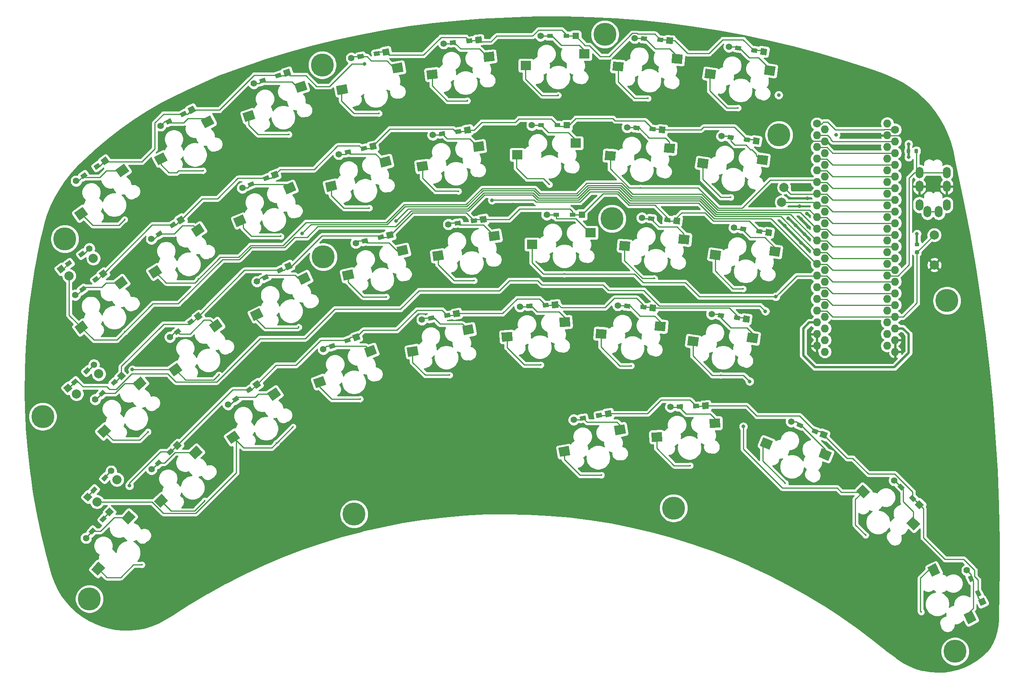
<source format=gbl>
G04 #@! TF.GenerationSoftware,KiCad,Pcbnew,(5.1.5)-3*
G04 #@! TF.CreationDate,2020-03-17T07:33:31+09:00*
G04 #@! TF.ProjectId,fan,66616e2e-6b69-4636-9164-5f7063625858,v1.0*
G04 #@! TF.SameCoordinates,Original*
G04 #@! TF.FileFunction,Copper,L2,Bot*
G04 #@! TF.FilePolarity,Positive*
%FSLAX46Y46*%
G04 Gerber Fmt 4.6, Leading zero omitted, Abs format (unit mm)*
G04 Created by KiCad (PCBNEW (5.1.5)-3) date 2020-03-17 07:33:31*
%MOMM*%
%LPD*%
G04 APERTURE LIST*
%ADD10C,5.000000*%
%ADD11O,1.700000X2.500000*%
%ADD12C,0.100000*%
%ADD13C,1.397000*%
%ADD14C,0.400000*%
%ADD15R,1.300000X0.950000*%
%ADD16R,1.397000X1.397000*%
%ADD17R,2.300000X2.000000*%
%ADD18C,2.000000*%
%ADD19O,1.727200X1.727200*%
%ADD20C,1.727200*%
%ADD21C,0.800000*%
%ADD22C,0.250000*%
%ADD23C,0.500000*%
%ADD24C,0.254000*%
G04 APERTURE END LIST*
D10*
X164929000Y-27489000D03*
X142028329Y-108569541D03*
X5002000Y-88685000D03*
X65725692Y-12299696D03*
X127102649Y-5645937D03*
X9802000Y-50085000D03*
X72628327Y-109869542D03*
X15146651Y-128287934D03*
X128652649Y-45695934D03*
X65952649Y-53995933D03*
X203153649Y-139709608D03*
X201402000Y-63485000D03*
D11*
X197172000Y-44185000D03*
X195422000Y-35685000D03*
X199622000Y-44185000D03*
X201372000Y-42685000D03*
X201372000Y-38685000D03*
X199622000Y-44185000D03*
X195422000Y-42685000D03*
X201372000Y-42685000D03*
X201372000Y-35685000D03*
X195422000Y-35685000D03*
X201372000Y-35685000D03*
X197172000Y-44185000D03*
X195422000Y-38685000D03*
X201372000Y-38685000D03*
X195422000Y-42685000D03*
X195422000Y-38685000D03*
G04 #@! TA.AperFunction,SMDPad,CuDef*
D12*
G36*
X147569499Y-85902078D02*
G01*
X147602653Y-86851499D01*
X146303445Y-86896868D01*
X146270291Y-85947447D01*
X147569499Y-85902078D01*
G37*
G04 #@! TD.AperFunction*
G04 #@! TA.AperFunction,ComponentPad*
G36*
X149643930Y-85606000D02*
G01*
X149692685Y-87002149D01*
X148296536Y-87050904D01*
X148247781Y-85654755D01*
X149643930Y-85606000D01*
G37*
G04 #@! TD.AperFunction*
D13*
X141354874Y-86594387D03*
G04 #@! TA.AperFunction,SMDPad,CuDef*
D12*
G36*
X144021662Y-86025971D02*
G01*
X144054816Y-86975392D01*
X142755608Y-87020761D01*
X142722454Y-86071340D01*
X144021662Y-86025971D01*
G37*
G04 #@! TD.AperFunction*
G04 #@! TA.AperFunction,SMDPad,CuDef*
G36*
X139505273Y-92082280D02*
G01*
X139575072Y-94081061D01*
X137276473Y-94161330D01*
X137206674Y-92162549D01*
X139505273Y-92082280D01*
G37*
G04 #@! TD.AperFunction*
G04 #@! TA.AperFunction,SMDPad,CuDef*
G36*
X152108891Y-89100604D02*
G01*
X152178690Y-91099385D01*
X149880091Y-91179654D01*
X149810292Y-89180873D01*
X152108891Y-89100604D01*
G37*
G04 #@! TD.AperFunction*
D14*
X145612989Y-99331540D03*
G04 #@! TA.AperFunction,SMDPad,CuDef*
D12*
G36*
X208897768Y-127478944D02*
G01*
X208043914Y-127895396D01*
X207474032Y-126726964D01*
X208327886Y-126310512D01*
X208897768Y-127478944D01*
G37*
G04 #@! TD.AperFunction*
G04 #@! TA.AperFunction,ComponentPad*
G36*
X210011995Y-129253605D02*
G01*
X208756380Y-129866010D01*
X208143975Y-128610395D01*
X209399590Y-127997990D01*
X210011995Y-129253605D01*
G37*
G04 #@! TD.AperFunction*
D13*
X205737597Y-122083189D03*
G04 #@! TA.AperFunction,SMDPad,CuDef*
D12*
G36*
X207341551Y-124288225D02*
G01*
X206487697Y-124704677D01*
X205917815Y-123536245D01*
X206771669Y-123119793D01*
X207341551Y-124288225D01*
G37*
G04 #@! TD.AperFunction*
G04 #@! TA.AperFunction,SMDPad,CuDef*
G36*
X199971857Y-122625621D02*
G01*
X198174269Y-123502363D01*
X197166015Y-121435137D01*
X198963603Y-120558395D01*
X199971857Y-122625621D01*
G37*
G04 #@! TD.AperFunction*
G04 #@! TA.AperFunction,SMDPad,CuDef*
G36*
X207822107Y-132926843D02*
G01*
X206024519Y-133803585D01*
X205016265Y-131736359D01*
X206813853Y-130859617D01*
X207822107Y-132926843D01*
G37*
G04 #@! TD.AperFunction*
D14*
X195833560Y-131153837D03*
D15*
X118727648Y-5995937D03*
D16*
X120762648Y-5995937D03*
D13*
X113142648Y-5995937D03*
D15*
X115177648Y-5995937D03*
D17*
X109952648Y-12415937D03*
X122652648Y-9875937D03*
D14*
X116953648Y-18873937D03*
G04 #@! TA.AperFunction,SMDPad,CuDef*
D12*
G36*
X173522469Y-91686288D02*
G01*
X173166592Y-92567113D01*
X171961253Y-92080124D01*
X172317130Y-91199299D01*
X173522469Y-91686288D01*
G37*
G04 #@! TD.AperFunction*
G04 #@! TA.AperFunction,ComponentPad*
G36*
X175537981Y-92259555D02*
G01*
X175014655Y-93554831D01*
X173719379Y-93031505D01*
X174242705Y-91736229D01*
X175537981Y-92259555D01*
G37*
G04 #@! TD.AperFunction*
D13*
X167563539Y-89791028D03*
G04 #@! TA.AperFunction,SMDPad,CuDef*
D12*
G36*
X170230966Y-90356435D02*
G01*
X169875089Y-91237260D01*
X168669750Y-90750271D01*
X169025627Y-89869446D01*
X170230966Y-90356435D01*
G37*
G04 #@! TD.AperFunction*
G04 #@! TA.AperFunction,SMDPad,CuDef*
G36*
X163641716Y-94052168D02*
G01*
X162892503Y-95906535D01*
X160759980Y-95044940D01*
X161509193Y-93190573D01*
X163641716Y-94052168D01*
G37*
G04 #@! TD.AperFunction*
G04 #@! TA.AperFunction,SMDPad,CuDef*
G36*
X176368452Y-96454624D02*
G01*
X175619239Y-98308991D01*
X173486716Y-97447396D01*
X174235929Y-95593029D01*
X176368452Y-96454624D01*
G37*
G04 #@! TD.AperFunction*
D14*
X166272853Y-103158928D03*
D15*
X120062651Y-44847930D03*
D16*
X122097651Y-44847930D03*
D13*
X114477651Y-44847930D03*
D15*
X116512651Y-44847930D03*
D17*
X111287651Y-51267930D03*
X123987651Y-48727930D03*
D14*
X118288651Y-57725930D03*
D15*
X116827649Y-25395935D03*
D16*
X118862649Y-25395935D03*
D13*
X111242649Y-25395935D03*
D15*
X113277649Y-25395935D03*
D17*
X108052649Y-31815935D03*
X120752649Y-29275935D03*
D14*
X115053649Y-38273935D03*
G04 #@! TA.AperFunction,SMDPad,CuDef*
D12*
G36*
X141394222Y-45568341D02*
G01*
X141311424Y-46514726D01*
X140016370Y-46401423D01*
X140099168Y-45455038D01*
X141394222Y-45568341D01*
G37*
G04 #@! TD.AperFunction*
G04 #@! TA.AperFunction,ComponentPad*
G36*
X143489272Y-45527280D02*
G01*
X143367516Y-46918964D01*
X141975832Y-46797208D01*
X142097588Y-45405524D01*
X143489272Y-45527280D01*
G37*
G04 #@! TD.AperFunction*
D13*
X135141549Y-45498117D03*
G04 #@! TA.AperFunction,SMDPad,CuDef*
D12*
G36*
X137857731Y-45258938D02*
G01*
X137774933Y-46205323D01*
X136479879Y-46092020D01*
X136562677Y-45145635D01*
X137857731Y-45258938D01*
G37*
G04 #@! TD.AperFunction*
G04 #@! TA.AperFunction,SMDPad,CuDef*
G36*
X132636928Y-50719694D02*
G01*
X132462616Y-52712084D01*
X130171368Y-52511626D01*
X130345680Y-50519236D01*
X132636928Y-50719694D01*
G37*
G04 #@! TD.AperFunction*
G04 #@! TA.AperFunction,SMDPad,CuDef*
G36*
X145509976Y-49296238D02*
G01*
X145335664Y-51288628D01*
X143044416Y-51088170D01*
X143218728Y-49095780D01*
X145509976Y-49296238D01*
G37*
G04 #@! TD.AperFunction*
D14*
X137815655Y-58659263D03*
G04 #@! TA.AperFunction,SMDPad,CuDef*
D12*
G36*
X18219765Y-110136447D02*
G01*
X18925753Y-110772121D01*
X18055883Y-111738209D01*
X17349895Y-111102535D01*
X18219765Y-110136447D01*
G37*
G04 #@! TD.AperFunction*
G04 #@! TA.AperFunction,ComponentPad*
G36*
X19447806Y-108438555D02*
G01*
X20485979Y-109373330D01*
X19551204Y-110411503D01*
X18513031Y-109476728D01*
X19447806Y-108438555D01*
G37*
G04 #@! TD.AperFunction*
D13*
X14400730Y-115087792D03*
G04 #@! TA.AperFunction,SMDPad,CuDef*
D12*
G36*
X15844352Y-112774612D02*
G01*
X16550340Y-113410286D01*
X15680470Y-114376374D01*
X14974482Y-113740700D01*
X15844352Y-112774612D01*
G37*
G04 #@! TD.AperFunction*
G04 #@! TA.AperFunction,SMDPad,CuDef*
G36*
X17063548Y-120230496D02*
G01*
X18549838Y-121568757D01*
X17010838Y-123277990D01*
X15524548Y-121939729D01*
X17063548Y-120230496D01*
G37*
G04 #@! TD.AperFunction*
G04 #@! TA.AperFunction,SMDPad,CuDef*
G36*
X23673919Y-109092965D02*
G01*
X25160209Y-110431226D01*
X23621209Y-112140459D01*
X22134919Y-110802198D01*
X23673919Y-109092965D01*
G37*
G04 #@! TD.AperFunction*
D14*
X26521006Y-120872731D03*
G04 #@! TA.AperFunction,SMDPad,CuDef*
D12*
G36*
X194760938Y-106536739D02*
G01*
X194101012Y-107220111D01*
X193165870Y-106317055D01*
X193825796Y-105633683D01*
X194760938Y-106536739D01*
G37*
G04 #@! TD.AperFunction*
G04 #@! TA.AperFunction,ComponentPad*
G36*
X196414939Y-107823287D02*
G01*
X195444501Y-108828205D01*
X194439583Y-107857767D01*
X195410021Y-106852849D01*
X196414939Y-107823287D01*
G37*
G04 #@! TD.AperFunction*
D13*
X189945892Y-102547230D03*
G04 #@! TA.AperFunction,SMDPad,CuDef*
D12*
G36*
X192207282Y-104070702D02*
G01*
X191547356Y-104754074D01*
X190612214Y-103851018D01*
X191272140Y-103167646D01*
X192207282Y-104070702D01*
G37*
G04 #@! TD.AperFunction*
G04 #@! TA.AperFunction,SMDPad,CuDef*
G36*
X184713390Y-105028949D02*
G01*
X183324073Y-106467629D01*
X181669592Y-104869915D01*
X183058909Y-103431235D01*
X184713390Y-105028949D01*
G37*
G04 #@! TD.AperFunction*
G04 #@! TA.AperFunction,SMDPad,CuDef*
G36*
X195613438Y-112023987D02*
G01*
X194224121Y-113462667D01*
X192569640Y-111864953D01*
X193958957Y-110426273D01*
X195613438Y-112023987D01*
G37*
G04 #@! TD.AperFunction*
D14*
X183741485Y-114458231D03*
G04 #@! TA.AperFunction,SMDPad,CuDef*
D12*
G36*
X139832684Y-6413174D02*
G01*
X139766415Y-7360860D01*
X138469582Y-7270176D01*
X138535851Y-6322490D01*
X139832684Y-6413174D01*
G37*
G04 #@! TD.AperFunction*
G04 #@! TA.AperFunction,ComponentPad*
G36*
X141926699Y-6335556D02*
G01*
X141829250Y-7729153D01*
X140435653Y-7631704D01*
X140533102Y-6238107D01*
X141926699Y-6335556D01*
G37*
G04 #@! TD.AperFunction*
D13*
X133579738Y-6452085D03*
G04 #@! TA.AperFunction,SMDPad,CuDef*
D12*
G36*
X136291332Y-6165539D02*
G01*
X136225063Y-7113225D01*
X134928230Y-7022541D01*
X134994499Y-6074855D01*
X136291332Y-6165539D01*
G37*
G04 #@! TD.AperFunction*
G04 #@! TA.AperFunction,SMDPad,CuDef*
G36*
X131166627Y-11716579D02*
G01*
X131027114Y-13711707D01*
X128732717Y-13551267D01*
X128872230Y-11556139D01*
X131166627Y-11716579D01*
G37*
G04 #@! TD.AperFunction*
G04 #@! TA.AperFunction,SMDPad,CuDef*
G36*
X144012872Y-10068674D02*
G01*
X143873359Y-12063802D01*
X141578962Y-11903362D01*
X141718475Y-9908234D01*
X144012872Y-10068674D01*
G37*
G04 #@! TD.AperFunction*
D14*
X136483131Y-19564557D03*
G04 #@! TA.AperFunction,SMDPad,CuDef*
D12*
G36*
X161372714Y-48050640D02*
G01*
X161240500Y-48991395D01*
X159953152Y-48810470D01*
X160085366Y-47869715D01*
X161372714Y-48050640D01*
G37*
G04 #@! TD.AperFunction*
G04 #@! TA.AperFunction,ComponentPad*
G36*
X163467043Y-48119282D02*
G01*
X163272618Y-49502687D01*
X161889213Y-49308262D01*
X162083638Y-47924857D01*
X163467043Y-48119282D01*
G37*
G04 #@! TD.AperFunction*
D13*
X155132286Y-47653273D03*
G04 #@! TA.AperFunction,SMDPad,CuDef*
D12*
G36*
X157857262Y-47556575D02*
G01*
X157725048Y-48497330D01*
X156437700Y-48316405D01*
X156569914Y-47375650D01*
X157857262Y-47556575D01*
G37*
G04 #@! TD.AperFunction*
G04 #@! TA.AperFunction,SMDPad,CuDef*
G36*
X152357820Y-52736613D02*
G01*
X152079474Y-54717149D01*
X149801858Y-54397051D01*
X150080204Y-52416515D01*
X152357820Y-52736613D01*
G37*
G04 #@! TD.AperFunction*
G04 #@! TA.AperFunction,SMDPad,CuDef*
G36*
X165287724Y-51988830D02*
G01*
X165009378Y-53969366D01*
X162731762Y-53649268D01*
X163010108Y-51668732D01*
X165287724Y-51988830D01*
G37*
G04 #@! TD.AperFunction*
D14*
X157113926Y-60936334D03*
G04 #@! TA.AperFunction,SMDPad,CuDef*
D12*
G36*
X156532714Y-66831643D02*
G01*
X156400500Y-67772398D01*
X155113152Y-67591473D01*
X155245366Y-66650718D01*
X156532714Y-66831643D01*
G37*
G04 #@! TD.AperFunction*
G04 #@! TA.AperFunction,ComponentPad*
G36*
X158627043Y-66900285D02*
G01*
X158432618Y-68283690D01*
X157049213Y-68089265D01*
X157243638Y-66705860D01*
X158627043Y-66900285D01*
G37*
G04 #@! TD.AperFunction*
D13*
X150292286Y-66434276D03*
G04 #@! TA.AperFunction,SMDPad,CuDef*
D12*
G36*
X153017262Y-66337578D02*
G01*
X152885048Y-67278333D01*
X151597700Y-67097408D01*
X151729914Y-66156653D01*
X153017262Y-66337578D01*
G37*
G04 #@! TD.AperFunction*
G04 #@! TA.AperFunction,SMDPad,CuDef*
G36*
X147517820Y-71517616D02*
G01*
X147239474Y-73498152D01*
X144961858Y-73178054D01*
X145240204Y-71197518D01*
X147517820Y-71517616D01*
G37*
G04 #@! TD.AperFunction*
G04 #@! TA.AperFunction,SMDPad,CuDef*
G36*
X160447724Y-70769833D02*
G01*
X160169378Y-72750369D01*
X157891762Y-72430271D01*
X158170108Y-70449735D01*
X160447724Y-70769833D01*
G37*
G04 #@! TD.AperFunction*
D14*
X152273926Y-79717337D03*
G04 #@! TA.AperFunction,SMDPad,CuDef*
D12*
G36*
X158672713Y-28150639D02*
G01*
X158540499Y-29091394D01*
X157253151Y-28910469D01*
X157385365Y-27969714D01*
X158672713Y-28150639D01*
G37*
G04 #@! TD.AperFunction*
G04 #@! TA.AperFunction,ComponentPad*
G36*
X160767042Y-28219281D02*
G01*
X160572617Y-29602686D01*
X159189212Y-29408261D01*
X159383637Y-28024856D01*
X160767042Y-28219281D01*
G37*
G04 #@! TD.AperFunction*
D13*
X152432285Y-27753272D03*
G04 #@! TA.AperFunction,SMDPad,CuDef*
D12*
G36*
X155157261Y-27656574D02*
G01*
X155025047Y-28597329D01*
X153737699Y-28416404D01*
X153869913Y-27475649D01*
X155157261Y-27656574D01*
G37*
G04 #@! TD.AperFunction*
G04 #@! TA.AperFunction,SMDPad,CuDef*
G36*
X149657819Y-32836612D02*
G01*
X149379473Y-34817148D01*
X147101857Y-34497050D01*
X147380203Y-32516514D01*
X149657819Y-32836612D01*
G37*
G04 #@! TD.AperFunction*
G04 #@! TA.AperFunction,SMDPad,CuDef*
G36*
X162587723Y-32088829D02*
G01*
X162309377Y-34069365D01*
X160031761Y-33749267D01*
X160310107Y-31768731D01*
X162587723Y-32088829D01*
G37*
G04 #@! TD.AperFunction*
D14*
X154413925Y-41036333D03*
G04 #@! TA.AperFunction,SMDPad,CuDef*
D12*
G36*
X56631024Y-13935308D02*
G01*
X56924590Y-14838812D01*
X55688216Y-15240534D01*
X55394650Y-14337030D01*
X56631024Y-13935308D01*
G37*
G04 #@! TD.AperFunction*
G04 #@! TA.AperFunction,ComponentPad*
G36*
X58543485Y-13078911D02*
G01*
X58975181Y-14407537D01*
X57646555Y-14839233D01*
X57214859Y-13510607D01*
X58543485Y-13078911D01*
G37*
G04 #@! TD.AperFunction*
D13*
X50847970Y-16313781D03*
G04 #@! TA.AperFunction,SMDPad,CuDef*
D12*
G36*
X53254774Y-15032319D02*
G01*
X53548340Y-15935823D01*
X52311966Y-16337545D01*
X52018400Y-15434041D01*
X53254774Y-15032319D01*
G37*
G04 #@! TD.AperFunction*
G04 #@! TA.AperFunction,SMDPad,CuDef*
G36*
X50582687Y-22098902D02*
G01*
X51200721Y-24001015D01*
X49013291Y-24711754D01*
X48395257Y-22809641D01*
X50582687Y-22098902D01*
G37*
G04 #@! TD.AperFunction*
G04 #@! TA.AperFunction,SMDPad,CuDef*
G36*
X61876201Y-15758703D02*
G01*
X62494235Y-17660816D01*
X60306805Y-18371555D01*
X59688771Y-16469442D01*
X61876201Y-15758703D01*
G37*
G04 #@! TD.AperFunction*
D14*
X58451967Y-27383823D03*
G04 #@! TA.AperFunction,SMDPad,CuDef*
D12*
G36*
X32866184Y-95549210D02*
G01*
X33514082Y-96243996D01*
X32563322Y-97130594D01*
X31915424Y-96435808D01*
X32866184Y-95549210D01*
G37*
G04 #@! TD.AperFunction*
G04 #@! TA.AperFunction,ComponentPad*
G36*
X34237532Y-93964809D02*
G01*
X35190283Y-94986510D01*
X34168582Y-95939261D01*
X33215831Y-94917560D01*
X34237532Y-93964809D01*
G37*
G04 #@! TD.AperFunction*
D13*
X28630142Y-100148862D03*
G04 #@! TA.AperFunction,SMDPad,CuDef*
D12*
G36*
X30269878Y-97970304D02*
G01*
X30917776Y-98665090D01*
X29967016Y-99551688D01*
X29319118Y-98856902D01*
X30269878Y-97970304D01*
G37*
G04 #@! TD.AperFunction*
G04 #@! TA.AperFunction,SMDPad,CuDef*
G36*
X30834611Y-105504076D02*
G01*
X32198608Y-106966784D01*
X30516495Y-108535380D01*
X29152498Y-107072672D01*
X30834611Y-105504076D01*
G37*
G04 #@! TD.AperFunction*
G04 #@! TA.AperFunction,SMDPad,CuDef*
G36*
X38390527Y-94985058D02*
G01*
X39754524Y-96447766D01*
X38072411Y-98016362D01*
X36708414Y-96553654D01*
X38390527Y-94985058D01*
G37*
G04 #@! TD.AperFunction*
D14*
X40200106Y-106968140D03*
G04 #@! TA.AperFunction,SMDPad,CuDef*
D12*
G36*
X50098455Y-82131545D02*
G01*
X50643353Y-82909740D01*
X49578455Y-83655389D01*
X49033557Y-82877194D01*
X50098455Y-82131545D01*
G37*
G04 #@! TD.AperFunction*
G04 #@! TA.AperFunction,ComponentPad*
G36*
X51676964Y-80753418D02*
G01*
X52478250Y-81897774D01*
X51333894Y-82699060D01*
X50532608Y-81554704D01*
X51676964Y-80753418D01*
G37*
G04 #@! TD.AperFunction*
D13*
X45263491Y-86096892D03*
G04 #@! TA.AperFunction,SMDPad,CuDef*
D12*
G36*
X47190465Y-84167742D02*
G01*
X47735363Y-84945937D01*
X46670465Y-85691586D01*
X46125567Y-84913391D01*
X47190465Y-84167742D01*
G37*
G04 #@! TD.AperFunction*
G04 #@! TA.AperFunction,SMDPad,CuDef*
G36*
X46701204Y-91706792D02*
G01*
X47848357Y-93345096D01*
X45964308Y-94664322D01*
X44817155Y-93026018D01*
X46701204Y-91706792D01*
G37*
G04 #@! TD.AperFunction*
G04 #@! TA.AperFunction,SMDPad,CuDef*
G36*
X55647551Y-82341725D02*
G01*
X56794704Y-83980029D01*
X54910655Y-85299255D01*
X53763502Y-83660951D01*
X55647551Y-82341725D01*
G37*
G04 #@! TD.AperFunction*
D14*
X55771797Y-94460032D03*
G04 #@! TA.AperFunction,SMDPad,CuDef*
D12*
G36*
X99238384Y-45586653D02*
G01*
X99370598Y-46527408D01*
X98083250Y-46708333D01*
X97951036Y-45767578D01*
X99238384Y-45586653D01*
G37*
G04 #@! TD.AperFunction*
G04 #@! TA.AperFunction,ComponentPad*
G36*
X101270502Y-45075361D02*
G01*
X101464927Y-46458766D01*
X100081522Y-46653191D01*
X99887097Y-45269786D01*
X101270502Y-45075361D01*
G37*
G04 #@! TD.AperFunction*
D13*
X93130170Y-46924775D03*
G04 #@! TA.AperFunction,SMDPad,CuDef*
D12*
G36*
X95722932Y-46080718D02*
G01*
X95855146Y-47021473D01*
X94567798Y-47202398D01*
X94435584Y-46261643D01*
X95722932Y-46080718D01*
G37*
G04 #@! TD.AperFunction*
G04 #@! TA.AperFunction,SMDPad,CuDef*
G36*
X91864341Y-52575941D02*
G01*
X92142687Y-54556477D01*
X89865071Y-54876575D01*
X89586725Y-52896039D01*
X91864341Y-52575941D01*
G37*
G04 #@! TD.AperFunction*
G04 #@! TA.AperFunction,SMDPad,CuDef*
G36*
X104087246Y-48293162D02*
G01*
X104365592Y-50273698D01*
X102087976Y-50593796D01*
X101809630Y-48613260D01*
X104087246Y-48293162D01*
G37*
G04 #@! TD.AperFunction*
D14*
X98696353Y-59147058D03*
G04 #@! TA.AperFunction,SMDPad,CuDef*
D12*
G36*
X56914658Y-56191815D02*
G01*
X57331110Y-57045669D01*
X56162678Y-57615551D01*
X55746226Y-56761697D01*
X56914658Y-56191815D01*
G37*
G04 #@! TD.AperFunction*
G04 #@! TA.AperFunction,ComponentPad*
G36*
X58689319Y-55077588D02*
G01*
X59301724Y-56333203D01*
X58046109Y-56945608D01*
X57433704Y-55689993D01*
X58689319Y-55077588D01*
G37*
G04 #@! TD.AperFunction*
D13*
X51518903Y-59351986D03*
G04 #@! TA.AperFunction,SMDPad,CuDef*
D12*
G36*
X53723939Y-57748032D02*
G01*
X54140391Y-58601886D01*
X52971959Y-59171768D01*
X52555507Y-58317914D01*
X53723939Y-57748032D01*
G37*
G04 #@! TD.AperFunction*
G04 #@! TA.AperFunction,SMDPad,CuDef*
G36*
X52061335Y-65117726D02*
G01*
X52938077Y-66915314D01*
X50870851Y-67923568D01*
X49994109Y-66125980D01*
X52061335Y-65117726D01*
G37*
G04 #@! TD.AperFunction*
G04 #@! TA.AperFunction,SMDPad,CuDef*
G36*
X62362557Y-57267476D02*
G01*
X63239299Y-59065064D01*
X61172073Y-60073318D01*
X60295331Y-58275730D01*
X62362557Y-57267476D01*
G37*
G04 #@! TD.AperFunction*
D14*
X60589551Y-69256023D03*
G04 #@! TA.AperFunction,SMDPad,CuDef*
D12*
G36*
X35911780Y-22252724D02*
G01*
X36343071Y-23099180D01*
X35184762Y-23689368D01*
X34753471Y-22842912D01*
X35911780Y-22252724D01*
G37*
G04 #@! TD.AperFunction*
G04 #@! TA.AperFunction,ComponentPad*
G36*
X37666725Y-21107695D02*
G01*
X38300949Y-22352431D01*
X37056213Y-22986655D01*
X36421989Y-21741919D01*
X37666725Y-21107695D01*
G37*
G04 #@! TD.AperFunction*
D13*
X30572000Y-25506583D03*
G04 #@! TA.AperFunction,SMDPad,CuDef*
D12*
G36*
X32748707Y-23864390D02*
G01*
X33179998Y-24710846D01*
X32021689Y-25301034D01*
X31590398Y-24454578D01*
X32748707Y-23864390D01*
G37*
G04 #@! TD.AperFunction*
G04 #@! TA.AperFunction,SMDPad,CuDef*
G36*
X31214975Y-31261979D02*
G01*
X32122956Y-33043992D01*
X30073641Y-34088171D01*
X29165660Y-32306158D01*
X31214975Y-31261979D01*
G37*
G04 #@! TD.AperFunction*
G04 #@! TA.AperFunction,SMDPad,CuDef*
G36*
X41377622Y-23233143D02*
G01*
X42285603Y-25015156D01*
X40236288Y-26059335D01*
X39328307Y-24277322D01*
X41377622Y-23233143D01*
G37*
G04 #@! TD.AperFunction*
D14*
X39814115Y-35250807D03*
G04 #@! TA.AperFunction,SMDPad,CuDef*
D12*
G36*
X78968085Y-49117275D02*
G01*
X79181788Y-50042927D01*
X77915107Y-50335363D01*
X77701404Y-49409711D01*
X78968085Y-49117275D01*
G37*
G04 #@! TD.AperFunction*
G04 #@! TA.AperFunction,ComponentPad*
G36*
X80947908Y-48430818D02*
G01*
X81262165Y-49792013D01*
X79900970Y-50106270D01*
X79586713Y-48745075D01*
X80947908Y-48430818D01*
G37*
G04 #@! TD.AperFunction*
D13*
X72999740Y-50982671D03*
G04 #@! TA.AperFunction,SMDPad,CuDef*
D12*
G36*
X75509072Y-49915852D02*
G01*
X75722775Y-50841504D01*
X74456094Y-51133940D01*
X74242391Y-50208288D01*
X75509072Y-49915852D01*
G37*
G04 #@! TD.AperFunction*
G04 #@! TA.AperFunction,SMDPad,CuDef*
G36*
X72231260Y-56722657D02*
G01*
X72681162Y-58671397D01*
X70440110Y-59188785D01*
X69990208Y-57240045D01*
X72231260Y-56722657D01*
G37*
G04 #@! TD.AperFunction*
G04 #@! TA.AperFunction,SMDPad,CuDef*
G36*
X84034384Y-51390878D02*
G01*
X84484286Y-53339618D01*
X82243234Y-53857006D01*
X81793332Y-51908266D01*
X84034384Y-51390878D01*
G37*
G04 #@! TD.AperFunction*
D14*
X79609984Y-62673320D03*
G04 #@! TA.AperFunction,SMDPad,CuDef*
D12*
G36*
X33578970Y-46309781D02*
G01*
X34096377Y-47106518D01*
X33006106Y-47814549D01*
X32488699Y-47017812D01*
X33578970Y-46309781D01*
G37*
G04 #@! TD.AperFunction*
G04 #@! TA.AperFunction,ComponentPad*
G36*
X35204614Y-44987582D02*
G01*
X35965475Y-46159205D01*
X34793852Y-46920066D01*
X34032991Y-45748443D01*
X35204614Y-44987582D01*
G37*
G04 #@! TD.AperFunction*
D13*
X28608563Y-50103974D03*
G04 #@! TA.AperFunction,SMDPad,CuDef*
D12*
G36*
X30601689Y-48243249D02*
G01*
X31119096Y-49039986D01*
X30028825Y-49748017D01*
X29511418Y-48951280D01*
X30601689Y-48243249D01*
G37*
G04 #@! TD.AperFunction*
G04 #@! TA.AperFunction,SMDPad,CuDef*
G36*
X29849618Y-55760632D02*
G01*
X30938896Y-57437973D01*
X29009954Y-58690642D01*
X27920676Y-57013301D01*
X29849618Y-55760632D01*
G37*
G04 #@! TD.AperFunction*
G04 #@! TA.AperFunction,SMDPad,CuDef*
G36*
X39117351Y-46713493D02*
G01*
X40206629Y-48390834D01*
X38277687Y-49643503D01*
X37188409Y-47966162D01*
X39117351Y-46713493D01*
G37*
G04 #@! TD.AperFunction*
D14*
X38818598Y-58828754D03*
G04 #@! TA.AperFunction,SMDPad,CuDef*
D12*
G36*
X20727764Y-80448995D02*
G01*
X21363438Y-81154983D01*
X20397350Y-82024853D01*
X19761676Y-81318865D01*
X20727764Y-80448995D01*
G37*
G04 #@! TD.AperFunction*
G04 #@! TA.AperFunction,ComponentPad*
G36*
X22126555Y-78888769D02*
G01*
X23061330Y-79926942D01*
X22023157Y-80861717D01*
X21088382Y-79823544D01*
X22126555Y-78888769D01*
G37*
G04 #@! TD.AperFunction*
D13*
X16412093Y-84974018D03*
G04 #@! TA.AperFunction,SMDPad,CuDef*
D12*
G36*
X18089599Y-82824408D02*
G01*
X18725273Y-83530396D01*
X17759185Y-84400266D01*
X17123511Y-83694278D01*
X18089599Y-82824408D01*
G37*
G04 #@! TD.AperFunction*
G04 #@! TA.AperFunction,SMDPad,CuDef*
G36*
X18522765Y-90366890D02*
G01*
X19861026Y-91853180D01*
X18151793Y-93392180D01*
X16813532Y-91905890D01*
X18522765Y-90366890D01*
G37*
G04 #@! TD.AperFunction*
G04 #@! TA.AperFunction,SMDPad,CuDef*
G36*
X26261113Y-79981343D02*
G01*
X27599374Y-81467633D01*
X25890141Y-83006633D01*
X24551880Y-81520343D01*
X26261113Y-79981343D01*
G37*
G04 #@! TD.AperFunction*
D14*
X27861282Y-91994181D03*
G04 #@! TA.AperFunction,SMDPad,CuDef*
D12*
G36*
X95835384Y-26175649D02*
G01*
X95967598Y-27116404D01*
X94680250Y-27297329D01*
X94548036Y-26356574D01*
X95835384Y-26175649D01*
G37*
G04 #@! TD.AperFunction*
G04 #@! TA.AperFunction,ComponentPad*
G36*
X97867502Y-25664357D02*
G01*
X98061927Y-27047762D01*
X96678522Y-27242187D01*
X96484097Y-25858782D01*
X97867502Y-25664357D01*
G37*
G04 #@! TD.AperFunction*
D13*
X89727170Y-27513771D03*
G04 #@! TA.AperFunction,SMDPad,CuDef*
D12*
G36*
X92319932Y-26669714D02*
G01*
X92452146Y-27610469D01*
X91164798Y-27791394D01*
X91032584Y-26850639D01*
X92319932Y-26669714D01*
G37*
G04 #@! TD.AperFunction*
G04 #@! TA.AperFunction,SMDPad,CuDef*
G36*
X88461341Y-33164937D02*
G01*
X88739687Y-35145473D01*
X86462071Y-35465571D01*
X86183725Y-33485035D01*
X88461341Y-33164937D01*
G37*
G04 #@! TD.AperFunction*
G04 #@! TA.AperFunction,SMDPad,CuDef*
G36*
X100684246Y-28882158D02*
G01*
X100962592Y-30862694D01*
X98684976Y-31182792D01*
X98406630Y-29202256D01*
X100684246Y-28882158D01*
G37*
G04 #@! TD.AperFunction*
D14*
X95293353Y-39736054D03*
G04 #@! TA.AperFunction,SMDPad,CuDef*
D12*
G36*
X53960670Y-36233449D02*
G01*
X54316547Y-37114274D01*
X53111208Y-37601263D01*
X52755331Y-36720438D01*
X53960670Y-36233449D01*
G37*
G04 #@! TD.AperFunction*
G04 #@! TA.AperFunction,ComponentPad*
G36*
X55808733Y-35245730D02*
G01*
X56332059Y-36541006D01*
X55036783Y-37064332D01*
X54513457Y-35769056D01*
X55808733Y-35245730D01*
G37*
G04 #@! TD.AperFunction*
D13*
X48357617Y-39009533D03*
G04 #@! TA.AperFunction,SMDPad,CuDef*
D12*
G36*
X50669167Y-37563302D02*
G01*
X51025044Y-38444127D01*
X49819705Y-38931116D01*
X49463828Y-38050291D01*
X50669167Y-37563302D01*
G37*
G04 #@! TD.AperFunction*
G04 #@! TA.AperFunction,SMDPad,CuDef*
G36*
X48496530Y-44799068D02*
G01*
X49245743Y-46653435D01*
X47113220Y-47515030D01*
X46364007Y-45660663D01*
X48496530Y-44799068D01*
G37*
G04 #@! TD.AperFunction*
G04 #@! TA.AperFunction,SMDPad,CuDef*
G36*
X59320264Y-37686517D02*
G01*
X60069477Y-39540884D01*
X57936954Y-40402479D01*
X57187741Y-38548112D01*
X59320264Y-37686517D01*
G37*
G04 #@! TD.AperFunction*
D14*
X56715299Y-49522181D03*
G04 #@! TA.AperFunction,SMDPad,CuDef*
D12*
G36*
X16760142Y-58134461D02*
G01*
X17331866Y-58893165D01*
X16293640Y-59675525D01*
X15721916Y-58916821D01*
X16760142Y-58134461D01*
G37*
G04 #@! TD.AperFunction*
G04 #@! TA.AperFunction,ComponentPad*
G36*
X18289593Y-56702084D02*
G01*
X19130329Y-57817778D01*
X18014635Y-58658514D01*
X17173899Y-57542820D01*
X18289593Y-56702084D01*
G37*
G04 #@! TD.AperFunction*
D13*
X12066511Y-62266130D03*
G04 #@! TA.AperFunction,SMDPad,CuDef*
D12*
G36*
X13924986Y-60270904D02*
G01*
X14496710Y-61029608D01*
X13458484Y-61811968D01*
X12886760Y-61053264D01*
X13924986Y-60270904D01*
G37*
G04 #@! TD.AperFunction*
G04 #@! TA.AperFunction,SMDPad,CuDef*
G36*
X13699133Y-67822437D02*
G01*
X14902763Y-69419708D01*
X13065901Y-70803883D01*
X11862271Y-69206612D01*
X13699133Y-67822437D01*
G37*
G04 #@! TD.AperFunction*
G04 #@! TA.AperFunction,SMDPad,CuDef*
G36*
X22313193Y-58150852D02*
G01*
X23516823Y-59748123D01*
X21679961Y-61132298D01*
X20476331Y-59535027D01*
X22313193Y-58150852D01*
G37*
G04 #@! TD.AperFunction*
D14*
X22860285Y-70257441D03*
G04 #@! TA.AperFunction,SMDPad,CuDef*
D12*
G36*
X71642147Y-71484042D02*
G01*
X71967066Y-72376750D01*
X70745465Y-72821376D01*
X70420546Y-71928668D01*
X71642147Y-71484042D01*
G37*
G04 #@! TD.AperFunction*
G04 #@! TA.AperFunction,ComponentPad*
G36*
X73523555Y-70561422D02*
G01*
X74001357Y-71874172D01*
X72688607Y-72351974D01*
X72210805Y-71039224D01*
X73523555Y-70561422D01*
G37*
G04 #@! TD.AperFunction*
D13*
X65945623Y-74062891D03*
G04 #@! TA.AperFunction,SMDPad,CuDef*
D12*
G36*
X68306238Y-72698213D02*
G01*
X68631157Y-73590921D01*
X67409556Y-74035547D01*
X67084637Y-73142839D01*
X68306238Y-72698213D01*
G37*
G04 #@! TD.AperFunction*
G04 #@! TA.AperFunction,SMDPad,CuDef*
G36*
X65882399Y-79853746D02*
G01*
X66566440Y-81733131D01*
X64405147Y-82519778D01*
X63721106Y-80640393D01*
X65882399Y-79853746D01*
G37*
G04 #@! TD.AperFunction*
G04 #@! TA.AperFunction,SMDPad,CuDef*
G36*
X76947764Y-73123271D02*
G01*
X77631805Y-75002656D01*
X75470512Y-75789303D01*
X74786471Y-73909918D01*
X76947764Y-73123271D01*
G37*
G04 #@! TD.AperFunction*
D14*
X73931327Y-84860814D03*
G04 #@! TA.AperFunction,SMDPad,CuDef*
D12*
G36*
X78095490Y-9243786D02*
G01*
X78260456Y-10179353D01*
X76980206Y-10405096D01*
X76815240Y-9469529D01*
X78095490Y-9243786D01*
G37*
G04 #@! TD.AperFunction*
G04 #@! TA.AperFunction,ComponentPad*
G36*
X80108527Y-8661886D02*
G01*
X80351113Y-10037662D01*
X78975337Y-10280248D01*
X78732751Y-8904472D01*
X80108527Y-8661886D01*
G37*
G04 #@! TD.AperFunction*
D13*
X72037697Y-10794266D03*
G04 #@! TA.AperFunction,SMDPad,CuDef*
D12*
G36*
X74599423Y-9860237D02*
G01*
X74764389Y-10795804D01*
X73484139Y-11021547D01*
X73319173Y-10085980D01*
X74599423Y-9860237D01*
G37*
G04 #@! TD.AperFunction*
G04 #@! TA.AperFunction,SMDPad,CuDef*
G36*
X70969862Y-16486166D02*
G01*
X71317158Y-18455781D01*
X69052100Y-18855172D01*
X68704804Y-16885557D01*
X70969862Y-16486166D01*
G37*
G04 #@! TD.AperFunction*
G04 #@! TA.AperFunction,SMDPad,CuDef*
G36*
X83035855Y-11779423D02*
G01*
X83383151Y-13749038D01*
X81118093Y-14148429D01*
X80770797Y-12178814D01*
X83035855Y-11779423D01*
G37*
G04 #@! TD.AperFunction*
D14*
X78027040Y-22814847D03*
G04 #@! TA.AperFunction,SMDPad,CuDef*
D12*
G36*
X17104456Y-33543548D02*
G01*
X17649354Y-34321743D01*
X16584456Y-35067392D01*
X16039558Y-34289197D01*
X17104456Y-33543548D01*
G37*
G04 #@! TD.AperFunction*
G04 #@! TA.AperFunction,ComponentPad*
G36*
X18682965Y-32165421D02*
G01*
X19484251Y-33309777D01*
X18339895Y-34111063D01*
X17538609Y-32966707D01*
X18682965Y-32165421D01*
G37*
G04 #@! TD.AperFunction*
D13*
X12269492Y-37508895D03*
G04 #@! TA.AperFunction,SMDPad,CuDef*
D12*
G36*
X14196466Y-35579745D02*
G01*
X14741364Y-36357940D01*
X13676466Y-37103589D01*
X13131568Y-36325394D01*
X14196466Y-35579745D01*
G37*
G04 #@! TD.AperFunction*
G04 #@! TA.AperFunction,SMDPad,CuDef*
G36*
X13707205Y-43118795D02*
G01*
X14854358Y-44757099D01*
X12970309Y-46076325D01*
X11823156Y-44438021D01*
X13707205Y-43118795D01*
G37*
G04 #@! TD.AperFunction*
G04 #@! TA.AperFunction,SMDPad,CuDef*
G36*
X22653552Y-33753728D02*
G01*
X23800705Y-35392032D01*
X21916656Y-36711258D01*
X20769503Y-35072954D01*
X22653552Y-33753728D01*
G37*
G04 #@! TD.AperFunction*
D14*
X22777798Y-45872035D03*
G04 #@! TA.AperFunction,SMDPad,CuDef*
D12*
G36*
X75284084Y-29818271D02*
G01*
X75497787Y-30743923D01*
X74231106Y-31036359D01*
X74017403Y-30110707D01*
X75284084Y-29818271D01*
G37*
G04 #@! TD.AperFunction*
G04 #@! TA.AperFunction,ComponentPad*
G36*
X77263907Y-29131814D02*
G01*
X77578164Y-30493009D01*
X76216969Y-30807266D01*
X75902712Y-29446071D01*
X77263907Y-29131814D01*
G37*
G04 #@! TD.AperFunction*
D13*
X69315739Y-31683667D03*
G04 #@! TA.AperFunction,SMDPad,CuDef*
D12*
G36*
X71825071Y-30616848D02*
G01*
X72038774Y-31542500D01*
X70772093Y-31834936D01*
X70558390Y-30909284D01*
X71825071Y-30616848D01*
G37*
G04 #@! TD.AperFunction*
G04 #@! TA.AperFunction,SMDPad,CuDef*
G36*
X68547259Y-37423653D02*
G01*
X68997161Y-39372393D01*
X66756109Y-39889781D01*
X66306207Y-37941041D01*
X68547259Y-37423653D01*
G37*
G04 #@! TD.AperFunction*
G04 #@! TA.AperFunction,SMDPad,CuDef*
G36*
X80350383Y-32091874D02*
G01*
X80800285Y-34040614D01*
X78559233Y-34558002D01*
X78109331Y-32609262D01*
X80350383Y-32091874D01*
G37*
G04 #@! TD.AperFunction*
D14*
X75925983Y-43374316D03*
G04 #@! TA.AperFunction,SMDPad,CuDef*
D12*
G36*
X98242955Y-6519362D02*
G01*
X98342257Y-7464157D01*
X97049379Y-7600044D01*
X96950077Y-6655249D01*
X98242955Y-6519362D01*
G37*
G04 #@! TD.AperFunction*
G04 #@! TA.AperFunction,ComponentPad*
G36*
X100291679Y-6079300D02*
G01*
X100437706Y-7468647D01*
X99048359Y-7614674D01*
X98902332Y-6225327D01*
X100291679Y-6079300D01*
G37*
G04 #@! TD.AperFunction*
D13*
X92091762Y-7643494D03*
G04 #@! TA.AperFunction,SMDPad,CuDef*
D12*
G36*
X94712402Y-6890438D02*
G01*
X94811704Y-7835233D01*
X93518826Y-7971120D01*
X93419524Y-7026325D01*
X94712402Y-6890438D01*
G37*
G04 #@! TD.AperFunction*
G04 #@! TA.AperFunction,SMDPad,CuDef*
G36*
X90629482Y-13247041D02*
G01*
X90838539Y-15236085D01*
X88551138Y-15476501D01*
X88342081Y-13487457D01*
X90629482Y-13247041D01*
G37*
G04 #@! TD.AperFunction*
G04 #@! TA.AperFunction,SMDPad,CuDef*
G36*
X102994408Y-9393444D02*
G01*
X103203465Y-11382488D01*
X100916064Y-11622904D01*
X100707007Y-9633860D01*
X102994408Y-9393444D01*
G37*
G04 #@! TD.AperFunction*
D14*
X97228003Y-20052589D03*
G04 #@! TA.AperFunction,SMDPad,CuDef*
D12*
G36*
X93428490Y-66104787D02*
G01*
X93593456Y-67040354D01*
X92313206Y-67266097D01*
X92148240Y-66330530D01*
X93428490Y-66104787D01*
G37*
G04 #@! TD.AperFunction*
G04 #@! TA.AperFunction,ComponentPad*
G36*
X95441527Y-65522887D02*
G01*
X95684113Y-66898663D01*
X94308337Y-67141249D01*
X94065751Y-65765473D01*
X95441527Y-65522887D01*
G37*
G04 #@! TD.AperFunction*
D13*
X87370697Y-67655267D03*
G04 #@! TA.AperFunction,SMDPad,CuDef*
D12*
G36*
X89932423Y-66721238D02*
G01*
X90097389Y-67656805D01*
X88817139Y-67882548D01*
X88652173Y-66946981D01*
X89932423Y-66721238D01*
G37*
G04 #@! TD.AperFunction*
G04 #@! TA.AperFunction,SMDPad,CuDef*
G36*
X86302862Y-73347167D02*
G01*
X86650158Y-75316782D01*
X84385100Y-75716173D01*
X84037804Y-73746558D01*
X86302862Y-73347167D01*
G37*
G04 #@! TD.AperFunction*
G04 #@! TA.AperFunction,SMDPad,CuDef*
G36*
X98368855Y-68640424D02*
G01*
X98716151Y-70610039D01*
X96451093Y-71009430D01*
X96103797Y-69039815D01*
X98368855Y-68640424D01*
G37*
G04 #@! TD.AperFunction*
D14*
X93360040Y-79675848D03*
G04 #@! TA.AperFunction,SMDPad,CuDef*
D12*
G36*
X136167684Y-64506175D02*
G01*
X136101415Y-65453861D01*
X134804582Y-65363177D01*
X134870851Y-64415491D01*
X136167684Y-64506175D01*
G37*
G04 #@! TD.AperFunction*
G04 #@! TA.AperFunction,ComponentPad*
G36*
X138261699Y-64428557D02*
G01*
X138164250Y-65822154D01*
X136770653Y-65724705D01*
X136868102Y-64331108D01*
X138261699Y-64428557D01*
G37*
G04 #@! TD.AperFunction*
D13*
X129914738Y-64545086D03*
G04 #@! TA.AperFunction,SMDPad,CuDef*
D12*
G36*
X132626332Y-64258540D02*
G01*
X132560063Y-65206226D01*
X131263230Y-65115542D01*
X131329499Y-64167856D01*
X132626332Y-64258540D01*
G37*
G04 #@! TD.AperFunction*
G04 #@! TA.AperFunction,SMDPad,CuDef*
G36*
X127501627Y-69809580D02*
G01*
X127362114Y-71804708D01*
X125067717Y-71644268D01*
X125207230Y-69649140D01*
X127501627Y-69809580D01*
G37*
G04 #@! TD.AperFunction*
G04 #@! TA.AperFunction,SMDPad,CuDef*
G36*
X140347872Y-68161675D02*
G01*
X140208359Y-70156803D01*
X137913962Y-69996363D01*
X138053475Y-68001235D01*
X140347872Y-68161675D01*
G37*
G04 #@! TD.AperFunction*
D14*
X132818131Y-77657558D03*
G04 #@! TA.AperFunction,SMDPad,CuDef*
D12*
G36*
X37384251Y-67362115D02*
G01*
X37942647Y-68130681D01*
X36890925Y-68894801D01*
X36332529Y-68126235D01*
X37384251Y-67362115D01*
G37*
G04 #@! TD.AperFunction*
G04 #@! TA.AperFunction,ComponentPad*
G36*
X38938467Y-65956649D02*
G01*
X39759603Y-67086845D01*
X38629407Y-67907981D01*
X37808271Y-66777785D01*
X38938467Y-65956649D01*
G37*
G04 #@! TD.AperFunction*
D13*
X32619228Y-71411239D03*
G04 #@! TA.AperFunction,SMDPad,CuDef*
D12*
G36*
X34512241Y-69448753D02*
G01*
X35070637Y-70217319D01*
X34018915Y-70981439D01*
X33460519Y-70212873D01*
X34512241Y-69448753D01*
G37*
G04 #@! TD.AperFunction*
G04 #@! TA.AperFunction,SMDPad,CuDef*
G36*
X34154629Y-76995193D02*
G01*
X35330200Y-78613227D01*
X33469461Y-79965133D01*
X32293890Y-78347099D01*
X34154629Y-76995193D01*
G37*
G04 #@! TD.AperFunction*
G04 #@! TA.AperFunction,SMDPad,CuDef*
G36*
X42936170Y-67475417D02*
G01*
X44111741Y-69093451D01*
X42251002Y-70445357D01*
X41075431Y-68827323D01*
X42936170Y-67475417D01*
G37*
G04 #@! TD.AperFunction*
D14*
X43271890Y-79589710D03*
G04 #@! TA.AperFunction,SMDPad,CuDef*
D12*
G36*
X160272714Y-8750639D02*
G01*
X160140500Y-9691394D01*
X158853152Y-9510469D01*
X158985366Y-8569714D01*
X160272714Y-8750639D01*
G37*
G04 #@! TD.AperFunction*
G04 #@! TA.AperFunction,ComponentPad*
G36*
X162367043Y-8819281D02*
G01*
X162172618Y-10202686D01*
X160789213Y-10008261D01*
X160983638Y-8624856D01*
X162367043Y-8819281D01*
G37*
G04 #@! TD.AperFunction*
D13*
X154032286Y-8353272D03*
G04 #@! TA.AperFunction,SMDPad,CuDef*
D12*
G36*
X156757262Y-8256574D02*
G01*
X156625048Y-9197329D01*
X155337700Y-9016404D01*
X155469914Y-8075649D01*
X156757262Y-8256574D01*
G37*
G04 #@! TD.AperFunction*
G04 #@! TA.AperFunction,SMDPad,CuDef*
G36*
X151257820Y-13436612D02*
G01*
X150979474Y-15417148D01*
X148701858Y-15097050D01*
X148980204Y-13116514D01*
X151257820Y-13436612D01*
G37*
G04 #@! TD.AperFunction*
G04 #@! TA.AperFunction,SMDPad,CuDef*
G36*
X164187724Y-12688829D02*
G01*
X163909378Y-14669365D01*
X161631762Y-14349267D01*
X161910108Y-12368731D01*
X164187724Y-12688829D01*
G37*
G04 #@! TD.AperFunction*
D14*
X156013926Y-21636333D03*
G04 #@! TA.AperFunction,SMDPad,CuDef*
D12*
G36*
X138172684Y-25813174D02*
G01*
X138106415Y-26760860D01*
X136809582Y-26670176D01*
X136875851Y-25722490D01*
X138172684Y-25813174D01*
G37*
G04 #@! TD.AperFunction*
G04 #@! TA.AperFunction,ComponentPad*
G36*
X140266699Y-25735556D02*
G01*
X140169250Y-27129153D01*
X138775653Y-27031704D01*
X138873102Y-25638107D01*
X140266699Y-25735556D01*
G37*
G04 #@! TD.AperFunction*
D13*
X131919738Y-25852085D03*
G04 #@! TA.AperFunction,SMDPad,CuDef*
D12*
G36*
X134631332Y-25565539D02*
G01*
X134565063Y-26513225D01*
X133268230Y-26422541D01*
X133334499Y-25474855D01*
X134631332Y-25565539D01*
G37*
G04 #@! TD.AperFunction*
G04 #@! TA.AperFunction,SMDPad,CuDef*
G36*
X129506627Y-31116579D02*
G01*
X129367114Y-33111707D01*
X127072717Y-32951267D01*
X127212230Y-30956139D01*
X129506627Y-31116579D01*
G37*
G04 #@! TD.AperFunction*
G04 #@! TA.AperFunction,SMDPad,CuDef*
G36*
X142352872Y-29468674D02*
G01*
X142213359Y-31463802D01*
X139918962Y-31303362D01*
X140058475Y-29308234D01*
X142352872Y-29468674D01*
G37*
G04 #@! TD.AperFunction*
D14*
X134823131Y-38964557D03*
G04 #@! TA.AperFunction,SMDPad,CuDef*
D12*
G36*
X126395562Y-87835579D02*
G01*
X126560528Y-88771146D01*
X125280278Y-88996889D01*
X125115312Y-88061322D01*
X126395562Y-87835579D01*
G37*
G04 #@! TD.AperFunction*
G04 #@! TA.AperFunction,ComponentPad*
G36*
X128408599Y-87253679D02*
G01*
X128651185Y-88629455D01*
X127275409Y-88872041D01*
X127032823Y-87496265D01*
X128408599Y-87253679D01*
G37*
G04 #@! TD.AperFunction*
D13*
X120337769Y-89386059D03*
G04 #@! TA.AperFunction,SMDPad,CuDef*
D12*
G36*
X122899495Y-88452030D02*
G01*
X123064461Y-89387597D01*
X121784211Y-89613340D01*
X121619245Y-88677773D01*
X122899495Y-88452030D01*
G37*
G04 #@! TD.AperFunction*
G04 #@! TA.AperFunction,SMDPad,CuDef*
G36*
X119269934Y-95077959D02*
G01*
X119617230Y-97047574D01*
X117352172Y-97446965D01*
X117004876Y-95477350D01*
X119269934Y-95077959D01*
G37*
G04 #@! TD.AperFunction*
G04 #@! TA.AperFunction,SMDPad,CuDef*
G36*
X131335927Y-90371216D02*
G01*
X131683223Y-92340831D01*
X129418165Y-92740222D01*
X129070869Y-90770607D01*
X131335927Y-90371216D01*
G37*
G04 #@! TD.AperFunction*
D14*
X126327112Y-101406640D03*
G04 #@! TA.AperFunction,SMDPad,CuDef*
D12*
G36*
X114893440Y-63988005D02*
G01*
X114943159Y-64936703D01*
X113644940Y-65004739D01*
X113595221Y-64056041D01*
X114893440Y-63988005D01*
G37*
G04 #@! TD.AperFunction*
G04 #@! TA.AperFunction,ComponentPad*
G36*
X116962387Y-63655769D02*
G01*
X117035500Y-65050854D01*
X115640415Y-65123967D01*
X115567302Y-63728882D01*
X116962387Y-63655769D01*
G37*
G04 #@! TD.AperFunction*
D13*
X108691844Y-64788668D03*
G04 #@! TA.AperFunction,SMDPad,CuDef*
D12*
G36*
X111348305Y-64173798D02*
G01*
X111398024Y-65122496D01*
X110099805Y-65190532D01*
X110050086Y-64241834D01*
X111348305Y-64173798D01*
G37*
G04 #@! TD.AperFunction*
G04 #@! TA.AperFunction,SMDPad,CuDef*
G36*
X106938300Y-70308005D02*
G01*
X107042972Y-72305264D01*
X104746124Y-72425637D01*
X104641452Y-70428378D01*
X106938300Y-70308005D01*
G37*
G04 #@! TD.AperFunction*
G04 #@! TA.AperFunction,SMDPad,CuDef*
G36*
X119487962Y-67106820D02*
G01*
X119592634Y-69104079D01*
X117295786Y-69224452D01*
X117191114Y-67227193D01*
X119487962Y-67106820D01*
G37*
G04 #@! TD.AperFunction*
D14*
X113171603Y-77449567D03*
D18*
X198652000Y-49235000D03*
X198652000Y-55735000D03*
D13*
X15141877Y-52176634D03*
G04 #@! TA.AperFunction,ComponentPad*
D12*
G36*
X8822638Y-57631223D02*
G01*
X8001502Y-56501027D01*
X9131698Y-55679891D01*
X9952834Y-56810087D01*
X8822638Y-57631223D01*
G37*
G04 #@! TD.AperFunction*
G04 #@! TA.AperFunction,SMDPad,CuDef*
G36*
X10376854Y-56225757D02*
G01*
X9818458Y-55457191D01*
X10870180Y-54693071D01*
X11428576Y-55461637D01*
X10376854Y-56225757D01*
G37*
G04 #@! TD.AperFunction*
G04 #@! TA.AperFunction,SMDPad,CuDef*
G36*
X13248865Y-54139120D02*
G01*
X12690469Y-53370554D01*
X13742191Y-52606434D01*
X14300587Y-53375000D01*
X13248865Y-54139120D01*
G37*
G04 #@! TD.AperFunction*
D18*
X15981955Y-54285631D03*
X10723345Y-58106235D03*
D13*
X16111942Y-77411628D03*
G04 #@! TA.AperFunction,ComponentPad*
D12*
G36*
X10397480Y-83496877D02*
G01*
X9462705Y-82458704D01*
X10500878Y-81523929D01*
X11435653Y-82562102D01*
X10397480Y-83496877D01*
G37*
G04 #@! TD.AperFunction*
G04 #@! TA.AperFunction,SMDPad,CuDef*
G36*
X11796272Y-81936651D02*
G01*
X11160598Y-81230663D01*
X12126686Y-80360793D01*
X12762360Y-81066781D01*
X11796272Y-81936651D01*
G37*
G04 #@! TD.AperFunction*
G04 #@! TA.AperFunction,SMDPad,CuDef*
G36*
X14434436Y-79561238D02*
G01*
X13798762Y-78855250D01*
X14764850Y-77985380D01*
X15400524Y-78691368D01*
X14434436Y-79561238D01*
G37*
G04 #@! TD.AperFunction*
D18*
X17167869Y-79421260D03*
X12337427Y-83770608D03*
D13*
X19867118Y-100492465D03*
G04 #@! TA.AperFunction,ComponentPad*
D12*
G36*
X14820042Y-107141702D02*
G01*
X13781869Y-106206927D01*
X14716644Y-105168754D01*
X15754817Y-106103529D01*
X14820042Y-107141702D01*
G37*
G04 #@! TD.AperFunction*
G04 #@! TA.AperFunction,SMDPad,CuDef*
G36*
X16048083Y-105443810D02*
G01*
X15342095Y-104808136D01*
X16211965Y-103842048D01*
X16917953Y-104477722D01*
X16048083Y-105443810D01*
G37*
G04 #@! TD.AperFunction*
G04 #@! TA.AperFunction,SMDPad,CuDef*
G36*
X18423496Y-102805646D02*
G01*
X17717508Y-102169972D01*
X18587378Y-101203884D01*
X19293366Y-101839558D01*
X18423496Y-102805646D01*
G37*
G04 #@! TD.AperFunction*
D18*
X21127323Y-102380713D03*
X16777975Y-107211155D03*
G04 #@! TA.AperFunction,SMDPad,CuDef*
D12*
G36*
X194971603Y-30535963D02*
G01*
X194991018Y-30538843D01*
X195010057Y-30543612D01*
X195028537Y-30550224D01*
X195046279Y-30558616D01*
X195063114Y-30568706D01*
X195078879Y-30580398D01*
X195093421Y-30593579D01*
X195106602Y-30608121D01*
X195118294Y-30623886D01*
X195128384Y-30640721D01*
X195136776Y-30658463D01*
X195143388Y-30676943D01*
X195148157Y-30695982D01*
X195151037Y-30715397D01*
X195152000Y-30735000D01*
X195152000Y-31235000D01*
X195151037Y-31254603D01*
X195148157Y-31274018D01*
X195143388Y-31293057D01*
X195136776Y-31311537D01*
X195128384Y-31329279D01*
X195118294Y-31346114D01*
X195106602Y-31361879D01*
X195093421Y-31376421D01*
X195078879Y-31389602D01*
X195063114Y-31401294D01*
X195046279Y-31411384D01*
X195028537Y-31419776D01*
X195010057Y-31426388D01*
X194991018Y-31431157D01*
X194971603Y-31434037D01*
X194952000Y-31435000D01*
X194552000Y-31435000D01*
X194532397Y-31434037D01*
X194512982Y-31431157D01*
X194493943Y-31426388D01*
X194475463Y-31419776D01*
X194457721Y-31411384D01*
X194440886Y-31401294D01*
X194425121Y-31389602D01*
X194410579Y-31376421D01*
X194397398Y-31361879D01*
X194385706Y-31346114D01*
X194375616Y-31329279D01*
X194367224Y-31311537D01*
X194360612Y-31293057D01*
X194355843Y-31274018D01*
X194352963Y-31254603D01*
X194352000Y-31235000D01*
X194352000Y-30735000D01*
X194352963Y-30715397D01*
X194355843Y-30695982D01*
X194360612Y-30676943D01*
X194367224Y-30658463D01*
X194375616Y-30640721D01*
X194385706Y-30623886D01*
X194397398Y-30608121D01*
X194410579Y-30593579D01*
X194425121Y-30580398D01*
X194440886Y-30568706D01*
X194457721Y-30558616D01*
X194475463Y-30550224D01*
X194493943Y-30543612D01*
X194512982Y-30538843D01*
X194532397Y-30535963D01*
X194552000Y-30535000D01*
X194952000Y-30535000D01*
X194971603Y-30535963D01*
G37*
G04 #@! TD.AperFunction*
G04 #@! TA.AperFunction,SMDPad,CuDef*
G36*
X193271603Y-30535963D02*
G01*
X193291018Y-30538843D01*
X193310057Y-30543612D01*
X193328537Y-30550224D01*
X193346279Y-30558616D01*
X193363114Y-30568706D01*
X193378879Y-30580398D01*
X193393421Y-30593579D01*
X193406602Y-30608121D01*
X193418294Y-30623886D01*
X193428384Y-30640721D01*
X193436776Y-30658463D01*
X193443388Y-30676943D01*
X193448157Y-30695982D01*
X193451037Y-30715397D01*
X193452000Y-30735000D01*
X193452000Y-31235000D01*
X193451037Y-31254603D01*
X193448157Y-31274018D01*
X193443388Y-31293057D01*
X193436776Y-31311537D01*
X193428384Y-31329279D01*
X193418294Y-31346114D01*
X193406602Y-31361879D01*
X193393421Y-31376421D01*
X193378879Y-31389602D01*
X193363114Y-31401294D01*
X193346279Y-31411384D01*
X193328537Y-31419776D01*
X193310057Y-31426388D01*
X193291018Y-31431157D01*
X193271603Y-31434037D01*
X193252000Y-31435000D01*
X192852000Y-31435000D01*
X192832397Y-31434037D01*
X192812982Y-31431157D01*
X192793943Y-31426388D01*
X192775463Y-31419776D01*
X192757721Y-31411384D01*
X192740886Y-31401294D01*
X192725121Y-31389602D01*
X192710579Y-31376421D01*
X192697398Y-31361879D01*
X192685706Y-31346114D01*
X192675616Y-31329279D01*
X192667224Y-31311537D01*
X192660612Y-31293057D01*
X192655843Y-31274018D01*
X192652963Y-31254603D01*
X192652000Y-31235000D01*
X192652000Y-30735000D01*
X192652963Y-30715397D01*
X192655843Y-30695982D01*
X192660612Y-30676943D01*
X192667224Y-30658463D01*
X192675616Y-30640721D01*
X192685706Y-30623886D01*
X192697398Y-30608121D01*
X192710579Y-30593579D01*
X192725121Y-30580398D01*
X192740886Y-30568706D01*
X192757721Y-30558616D01*
X192775463Y-30550224D01*
X192793943Y-30543612D01*
X192812982Y-30538843D01*
X192832397Y-30535963D01*
X192852000Y-30535000D01*
X193252000Y-30535000D01*
X193271603Y-30535963D01*
G37*
G04 #@! TD.AperFunction*
G04 #@! TA.AperFunction,SMDPad,CuDef*
G36*
X195171603Y-50885963D02*
G01*
X195191018Y-50888843D01*
X195210057Y-50893612D01*
X195228537Y-50900224D01*
X195246279Y-50908616D01*
X195263114Y-50918706D01*
X195278879Y-50930398D01*
X195293421Y-50943579D01*
X195306602Y-50958121D01*
X195318294Y-50973886D01*
X195328384Y-50990721D01*
X195336776Y-51008463D01*
X195343388Y-51026943D01*
X195348157Y-51045982D01*
X195351037Y-51065397D01*
X195352000Y-51085000D01*
X195352000Y-51485000D01*
X195351037Y-51504603D01*
X195348157Y-51524018D01*
X195343388Y-51543057D01*
X195336776Y-51561537D01*
X195328384Y-51579279D01*
X195318294Y-51596114D01*
X195306602Y-51611879D01*
X195293421Y-51626421D01*
X195278879Y-51639602D01*
X195263114Y-51651294D01*
X195246279Y-51661384D01*
X195228537Y-51669776D01*
X195210057Y-51676388D01*
X195191018Y-51681157D01*
X195171603Y-51684037D01*
X195152000Y-51685000D01*
X194652000Y-51685000D01*
X194632397Y-51684037D01*
X194612982Y-51681157D01*
X194593943Y-51676388D01*
X194575463Y-51669776D01*
X194557721Y-51661384D01*
X194540886Y-51651294D01*
X194525121Y-51639602D01*
X194510579Y-51626421D01*
X194497398Y-51611879D01*
X194485706Y-51596114D01*
X194475616Y-51579279D01*
X194467224Y-51561537D01*
X194460612Y-51543057D01*
X194455843Y-51524018D01*
X194452963Y-51504603D01*
X194452000Y-51485000D01*
X194452000Y-51085000D01*
X194452963Y-51065397D01*
X194455843Y-51045982D01*
X194460612Y-51026943D01*
X194467224Y-51008463D01*
X194475616Y-50990721D01*
X194485706Y-50973886D01*
X194497398Y-50958121D01*
X194510579Y-50943579D01*
X194525121Y-50930398D01*
X194540886Y-50918706D01*
X194557721Y-50908616D01*
X194575463Y-50900224D01*
X194593943Y-50893612D01*
X194612982Y-50888843D01*
X194632397Y-50885963D01*
X194652000Y-50885000D01*
X195152000Y-50885000D01*
X195171603Y-50885963D01*
G37*
G04 #@! TD.AperFunction*
G04 #@! TA.AperFunction,SMDPad,CuDef*
G36*
X195171603Y-52585963D02*
G01*
X195191018Y-52588843D01*
X195210057Y-52593612D01*
X195228537Y-52600224D01*
X195246279Y-52608616D01*
X195263114Y-52618706D01*
X195278879Y-52630398D01*
X195293421Y-52643579D01*
X195306602Y-52658121D01*
X195318294Y-52673886D01*
X195328384Y-52690721D01*
X195336776Y-52708463D01*
X195343388Y-52726943D01*
X195348157Y-52745982D01*
X195351037Y-52765397D01*
X195352000Y-52785000D01*
X195352000Y-53185000D01*
X195351037Y-53204603D01*
X195348157Y-53224018D01*
X195343388Y-53243057D01*
X195336776Y-53261537D01*
X195328384Y-53279279D01*
X195318294Y-53296114D01*
X195306602Y-53311879D01*
X195293421Y-53326421D01*
X195278879Y-53339602D01*
X195263114Y-53351294D01*
X195246279Y-53361384D01*
X195228537Y-53369776D01*
X195210057Y-53376388D01*
X195191018Y-53381157D01*
X195171603Y-53384037D01*
X195152000Y-53385000D01*
X194652000Y-53385000D01*
X194632397Y-53384037D01*
X194612982Y-53381157D01*
X194593943Y-53376388D01*
X194575463Y-53369776D01*
X194557721Y-53361384D01*
X194540886Y-53351294D01*
X194525121Y-53339602D01*
X194510579Y-53326421D01*
X194497398Y-53311879D01*
X194485706Y-53296114D01*
X194475616Y-53279279D01*
X194467224Y-53261537D01*
X194460612Y-53243057D01*
X194455843Y-53224018D01*
X194452963Y-53204603D01*
X194452000Y-53185000D01*
X194452000Y-52785000D01*
X194452963Y-52765397D01*
X194455843Y-52745982D01*
X194460612Y-52726943D01*
X194467224Y-52708463D01*
X194475616Y-52690721D01*
X194485706Y-52673886D01*
X194497398Y-52658121D01*
X194510579Y-52643579D01*
X194525121Y-52630398D01*
X194540886Y-52618706D01*
X194557721Y-52608616D01*
X194575463Y-52600224D01*
X194593943Y-52593612D01*
X194612982Y-52588843D01*
X194632397Y-52585963D01*
X194652000Y-52585000D01*
X195152000Y-52585000D01*
X195171603Y-52585963D01*
G37*
G04 #@! TD.AperFunction*
D18*
X166000000Y-38900000D03*
X165500000Y-42100000D03*
D19*
X188425000Y-45369200D03*
X188425000Y-65689200D03*
X188425000Y-50449200D03*
X188425000Y-32669200D03*
X173175000Y-52989200D03*
X173175000Y-27589200D03*
X188425000Y-35209200D03*
X173175000Y-60609200D03*
X188425000Y-63149200D03*
X188425000Y-70769200D03*
X188425000Y-27589200D03*
D20*
X173175000Y-25049200D03*
D19*
X173175000Y-58069200D03*
X188425000Y-58069200D03*
X173175000Y-63149200D03*
X173175000Y-42829200D03*
X173175000Y-70769200D03*
X173175000Y-37749200D03*
X188425000Y-30129200D03*
X188425000Y-52989200D03*
X173175000Y-35209200D03*
X173175000Y-55529200D03*
X173175000Y-32669200D03*
X188425000Y-55529200D03*
X173175000Y-47909200D03*
X188425000Y-73309200D03*
X188425000Y-68229200D03*
X173175000Y-68229200D03*
X173175000Y-40289200D03*
X188425000Y-42829200D03*
X173175000Y-73309200D03*
X173175000Y-65689200D03*
X173175000Y-50449200D03*
X188425000Y-47909200D03*
X188425000Y-40289200D03*
X173175000Y-30129200D03*
X173175000Y-45369200D03*
X188425000Y-24998400D03*
X188425000Y-60609200D03*
X188425000Y-37749200D03*
X190125000Y-46669200D03*
X190125000Y-61909200D03*
X190125000Y-69529200D03*
X174875000Y-59369200D03*
X174875000Y-49209200D03*
X190125000Y-36509200D03*
X190125000Y-72069200D03*
X190125000Y-74609200D03*
X190125000Y-64449200D03*
X174875000Y-56829200D03*
X190125000Y-41589200D03*
X174875000Y-46669200D03*
X190125000Y-51749200D03*
X174875000Y-69529200D03*
X190125000Y-28889200D03*
X174875000Y-33969200D03*
X190125000Y-39049200D03*
X190125000Y-31429200D03*
X174875000Y-36509200D03*
X174875000Y-61909200D03*
X174875000Y-74609200D03*
X190125000Y-44129200D03*
X174875000Y-31429200D03*
X174875000Y-44129200D03*
X174875000Y-28889200D03*
X174875000Y-64449200D03*
X190125000Y-49209200D03*
X174875000Y-66989200D03*
X190125000Y-33969200D03*
D20*
X190125000Y-26349200D03*
D19*
X190125000Y-66989200D03*
X190125000Y-56829200D03*
X174875000Y-26298400D03*
X174875000Y-51749200D03*
X174875000Y-54289200D03*
X174875000Y-41589200D03*
X174875000Y-39049200D03*
X190125000Y-59369200D03*
X174875000Y-72069200D03*
X190125000Y-54289200D03*
D21*
X164852000Y-18835000D03*
X177300000Y-27500000D03*
X74852647Y-12095934D03*
X23852649Y-103695938D03*
X161952648Y-65800254D03*
X24468417Y-78480166D03*
X61345293Y-48878293D03*
X81784291Y-46167291D03*
X102599357Y-41667643D03*
X164223052Y-62629851D03*
X157177648Y-90845934D03*
X158552639Y-81045932D03*
X12732000Y-75285000D03*
X8062000Y-53775000D03*
X17872000Y-49895000D03*
X19632000Y-75475000D03*
X24812000Y-71815000D03*
X37812000Y-64735000D03*
X30132000Y-66545000D03*
X33462000Y-61505000D03*
X40772000Y-61175000D03*
X45482000Y-56925000D03*
X44102000Y-64785000D03*
X49052000Y-60065000D03*
X48772000Y-72045000D03*
X48862000Y-65245000D03*
X30452000Y-71585000D03*
X26662000Y-74865000D03*
X30642000Y-77085000D03*
X20882000Y-57245000D03*
X27582000Y-63675000D03*
X26472000Y-52375000D03*
X25592000Y-46485000D03*
X12492000Y-59755000D03*
X32642000Y-44885000D03*
X9822000Y-44855000D03*
X25812000Y-30135000D03*
X42602000Y-19605000D03*
X45592000Y-24265000D03*
X28212000Y-35125000D03*
X40002000Y-38655000D03*
X45932000Y-34725000D03*
X62842000Y-29995000D03*
X61182000Y-36525000D03*
X41132000Y-43915000D03*
X46532000Y-49915000D03*
X46262000Y-40655000D03*
X59312000Y-46985000D03*
X64042000Y-40855000D03*
X74482000Y-44635000D03*
X66892000Y-19455000D03*
X68172000Y-28245000D03*
X81362000Y-24095000D03*
X86072000Y-23775000D03*
X84722000Y-30085000D03*
X80242000Y-28965000D03*
X101102000Y-22095000D03*
X82962000Y-41275000D03*
X93192000Y-40875000D03*
X103422000Y-37365000D03*
X100542000Y-26335000D03*
X86252000Y-12265000D03*
X106482000Y-8715000D03*
X106102000Y-21665000D03*
X120682000Y-21185000D03*
X126822000Y-20995000D03*
X126722000Y-13515000D03*
X86532000Y-7955000D03*
X69362000Y-10825000D03*
X101592000Y-4695000D03*
X123172000Y-5165000D03*
X141012000Y-22815000D03*
X105332000Y-26845000D03*
X122502000Y-25985000D03*
X127112000Y-26275000D03*
X124522000Y-36055000D03*
X120392000Y-38645000D03*
X144812000Y-36845000D03*
X145962000Y-29365000D03*
X147572000Y-22685000D03*
X146542000Y-12215000D03*
X146882000Y-7375000D03*
X165992000Y-10025000D03*
X156200000Y-24400000D03*
X181412000Y-30135000D03*
X171242000Y-28865000D03*
X193092000Y-24655000D03*
X191382000Y-27625000D03*
X195902000Y-33235000D03*
X200902000Y-33485000D03*
X198402000Y-32485000D03*
X194652000Y-29485000D03*
X191652000Y-35235000D03*
X198402000Y-38485000D03*
X203152000Y-40735000D03*
X191652000Y-45485000D03*
X191652000Y-55485000D03*
X191652000Y-60485000D03*
X191652000Y-65735000D03*
X191750000Y-70850000D03*
X186300000Y-76300000D03*
X176550000Y-76325000D03*
X171750000Y-71975000D03*
X164902000Y-64735000D03*
X160902000Y-79735000D03*
X161152000Y-86485000D03*
X194652000Y-45985000D03*
X166400000Y-31400000D03*
X170400000Y-35000000D03*
X168252000Y-20685000D03*
X174902000Y-23035000D03*
X187752000Y-22635000D03*
X168300000Y-35100000D03*
X14100000Y-86050000D03*
X13850000Y-92300000D03*
X18000000Y-95200000D03*
X28500000Y-109600000D03*
X28200000Y-95650000D03*
X32150000Y-82350000D03*
X38850000Y-83800000D03*
X38350000Y-92700000D03*
X44050000Y-101700000D03*
X42650000Y-89550000D03*
X49500000Y-97700000D03*
X25100000Y-123600000D03*
X15700000Y-110200000D03*
X19800000Y-104700000D03*
X23600000Y-95850000D03*
X37350000Y-88900000D03*
X43100000Y-83700000D03*
X54900000Y-73350000D03*
X54750000Y-80950000D03*
X60300000Y-80800000D03*
X59450000Y-73800000D03*
X74150000Y-67750000D03*
X80150000Y-81850000D03*
X86950000Y-81500000D03*
X99850000Y-78550000D03*
X81150000Y-73400000D03*
X79750000Y-67850000D03*
X98800000Y-63550000D03*
X104500000Y-62700000D03*
X103150000Y-69050000D03*
X120500000Y-76650000D03*
X118000000Y-62000000D03*
X123950000Y-62800000D03*
X130550000Y-59350000D03*
X138500000Y-61300000D03*
X143400000Y-62550000D03*
X143600000Y-68000000D03*
X137450000Y-79850000D03*
X107300000Y-77100000D03*
X110950000Y-82250000D03*
X134150000Y-84950000D03*
X117350000Y-90900000D03*
X118250000Y-100900000D03*
X135650000Y-92500000D03*
X132100000Y-100550000D03*
X152600000Y-98150000D03*
X153500000Y-90200000D03*
X153400000Y-81800000D03*
X161800000Y-90650000D03*
X184550000Y-99450000D03*
X197900000Y-114050000D03*
X194500000Y-117750000D03*
X176600000Y-106650000D03*
X193150000Y-124150000D03*
X199600000Y-136925000D03*
X143250000Y-79350000D03*
X139250000Y-83350000D03*
X128250000Y-78800000D03*
X71100000Y-63000000D03*
X57000000Y-53850000D03*
X60750000Y-52050000D03*
X69850000Y-51750000D03*
X86650000Y-46850000D03*
X82300000Y-63700000D03*
X93100000Y-59650000D03*
X106950000Y-57350000D03*
X111400000Y-45700000D03*
X99150000Y-43850000D03*
X107150000Y-42650000D03*
X121630000Y-43170000D03*
X127350000Y-41600000D03*
X129050000Y-49850000D03*
X137650000Y-43900000D03*
X141350000Y-43550000D03*
X121700000Y-55800000D03*
X114300000Y-56300000D03*
X127400000Y-56350000D03*
X148350000Y-45600000D03*
X151950000Y-60450000D03*
X161800000Y-41350000D03*
X146000000Y-58450000D03*
X160600000Y-59750000D03*
X169800000Y-55300000D03*
X165050000Y-49900000D03*
X148550000Y-51550000D03*
X161050000Y-101850000D03*
X187300000Y-118550000D03*
X197600000Y-109150000D03*
X178000000Y-93600000D03*
X210350000Y-125900000D03*
X164400000Y-71900000D03*
X156621000Y-84022000D03*
X156621000Y-88294000D03*
X177872000Y-98233000D03*
X180069000Y-103899000D03*
X171328000Y-106027000D03*
X181569000Y-115604000D03*
X194560000Y-102992000D03*
X206508000Y-118734000D03*
X170255000Y-86798000D03*
X64151000Y-86893000D03*
X7415000Y-68398000D03*
X30998000Y-91612000D03*
X181577000Y-22643000D03*
X166900000Y-34000000D03*
X155453000Y-33837000D03*
X157052000Y-14497000D03*
X107348000Y-15652000D03*
X86630000Y-18721000D03*
X74544000Y-26682000D03*
X52828000Y-31171000D03*
X30844000Y-38192000D03*
X205200000Y-60200000D03*
X209000000Y-75000000D03*
X210000000Y-94000000D03*
X210000000Y-109000000D03*
X211000000Y-122000000D03*
X210000000Y-136000000D03*
X197000000Y-142000000D03*
X188000000Y-138000000D03*
X182000000Y-133000000D03*
X172000000Y-127000000D03*
X162000000Y-121000000D03*
X152000000Y-116000000D03*
X139000000Y-113000000D03*
X201000000Y-85000000D03*
X204000000Y-102000000D03*
X190000000Y-89000000D03*
X179000000Y-84000000D03*
X171000000Y-115000000D03*
X183000000Y-125000000D03*
X161000000Y-110000000D03*
X151000000Y-106000000D03*
X128000000Y-110000000D03*
X113000000Y-108000000D03*
X99000000Y-108000000D03*
X84000000Y-109000000D03*
X61000000Y-115000000D03*
X49000000Y-120000000D03*
X37000000Y-126000000D03*
X26000000Y-132000000D03*
X18000000Y-132000000D03*
X10000000Y-126000000D03*
X7000000Y-117000000D03*
X4000000Y-105000000D03*
X3000000Y-93000000D03*
X2000000Y-78000000D03*
X3000000Y-69000000D03*
X4000000Y-60000000D03*
X5500000Y-52500000D03*
X10000000Y-39500000D03*
X20000000Y-29500000D03*
X26500000Y-24500000D03*
X33500000Y-20500000D03*
X46000000Y-14500000D03*
X60500000Y-10000000D03*
X77000000Y-6500000D03*
X90500000Y-4500000D03*
X114500000Y-3000000D03*
X137500000Y-4000000D03*
X152660000Y-5630000D03*
X106500000Y-98000000D03*
X99000000Y-88500000D03*
X92000000Y-99000000D03*
X81000000Y-90000000D03*
X77500000Y-100000000D03*
X65500000Y-95000000D03*
X64000000Y-104000000D03*
X50500000Y-104000000D03*
X49500000Y-112500000D03*
X39000000Y-113000000D03*
X35000000Y-118500000D03*
X57000000Y-108500000D03*
X73000000Y-92500000D03*
X90500000Y-89500000D03*
X99000000Y-98500000D03*
X109500000Y-91000000D03*
X84500000Y-97500000D03*
X71500000Y-101000000D03*
X57000000Y-99500000D03*
X67500000Y-69000000D03*
X51500000Y-54000000D03*
X7000000Y-77000000D03*
X10000000Y-98500000D03*
X10500000Y-109500000D03*
X202250000Y-76250000D03*
X200500000Y-93500000D03*
X194000000Y-80500000D03*
X181125000Y-76375000D03*
X169000000Y-80000000D03*
X184000000Y-91000000D03*
X194000000Y-95000000D03*
X204000000Y-111000000D03*
X186000000Y-27600000D03*
X186200000Y-30200000D03*
X177135000Y-30135000D03*
X176800000Y-70800000D03*
X186200000Y-70800000D03*
X186000000Y-73400000D03*
X176800000Y-73400000D03*
X197800000Y-69000000D03*
X209500000Y-83750000D03*
X207600000Y-65600000D03*
X198200000Y-60200000D03*
X168800000Y-96400000D03*
X189000000Y-109200000D03*
X201800000Y-118000000D03*
X205200000Y-126200000D03*
X164000000Y-23000000D03*
X139800000Y-18000000D03*
X145600000Y-18200000D03*
X177500000Y-25400000D03*
X186000000Y-25300000D03*
X18550000Y-64350000D03*
X36550000Y-28750000D03*
X137000000Y-12050000D03*
X169000000Y-38800000D03*
X166150000Y-47200000D03*
X169750000Y-50900000D03*
X170450000Y-49100000D03*
X171200000Y-47500000D03*
X166950000Y-45600000D03*
X168500000Y-47100000D03*
X169750000Y-45750000D03*
X169400000Y-43000000D03*
X171100000Y-41250000D03*
X170950000Y-44600000D03*
X146900000Y-84000000D03*
X122450000Y-82900000D03*
X123350000Y-67200000D03*
X160450000Y-68200000D03*
X161150000Y-46850000D03*
X170500000Y-60000000D03*
X196800000Y-64150000D03*
X198200000Y-46600000D03*
X202450000Y-45900000D03*
X203950000Y-43600000D03*
X193062000Y-29485000D03*
X193062000Y-32325000D03*
X194902000Y-48985000D03*
D22*
X145072076Y-9795936D02*
X149713747Y-9795934D01*
X80190900Y-10145938D02*
X87677649Y-10145936D01*
X87677649Y-10145936D02*
X91527649Y-6295935D01*
X140616222Y-6841678D02*
X140758176Y-6983630D01*
X157125981Y-6795935D02*
X159446933Y-9116889D01*
X77877518Y-9471065D02*
X79516030Y-9471065D01*
X56159621Y-14587922D02*
X57466172Y-14587923D01*
X152713746Y-6795938D02*
X157125981Y-6795935D01*
X91527649Y-6295935D02*
X96882403Y-6295937D01*
X96882403Y-6295937D02*
X97646166Y-7059699D01*
X79516030Y-9471065D02*
X80190900Y-10145938D01*
X57466172Y-14587923D02*
X58095020Y-13959071D01*
X140758176Y-6983630D02*
X142259774Y-6983630D01*
X149713747Y-9795934D02*
X152713746Y-6795938D01*
X139151134Y-6841679D02*
X140616222Y-6841678D01*
X77552649Y-9795934D02*
X77877518Y-9471065D01*
X159446933Y-9116889D02*
X161281242Y-9116887D01*
X161281242Y-9116887D02*
X161578128Y-9413771D01*
X111402649Y-5995935D02*
X112702649Y-4695935D01*
X137958552Y-5595932D02*
X139151134Y-6788515D01*
X97709931Y-6995936D02*
X99447972Y-6995936D01*
X128021107Y-10495934D02*
X133088456Y-5428586D01*
X139151134Y-6788515D02*
X139151134Y-6841679D01*
X123752648Y-8095936D02*
X126152649Y-10495935D01*
X117701650Y-4695934D02*
X118727649Y-5721933D01*
X134071020Y-5428584D02*
X134238368Y-5595934D01*
X112702649Y-4695935D02*
X117701650Y-4695934D01*
X97646166Y-7059699D02*
X97709931Y-6995936D01*
X118727649Y-5721933D02*
X118727648Y-5995935D01*
X133088456Y-5428586D02*
X134071020Y-5428584D01*
X120752649Y-5995933D02*
X122852648Y-8095935D01*
X122852648Y-8095935D02*
X123752648Y-8095936D01*
X102374696Y-7217983D02*
X103596746Y-5995937D01*
X99447972Y-6995936D02*
X99670022Y-7217986D01*
X126152649Y-10495935D02*
X128021107Y-10495934D01*
X99670022Y-7217986D02*
X102374696Y-7217983D01*
X103596746Y-5995937D02*
X111402649Y-5995935D01*
X118727648Y-5995935D02*
X120752649Y-5995933D01*
X134238368Y-5595934D02*
X137958552Y-5595932D01*
X58731883Y-14595936D02*
X62152649Y-14595935D01*
X37361468Y-22047172D02*
X37410230Y-22095937D01*
X35552648Y-22995935D02*
X36412704Y-22995934D01*
X50952648Y-14495934D02*
X56067634Y-14495938D01*
X64502647Y-16945934D02*
X67302647Y-16945934D01*
X62152649Y-14595935D02*
X64502647Y-16945934D01*
X56067634Y-14495938D02*
X56159621Y-14587922D01*
X58095020Y-13959071D02*
X58731883Y-14595936D01*
X72152652Y-12095933D02*
X74852647Y-12095934D01*
X37410230Y-22095937D02*
X43352650Y-22095936D01*
X67302647Y-16945934D02*
X72152652Y-12095933D01*
X43352650Y-22095936D02*
X50952648Y-14495934D01*
X36412704Y-22995934D02*
X37361468Y-22047172D01*
X142259774Y-6983630D02*
X145072076Y-9795936D01*
X34818758Y-22971042D02*
X35548272Y-22971045D01*
X29352000Y-30544585D02*
X29352000Y-24885000D01*
X31265958Y-22971042D02*
X34818758Y-22971042D01*
X29352000Y-24885000D02*
X31265958Y-22971042D01*
X17344202Y-34305471D02*
X18511430Y-33138241D01*
X16844456Y-34305470D02*
X17344202Y-34305471D01*
X18719124Y-33345934D02*
X26550651Y-33345934D01*
X26550651Y-33345934D02*
X29352000Y-30544585D01*
X18511430Y-33138241D02*
X18719124Y-33345934D01*
X18152114Y-57680299D02*
X28770250Y-47062167D01*
X28770250Y-47062167D02*
X33292538Y-47062165D01*
X117014184Y-25582470D02*
X118425212Y-25582469D01*
X69052649Y-29895937D02*
X73787216Y-29895934D01*
X108452647Y-23995937D02*
X115452648Y-23995937D01*
X115727648Y-24270936D02*
X115727649Y-24295938D01*
X107694700Y-24753882D02*
X108452647Y-23995937D01*
X157962934Y-28530554D02*
X159694909Y-28530557D01*
X97273012Y-26453271D02*
X98697376Y-26453275D01*
X139379220Y-26241676D02*
X139521176Y-26383630D01*
X128852647Y-23895935D02*
X129352648Y-24395935D01*
X137491134Y-26241674D02*
X139379220Y-26241676D01*
X159694909Y-28530557D02*
X159953127Y-28788774D01*
X56581855Y-34995933D02*
X63952649Y-34995937D01*
X76282664Y-30427314D02*
X76740438Y-29969541D01*
X147964952Y-26383631D02*
X148552650Y-25795930D01*
X159953127Y-28788774D02*
X159953128Y-29109772D01*
X139521176Y-26383630D02*
X147964952Y-26383631D01*
X73787216Y-29895934D02*
X74318595Y-30427316D01*
X155228311Y-25795935D02*
X157962934Y-28530554D01*
X98697376Y-26453275D02*
X100396764Y-24753886D01*
X119310671Y-25395937D02*
X120810674Y-23895938D01*
X53535941Y-36917356D02*
X54660435Y-36917352D01*
X74318595Y-30427316D02*
X76282664Y-30427314D01*
X16927420Y-58904994D02*
X18152114Y-57680299D01*
X100396764Y-24753886D02*
X107694700Y-24753882D01*
X135752648Y-24395935D02*
X137491133Y-26134421D01*
X63952649Y-34995937D02*
X69052649Y-29895937D01*
X115452648Y-23995937D02*
X115727648Y-24270936D01*
X115727649Y-24295938D02*
X117014184Y-25582470D01*
X120810674Y-23895938D02*
X128852647Y-23895935D01*
X137491133Y-26134421D02*
X137491134Y-26241674D01*
X148552650Y-25795930D02*
X155228311Y-25795935D01*
X16526892Y-58904994D02*
X16927420Y-58904994D01*
X54660435Y-36917352D02*
X56581855Y-34995933D01*
X118611747Y-25395937D02*
X119310671Y-25395937D01*
X129352648Y-24395935D02*
X135752648Y-24395935D01*
X118425212Y-25582469D02*
X118611747Y-25395937D01*
X76814438Y-29895541D02*
X76814440Y-29765666D01*
X94602260Y-26695936D02*
X97030349Y-26695935D01*
X94102260Y-26195934D02*
X94602260Y-26695936D01*
X76814440Y-29765666D02*
X80384173Y-26195938D01*
X80384173Y-26195938D02*
X94102260Y-26195934D01*
X97030349Y-26695935D02*
X97273012Y-26453271D01*
X76740438Y-29969541D02*
X76814438Y-29895541D01*
X47406229Y-36917356D02*
X53535941Y-36917356D01*
X35069758Y-45953826D02*
X39677649Y-41345934D01*
X34999233Y-45953823D02*
X35069758Y-45953826D01*
X42977651Y-41345934D02*
X47406229Y-36917356D01*
X39677649Y-41345934D02*
X42977651Y-41345934D01*
X33890890Y-47062168D02*
X33292538Y-47062165D01*
X34999233Y-45953823D02*
X34999232Y-45953824D01*
X34999232Y-45953824D02*
X33890890Y-47062168D01*
X160662935Y-48430556D02*
X162394911Y-48430557D01*
X162394911Y-48430557D02*
X162678128Y-48713776D01*
X162394909Y-48430556D02*
X162678128Y-48713775D01*
X160662937Y-48430550D02*
X162394909Y-48430556D01*
X160662934Y-48430555D02*
X160662937Y-48430550D01*
X56520414Y-56903680D02*
X56520417Y-56903677D01*
X48812577Y-56903679D02*
X56520414Y-56903680D01*
X38783931Y-66932320D02*
X48812577Y-56903679D01*
X37137587Y-68128462D02*
X37587792Y-68128463D01*
X37587792Y-68128463D02*
X38783931Y-66932320D01*
X20713173Y-81236927D02*
X22074853Y-79875245D01*
X20562555Y-81236924D02*
X20713173Y-81236927D01*
X22074853Y-79875245D02*
X22074855Y-77800730D01*
X36672238Y-68593812D02*
X37137587Y-68128462D01*
X22074855Y-77800730D02*
X31281771Y-68593811D01*
X31281771Y-68593811D02*
X36672238Y-68593812D01*
X57475629Y-56903680D02*
X58367713Y-56011598D01*
X56538668Y-56903684D02*
X57475629Y-56903680D01*
X78157469Y-49429851D02*
X78417776Y-49690157D01*
X65623053Y-49429848D02*
X78157469Y-49429851D01*
X58367714Y-56011596D02*
X59041307Y-56011599D01*
X59041307Y-56011599D02*
X65623053Y-49429848D01*
X162394911Y-48430560D02*
X162678127Y-48713771D01*
X160689344Y-48430556D02*
X162394911Y-48430560D01*
X150662944Y-46169740D02*
X158428529Y-46169741D01*
X143797693Y-44395935D02*
X148889137Y-44395937D01*
X142732552Y-45461078D02*
X143797693Y-44395935D01*
X142732552Y-46162245D02*
X142732552Y-45461078D01*
X108595415Y-43585000D02*
X119524717Y-43585000D01*
X122132482Y-44847936D02*
X126723481Y-40256937D01*
X100676011Y-45864276D02*
X106316143Y-45864272D01*
X129834923Y-40256936D02*
X132347531Y-42769543D01*
X137957230Y-42760004D02*
X140705296Y-45508071D01*
X106316143Y-45864272D02*
X108595415Y-43585000D01*
X148889137Y-44395937D02*
X150662944Y-46169740D01*
X79966663Y-49726319D02*
X80424438Y-49268541D01*
X80424438Y-49268541D02*
X80585039Y-49268544D01*
X98660816Y-46147491D02*
X98944034Y-45864272D01*
X140705296Y-45508071D02*
X140705297Y-45984886D01*
X78441595Y-49726320D02*
X79966663Y-49726319D01*
X85398649Y-44454932D02*
X96968261Y-44454937D01*
X98944034Y-45864272D02*
X100676011Y-45864276D01*
X80585039Y-49268544D02*
X85398649Y-44454932D01*
X119524717Y-43585000D02*
X120062650Y-44122933D01*
X96968261Y-44454937D02*
X98660816Y-46147491D01*
X120062650Y-44122933D02*
X120062648Y-44847933D01*
X132357070Y-42760004D02*
X137957230Y-42760004D01*
X140705297Y-45984886D02*
X140882658Y-46162248D01*
X158428529Y-46169741D02*
X160689344Y-48430556D01*
X120062648Y-44847933D02*
X122132482Y-44847936D01*
X132347531Y-42769543D02*
X132357070Y-42760004D01*
X126723481Y-40256937D02*
X129834923Y-40256936D01*
X140882658Y-46162248D02*
X142732552Y-46162245D01*
X23852648Y-103130252D02*
X30642996Y-96339901D01*
X30642996Y-96339901D02*
X32018270Y-96339904D01*
X32018270Y-96339904D02*
X32714753Y-96339901D01*
X23852649Y-103695938D02*
X23852648Y-103130252D01*
X18137822Y-110937326D02*
X18137823Y-110786706D01*
X18137823Y-110786706D02*
X19499507Y-109425025D01*
X30924317Y-96339900D02*
X32018273Y-96339905D01*
X32018273Y-96339905D02*
X32714753Y-96339901D01*
X65437849Y-72115052D02*
X71193805Y-72115056D01*
X55701816Y-77529851D02*
X60023053Y-77529852D01*
X51505427Y-81726239D02*
X55701816Y-77529851D01*
X32815190Y-96339901D02*
X34203056Y-94952034D01*
X46261624Y-82893468D02*
X49838454Y-82893467D01*
X32714753Y-96339901D02*
X32815190Y-96339901D01*
X50338201Y-82893468D02*
X51505427Y-81726239D01*
X34203056Y-94952034D02*
X46261624Y-82893468D01*
X60023053Y-77529852D02*
X65437849Y-72115052D01*
X49838454Y-82893467D02*
X50338201Y-82893468D01*
X155822934Y-66731885D02*
X155822932Y-67211554D01*
X155822932Y-67211554D02*
X157554911Y-67211554D01*
X137516177Y-65076628D02*
X154167676Y-65076632D01*
X154167676Y-65076632D02*
X155822934Y-66731885D01*
X137374222Y-64934674D02*
X137516177Y-65076628D01*
X135486132Y-64934674D02*
X137374222Y-64934674D01*
X95584208Y-66332066D02*
X95620338Y-66295934D01*
X129152647Y-62995934D02*
X134023550Y-62995934D01*
X94874934Y-66332066D02*
X95584208Y-66332066D01*
X117606929Y-64995937D02*
X127152651Y-64995934D01*
X92870846Y-66685439D02*
X94521557Y-66685439D01*
X74632926Y-69929851D02*
X81923053Y-69929851D01*
X91746343Y-65560937D02*
X92870846Y-66685439D01*
X94521557Y-66685439D02*
X94874934Y-66332066D01*
X157554911Y-67211554D02*
X157838127Y-67494775D01*
X86291969Y-65560934D02*
X91746343Y-65560937D01*
X71889817Y-71456695D02*
X73106079Y-71456698D01*
X71193805Y-72152708D02*
X71889817Y-71456695D01*
X114269193Y-64496375D02*
X116194903Y-64496372D01*
X73106079Y-71456698D02*
X74632926Y-69929851D01*
X112868752Y-63095935D02*
X114269193Y-64496375D01*
X81923053Y-69929851D02*
X86291969Y-65560934D01*
X117000861Y-64389868D02*
X117606929Y-64995937D01*
X135486133Y-64458514D02*
X135486132Y-64934674D01*
X95620338Y-66295934D02*
X104852649Y-66295934D01*
X104852649Y-66295934D02*
X108052649Y-63095935D01*
X108052649Y-63095935D02*
X112868752Y-63095935D01*
X116194903Y-64496372D02*
X116301403Y-64389868D01*
X116301403Y-64389868D02*
X117000861Y-64389868D01*
X127152651Y-64995934D02*
X129152647Y-62995934D01*
X134023550Y-62995934D02*
X135486133Y-64458514D01*
X8977165Y-56655559D02*
X9427371Y-56655561D01*
X14768345Y-106004610D02*
X16130025Y-104642929D01*
X9427371Y-56655561D02*
X10623516Y-55459419D01*
X14768343Y-106155232D02*
X14768345Y-106004610D01*
X195427258Y-107840525D02*
X194013628Y-106426894D01*
X196277648Y-108690917D02*
X195427258Y-107840525D01*
X184327648Y-101145934D02*
X180927649Y-97745933D01*
X209077986Y-128931999D02*
X208185903Y-128039915D01*
X193963401Y-106426894D02*
X193963401Y-105049960D01*
X196277649Y-114995933D02*
X196277648Y-108690917D01*
X200977649Y-119695934D02*
X196277649Y-114995933D01*
X208185903Y-128039915D02*
X208185904Y-127102957D01*
X205027649Y-119695935D02*
X200977649Y-119695934D01*
X193963401Y-105049960D02*
X190059378Y-101145935D01*
X207427648Y-122095934D02*
X205027649Y-119695935D01*
X207427648Y-123445938D02*
X207427648Y-122095934D01*
X208185904Y-124204187D02*
X207427648Y-123445938D01*
X208185904Y-127102957D02*
X208185904Y-124204187D01*
X194013628Y-106426894D02*
X193963401Y-106426894D01*
X190059378Y-101145935D02*
X184327648Y-101145934D01*
X180927649Y-97745933D02*
X179729083Y-97745933D01*
X179729083Y-97745933D02*
X173866354Y-91883209D01*
X173866354Y-91883209D02*
X172741859Y-91883206D01*
X160783336Y-64626620D02*
X161952648Y-65795938D01*
X135522624Y-61229850D02*
X138919398Y-64626622D01*
X19552648Y-82795934D02*
X20916238Y-82795935D01*
X126739148Y-60045945D02*
X127923052Y-61229848D01*
X18952649Y-82195933D02*
X19552648Y-82795934D01*
X13718566Y-82195934D02*
X18952649Y-82195933D01*
X10599798Y-82510403D02*
X11961478Y-81148724D01*
X10449180Y-82510404D02*
X10599798Y-82510403D01*
X68420415Y-65360004D02*
X82720415Y-65360004D01*
X32152648Y-79395934D02*
X33920606Y-81163896D01*
X104150569Y-61329850D02*
X106350568Y-59129851D01*
X20916238Y-82795935D02*
X24316237Y-79395936D01*
X12671355Y-81148726D02*
X13718566Y-82195934D01*
X11961478Y-81148724D02*
X12671355Y-81148726D01*
X138919398Y-64626622D02*
X160783336Y-64626620D01*
X24316237Y-79395936D02*
X32152648Y-79395934D01*
X42786686Y-81163894D02*
X52190579Y-71760004D01*
X52190579Y-71760004D02*
X62020415Y-71760004D01*
X86750569Y-61329851D02*
X104150569Y-61329850D01*
X62020415Y-71760004D02*
X68420415Y-65360004D01*
X106350568Y-59129851D02*
X112523053Y-59129852D01*
X33920606Y-81163896D02*
X42786686Y-81163894D01*
X112523053Y-59129852D02*
X113439148Y-60045946D01*
X82720415Y-65360004D02*
X86750569Y-61329851D01*
X113439148Y-60045946D02*
X126739148Y-60045945D01*
X127923052Y-61229848D02*
X135522624Y-61229850D01*
X127488630Y-88416234D02*
X127842005Y-88062860D01*
X125837920Y-88416233D02*
X127488630Y-88416234D01*
X139352651Y-85095939D02*
X136385729Y-88062859D01*
X146923053Y-86399473D02*
X145619517Y-85095939D01*
X136385729Y-88062859D02*
X127842005Y-88062860D01*
X145619517Y-85095939D02*
X139352651Y-85095939D01*
X146936473Y-86399473D02*
X146936472Y-86399472D01*
X169404589Y-88545934D02*
X160102648Y-88545934D01*
X148970233Y-86328451D02*
X148899211Y-86399473D01*
X172741861Y-91883206D02*
X169404589Y-88545934D01*
X148899211Y-86399473D02*
X146936473Y-86399473D01*
X157886564Y-86329852D02*
X148971632Y-86329850D01*
X160102648Y-88545934D02*
X157886564Y-86329852D01*
X148971632Y-86329850D02*
X148970233Y-86328451D01*
X20244860Y-93787121D02*
X19045354Y-92587614D01*
X27861281Y-91994185D02*
X26068342Y-93787122D01*
X19045354Y-92587614D02*
X18337277Y-91879538D01*
X26068342Y-93787122D02*
X20244860Y-93787121D01*
X22577799Y-46072035D02*
X22777800Y-45872032D01*
X21509675Y-47140158D02*
X22577799Y-46072035D01*
X13338758Y-44597557D02*
X15881354Y-47140154D01*
X15881354Y-47140154D02*
X21509675Y-47140158D01*
X176591130Y-54315000D02*
X188860686Y-54315000D01*
X188860686Y-54315000D02*
X190082000Y-54315000D01*
X175291130Y-53015000D02*
X176591130Y-54315000D01*
X173132000Y-53015000D02*
X175291130Y-53015000D01*
X50314056Y-51945934D02*
X57534485Y-51945933D01*
X47714059Y-54545935D02*
X50314056Y-51945934D01*
X16099205Y-72029851D02*
X21087878Y-72029849D01*
X165326403Y-45209403D02*
X173132000Y-53015000D01*
X44056452Y-54545934D02*
X47714059Y-54545935D01*
X34442383Y-64160004D02*
X44056452Y-54545934D01*
X10723345Y-66653989D02*
X16099205Y-72029851D01*
X10723343Y-58106240D02*
X10723345Y-66653989D01*
X151056961Y-45209403D02*
X165326403Y-45209403D01*
X130207725Y-39356915D02*
X132670386Y-41819578D01*
X85080659Y-44004927D02*
X97484725Y-44004926D01*
X57534485Y-51945933D02*
X59734484Y-49745934D01*
X147667139Y-41819576D02*
X151056961Y-45209403D01*
X81664650Y-47420936D02*
X85080659Y-44004927D01*
X28957725Y-64160004D02*
X34442383Y-64160004D01*
X100979615Y-40510037D02*
X111361218Y-40510036D01*
X132670386Y-41819578D02*
X147667139Y-41819576D01*
X62406969Y-49745932D02*
X64731968Y-47420934D01*
X59734484Y-49745934D02*
X62406969Y-49745932D01*
X97484725Y-44004926D02*
X100979615Y-40510037D01*
X21087878Y-72029849D02*
X28957725Y-64160004D01*
X111361218Y-40510036D02*
X112461214Y-41610034D01*
X112461214Y-41610034D02*
X121496725Y-41610037D01*
X123749847Y-39356914D02*
X130207725Y-39356915D01*
X64731968Y-47420934D02*
X81664650Y-47420936D01*
X121496725Y-41610037D02*
X123749847Y-39356914D01*
X24694854Y-120872727D02*
X26238162Y-120872728D01*
X21932581Y-123635000D02*
X24694854Y-120872727D01*
X17037193Y-121754242D02*
X18917951Y-123635000D01*
X26238162Y-120872728D02*
X26521005Y-120872729D01*
X18917951Y-123635000D02*
X21932581Y-123635000D01*
X33812043Y-78480167D02*
X24468417Y-78480166D01*
X32874773Y-35697863D02*
X34098774Y-35697860D01*
X32872846Y-35695934D02*
X32874773Y-35697863D01*
X42147718Y-80713884D02*
X43071891Y-79789716D01*
X30652649Y-32795935D02*
X30652649Y-33941803D01*
X43071891Y-79789716D02*
X43271889Y-79589718D01*
X30652649Y-33941803D02*
X32406782Y-35695937D01*
X33812043Y-78480167D02*
X36045760Y-80713887D01*
X34545833Y-35250805D02*
X39814116Y-35250803D01*
X36045760Y-80713887D02*
X42147718Y-80713884D01*
X32406782Y-35695937D02*
X32872846Y-35695934D01*
X34098774Y-35697860D02*
X34545833Y-35250805D01*
X37938395Y-109229851D02*
X32885672Y-109229850D01*
X40200107Y-106968140D02*
X40000107Y-107168141D01*
X32885672Y-109229850D02*
X30675554Y-107019731D01*
X40000107Y-107168141D02*
X37938395Y-109229851D01*
X188860686Y-46695000D02*
X190082000Y-46695000D01*
X176591130Y-46695000D02*
X188860686Y-46695000D01*
X175291130Y-45395000D02*
X176591130Y-46695000D01*
X173132000Y-45395000D02*
X175291130Y-45395000D01*
X120937524Y-40260004D02*
X113020416Y-40260001D01*
X130766922Y-38006879D02*
X123190648Y-38006881D01*
X113020416Y-40260001D02*
X111920415Y-39160004D01*
X100420415Y-39160005D02*
X96925524Y-42654894D01*
X83501692Y-42654894D02*
X79635671Y-46520916D01*
X62159505Y-46520911D02*
X57184493Y-51495922D01*
X47577649Y-54045937D02*
X43601417Y-54045934D01*
X38028650Y-59618700D02*
X31822849Y-59618701D01*
X79635671Y-46520916D02*
X62159505Y-46520911D01*
X31822849Y-59618701D02*
X29429788Y-57225640D01*
X133129584Y-40369542D02*
X130766922Y-38006879D01*
X50127658Y-51495927D02*
X47577649Y-54045937D01*
X111920415Y-39160004D02*
X100420415Y-39160005D01*
X57184493Y-51495922D02*
X50127658Y-51495927D01*
X96925524Y-42654894D02*
X83501692Y-42654894D01*
X171596364Y-43859364D02*
X173132000Y-45395000D01*
X123190648Y-38006881D02*
X120937524Y-40260004D01*
X43601417Y-54045934D02*
X38028650Y-59618700D01*
X148126335Y-40369543D02*
X133129584Y-40369542D01*
X151616158Y-43859364D02*
X148126335Y-40369543D01*
X151616158Y-43859364D02*
X171596364Y-43859364D01*
X24468417Y-78480166D02*
X24452649Y-78495933D01*
X49752649Y-23495934D02*
X49752649Y-25384110D01*
X54952650Y-27395938D02*
X54964760Y-27383825D01*
X54964760Y-27383825D02*
X58451970Y-27383821D01*
X49752649Y-25384110D02*
X51764472Y-27395934D01*
X51764472Y-27395934D02*
X54952650Y-27395938D01*
X53288867Y-69456018D02*
X60389550Y-69456019D01*
X47804877Y-46157046D02*
X48573049Y-46925216D01*
X50356795Y-49522178D02*
X56432461Y-49522176D01*
X48573049Y-46925216D02*
X48573049Y-47738430D01*
X56432461Y-49522176D02*
X56715300Y-49522179D01*
X51466091Y-67633245D02*
X53288867Y-69456018D01*
X51466091Y-66520645D02*
X51466091Y-67633245D01*
X60389550Y-69456019D02*
X60599637Y-69245934D01*
X48573049Y-47738430D02*
X50356795Y-49522178D01*
X47050770Y-93903572D02*
X48619902Y-95472707D01*
X47050773Y-100894475D02*
X47050770Y-93903572D01*
X31201339Y-109679862D02*
X38265388Y-109679862D01*
X48619902Y-95472707D02*
X54759127Y-95472704D01*
X55971797Y-94260036D02*
X59385897Y-90845934D01*
X54759127Y-95472704D02*
X55971797Y-94260036D01*
X28732635Y-107211155D02*
X31201339Y-109679862D01*
X38265388Y-109679862D02*
X47050773Y-100894475D01*
X16777975Y-107211158D02*
X28732635Y-107211155D01*
X176591130Y-49235000D02*
X188860686Y-49235000D01*
X188860686Y-49235000D02*
X190082000Y-49235000D01*
X175291130Y-47935000D02*
X176591130Y-49235000D01*
X173132000Y-47935000D02*
X175291130Y-47935000D01*
X172268401Y-47071401D02*
X173132000Y-47935000D01*
X169506376Y-44309376D02*
X172268401Y-47071401D01*
X151429760Y-44309376D02*
X169506376Y-44309376D01*
X148039937Y-40919556D02*
X151429760Y-44309376D01*
X133043186Y-40919553D02*
X148039937Y-40919556D01*
X97111926Y-43104906D02*
X100606814Y-39610012D01*
X83688094Y-43104905D02*
X97111926Y-43104906D01*
X79822072Y-46970926D02*
X83688094Y-43104905D01*
X111734016Y-39610017D02*
X112834015Y-40710015D01*
X61377648Y-48845937D02*
X63252659Y-46970924D01*
X63252659Y-46970924D02*
X79822072Y-46970926D01*
X100606814Y-39610012D02*
X111734016Y-39610017D01*
X121123924Y-40710017D02*
X123377049Y-38456894D01*
X112834015Y-40710015D02*
X121123924Y-40710017D01*
X123377049Y-38456894D02*
X130580523Y-38456892D01*
X130580523Y-38456892D02*
X133043186Y-40919553D01*
X69929849Y-20121920D02*
X72603865Y-22795937D01*
X69929848Y-18366359D02*
X69929849Y-20121920D01*
X79327141Y-62673315D02*
X79609984Y-62673319D01*
X71335685Y-59473526D02*
X74535478Y-62673317D01*
X73931325Y-84860816D02*
X73648482Y-84860812D01*
X73648482Y-84860812D02*
X67753649Y-84860814D01*
X67753649Y-84860814D02*
X65143773Y-82250936D01*
X72603865Y-22795937D02*
X78008130Y-22795937D01*
X71335684Y-57955718D02*
X71335685Y-59473526D01*
X65143773Y-82250936D02*
X65143771Y-81186760D01*
X78008130Y-22795937D02*
X78027039Y-22814846D01*
X74535478Y-62673317D02*
X79327141Y-62673315D01*
X126044271Y-101406640D02*
X126327113Y-101406640D01*
X121699674Y-101406641D02*
X126044271Y-101406640D01*
X118311054Y-98018020D02*
X121699674Y-101406641D01*
X118311053Y-96262461D02*
X118311054Y-98018020D01*
X188860686Y-51775000D02*
X190082000Y-51775000D01*
X176591130Y-51775000D02*
X188860686Y-51775000D01*
X175291130Y-50475000D02*
X176591130Y-51775000D01*
X173132000Y-50475000D02*
X175291130Y-50475000D01*
X84396666Y-43554916D02*
X82154147Y-45797433D01*
X97298326Y-43554912D02*
X84396666Y-43554916D01*
X132856786Y-41369568D02*
X130394123Y-38906900D01*
X111547617Y-40060026D02*
X100793212Y-40060026D01*
X173132000Y-50475000D02*
X167416390Y-44759390D01*
X151243361Y-44759390D02*
X147853536Y-41369566D01*
X167416390Y-44759390D02*
X151243361Y-44759390D01*
X123563449Y-38906900D02*
X121310322Y-41160025D01*
X82154147Y-45797433D02*
X81784291Y-46167291D01*
X147853536Y-41369566D02*
X132856786Y-41369568D01*
X130394123Y-38906900D02*
X123563449Y-38906900D01*
X100793212Y-40060026D02*
X97298326Y-43554912D01*
X121310322Y-41160025D02*
X112647615Y-41160028D01*
X112647615Y-41160028D02*
X111547617Y-40060026D01*
X81784291Y-46167291D02*
X81754149Y-46197433D01*
X75915302Y-43385000D02*
X75925984Y-43374318D01*
X70423164Y-43385000D02*
X75915302Y-43385000D01*
X67725685Y-39169717D02*
X67725686Y-40687522D01*
X67725686Y-40687522D02*
X70423164Y-43385000D01*
X142140740Y-99345937D02*
X142158110Y-99328566D01*
X142158110Y-99328566D02*
X145680606Y-99328565D01*
X138351212Y-95556409D02*
X142140740Y-99345937D01*
X138351214Y-93245821D02*
X138351212Y-95556409D01*
X85343979Y-76912267D02*
X88107560Y-79675848D01*
X88107560Y-79675848D02*
X93077199Y-79675849D01*
X90313085Y-39695936D02*
X95253231Y-39695934D01*
X98413509Y-59147055D02*
X98696353Y-59147054D01*
X92880470Y-20095934D02*
X97184654Y-20095936D01*
X90864708Y-53726254D02*
X90864706Y-55640554D01*
X87513706Y-36896557D02*
X90313085Y-39695936D01*
X85343981Y-74531671D02*
X85343979Y-76912267D01*
X89590312Y-14732768D02*
X89590311Y-16805776D01*
X95253231Y-39695934D02*
X95293351Y-39736054D01*
X93077199Y-79675849D02*
X93360041Y-79675849D01*
X97184654Y-20095936D02*
X97228004Y-20052585D01*
X90864706Y-55640554D02*
X94371206Y-59147055D01*
X89590311Y-16805776D02*
X92880470Y-20095934D01*
X94371206Y-59147055D02*
X98413509Y-59147055D01*
X87513706Y-34395934D02*
X87513706Y-36896557D01*
X176591130Y-56855000D02*
X188860686Y-56855000D01*
X188860686Y-56855000D02*
X190082000Y-56855000D01*
X175291130Y-55555000D02*
X176591130Y-56855000D01*
X173132000Y-55555000D02*
X175291130Y-55555000D01*
X102591716Y-41660003D02*
X102556064Y-41624353D01*
X111720415Y-41660004D02*
X102591716Y-41660003D01*
X121668823Y-42074353D02*
X112134762Y-42074348D01*
X112134762Y-42074348D02*
X111720415Y-41660004D01*
X130021324Y-39806925D02*
X123936248Y-39806927D01*
X123936248Y-39806927D02*
X121668823Y-42074353D01*
X163236409Y-45659409D02*
X150870561Y-45659409D01*
X150870561Y-45659409D02*
X147480740Y-42269589D01*
X173132000Y-55555000D02*
X163236409Y-45659409D01*
X147480740Y-42269589D02*
X132483986Y-42269588D01*
X132483986Y-42269588D02*
X130021324Y-39806925D01*
X161432678Y-98318750D02*
X166072853Y-102958929D01*
X161432674Y-95316727D02*
X161432678Y-98318750D01*
X166072853Y-102958929D02*
X166272853Y-103158927D01*
X162200847Y-94548555D02*
X161432674Y-95316727D01*
X107916872Y-32304802D02*
X107916873Y-34694355D01*
X110218409Y-36995891D02*
X113775606Y-36995894D01*
X109887647Y-12801934D02*
X109887651Y-15348932D01*
X116931652Y-18895933D02*
X116953649Y-18873936D01*
X107916873Y-34694355D02*
X110218409Y-36995891D01*
X112888762Y-77449567D02*
X113171603Y-77449567D01*
X105842214Y-73677407D02*
X109614375Y-77449568D01*
X109887651Y-15348932D02*
X113434648Y-18895934D01*
X109614375Y-77449568D02*
X112888762Y-77449567D01*
X113434648Y-18895934D02*
X116931652Y-18895933D01*
X113775606Y-36995894D02*
X114853650Y-38073936D01*
X114853650Y-38073936D02*
X115053649Y-38273935D01*
X105842214Y-71366821D02*
X105842214Y-73677407D01*
X188860686Y-59395000D02*
X190082000Y-59395000D01*
X176591130Y-59395000D02*
X188860686Y-59395000D01*
X175291130Y-58095000D02*
X176591130Y-59395000D01*
X173132000Y-58095000D02*
X175291130Y-58095000D01*
X168757900Y-58095000D02*
X173132000Y-58095000D01*
X165023049Y-61829851D02*
X168757900Y-58095000D01*
X164223052Y-62629851D02*
X165023049Y-61829855D01*
X165023049Y-61829855D02*
X165023049Y-61829851D01*
X113742930Y-57725930D02*
X118288651Y-57725930D01*
X111287651Y-51267934D02*
X111287651Y-55270651D01*
X111287651Y-55270651D02*
X113742930Y-57725930D01*
X147586565Y-62629853D02*
X164223052Y-62629851D01*
X118288651Y-57725930D02*
X118288657Y-57725936D01*
X135395935Y-59595935D02*
X144552648Y-59595935D01*
X118288657Y-57725936D02*
X133525936Y-57725936D01*
X133525936Y-57725936D02*
X135395935Y-59595935D01*
X144552648Y-59595935D02*
X147586565Y-62629853D01*
X181505402Y-112222147D02*
X181505400Y-106643181D01*
X183741483Y-114458232D02*
X181505402Y-112222147D01*
X181505400Y-106643181D02*
X183052648Y-105095936D01*
X183052648Y-105095936D02*
X178452649Y-105095934D01*
X131352648Y-54795938D02*
X135230507Y-58673796D01*
X126284672Y-70726923D02*
X126284672Y-73586224D01*
X133598008Y-19564560D02*
X136483130Y-19564560D01*
X165652648Y-104195935D02*
X157177648Y-95720937D01*
X130039672Y-16006224D02*
X133598008Y-19564560D01*
X132535288Y-77657557D02*
X132818130Y-77657557D01*
X126284672Y-73586224D02*
X130356007Y-77657561D01*
X178452649Y-105095934D02*
X177552648Y-104195936D01*
X177552648Y-104195936D02*
X165652648Y-104195935D01*
X131352649Y-51519372D02*
X131352648Y-54795938D01*
X130039671Y-13146927D02*
X130039672Y-16006224D01*
X130356007Y-77657561D02*
X132535288Y-77657557D01*
X157177648Y-95720937D02*
X157177648Y-90845934D01*
X135230507Y-58673796D02*
X137969283Y-58673798D01*
X188860686Y-39075000D02*
X190082000Y-39075000D01*
X176591130Y-39075000D02*
X188860686Y-39075000D01*
X175291130Y-37775000D02*
X176591130Y-39075000D01*
X173132000Y-37775000D02*
X175291130Y-37775000D01*
X172657000Y-37300000D02*
X173132000Y-37775000D01*
X163000000Y-37300000D02*
X172657000Y-37300000D01*
X156930258Y-43369742D02*
X163000000Y-37300000D01*
X151762944Y-43369742D02*
X156930258Y-43369742D01*
X128289671Y-34893223D02*
X132361008Y-38964555D01*
X134823130Y-38964558D02*
X147357761Y-38964557D01*
X132361008Y-38964555D02*
X134823130Y-38964558D01*
X128289671Y-32033923D02*
X128289671Y-34893223D01*
X147357761Y-38964557D02*
X151762944Y-43369742D01*
X198553385Y-122045934D02*
X197377648Y-122045937D01*
X198568940Y-122030380D02*
X198553385Y-122045934D01*
X197377648Y-122045937D02*
X195633565Y-123790019D01*
X195633565Y-130953836D02*
X195833563Y-131153839D01*
X195633565Y-123790019D02*
X195633565Y-130953836D01*
X149863840Y-14732832D02*
X149863839Y-17899691D01*
X148354838Y-33962831D02*
X148354839Y-37129688D01*
X154413925Y-41036333D02*
X154388926Y-41061333D01*
X148354839Y-37129688D02*
X152261482Y-41036333D01*
X158152640Y-80645934D02*
X158552639Y-81045932D01*
X151991084Y-79717337D02*
X152273926Y-79717337D01*
X146239838Y-72347835D02*
X146239838Y-75514693D01*
X152261482Y-41036333D02*
X154413925Y-41036333D01*
X153600482Y-21636337D02*
X156013927Y-21636333D01*
X157224041Y-79717331D02*
X158152640Y-80645934D01*
X150442481Y-79717333D02*
X151991084Y-79717337D01*
X149863839Y-17899691D02*
X153600482Y-21636337D01*
X146239838Y-75514693D02*
X150442481Y-79717333D01*
X152273926Y-79717337D02*
X157224041Y-79717331D01*
X157107441Y-60929851D02*
X157113924Y-60936336D01*
X154932221Y-60929851D02*
X157107441Y-60929851D01*
X151052647Y-53695934D02*
X151052650Y-57050281D01*
X151052650Y-57050281D02*
X154932221Y-60929851D01*
X176591130Y-36535000D02*
X188860686Y-36535000D01*
X175291130Y-35235000D02*
X176591130Y-36535000D01*
X188860686Y-36535000D02*
X190082000Y-36535000D01*
X173132000Y-35235000D02*
X175291130Y-35235000D01*
X174782000Y-28865000D02*
X174832000Y-28915000D01*
X171242000Y-28865000D02*
X174782000Y-28865000D01*
X176552000Y-30135000D02*
X177135000Y-30135000D01*
X174832000Y-28915000D02*
X175332000Y-28915000D01*
D23*
X175332000Y-28915000D02*
X176552000Y-30135000D01*
D22*
X189603314Y-27615000D02*
X188382000Y-27615000D01*
X191012000Y-27615000D02*
X189603314Y-27615000D01*
X192222000Y-26405000D02*
X191012000Y-27615000D01*
X193092000Y-24655000D02*
X192222000Y-25525000D01*
X192222000Y-25525000D02*
X192222000Y-26405000D01*
X177135000Y-30135000D02*
X181412000Y-30135000D01*
X198652000Y-49235000D02*
X194902000Y-52985000D01*
X175291130Y-65715000D02*
X173132000Y-65715000D01*
X176591130Y-67015000D02*
X175291130Y-65715000D01*
X191885000Y-67015000D02*
X176591130Y-67015000D01*
X194902000Y-52985000D02*
X194902000Y-63998000D01*
X194902000Y-63998000D02*
X191885000Y-67015000D01*
D23*
X193062000Y-29485000D02*
X193062000Y-32325000D01*
X194902000Y-48985000D02*
X194902000Y-51285000D01*
X170201999Y-69548001D02*
X171525000Y-68225000D01*
X170201999Y-75401999D02*
X170201999Y-69548001D01*
X191854200Y-69529200D02*
X193102001Y-70777001D01*
X189949999Y-77950001D02*
X172750001Y-77950001D01*
X171525000Y-68225000D02*
X173170800Y-68225000D01*
X190125000Y-69529200D02*
X191854200Y-69529200D01*
X173170800Y-68225000D02*
X173175000Y-68229200D01*
X172750001Y-77950001D02*
X170201999Y-75401999D01*
X193102001Y-74797999D02*
X189949999Y-77950001D01*
X193102001Y-70777001D02*
X193102001Y-74797999D01*
D22*
X17413561Y-36682724D02*
X18863791Y-35232490D01*
X18863791Y-35232490D02*
X20881213Y-35232491D01*
X12769237Y-37508892D02*
X13936466Y-36341665D01*
X13936466Y-36341665D02*
X14277523Y-36682721D01*
X20881213Y-35232491D02*
X22285104Y-35232493D01*
X12269491Y-37508891D02*
X12769237Y-37508892D01*
X14277523Y-36682721D02*
X17413561Y-36682724D01*
X12467042Y-62266131D02*
X13691737Y-61041436D01*
X20556622Y-59641576D02*
X21996576Y-59641574D01*
X17793913Y-60577300D02*
X18729641Y-59641576D01*
X18729641Y-59641576D02*
X20556622Y-59641576D01*
X13691737Y-61041436D02*
X14155870Y-60577300D01*
X14155870Y-60577300D02*
X17793913Y-60577300D01*
X12066512Y-62266133D02*
X12467042Y-62266131D01*
X17924389Y-83612337D02*
X20736247Y-83612337D01*
X24581150Y-81493988D02*
X26075624Y-81493988D01*
X16412093Y-84974022D02*
X16562711Y-84974018D01*
X20736247Y-83612337D02*
X22854597Y-81493988D01*
X22854597Y-81493988D02*
X24581150Y-81493988D01*
X16562711Y-84974018D02*
X17924389Y-83612337D01*
X20531875Y-110616708D02*
X17573094Y-113575489D01*
X16401587Y-113575490D02*
X15762409Y-113575490D01*
X14400729Y-115087790D02*
X14400730Y-114937172D01*
X17573094Y-113575489D02*
X16401587Y-113575490D01*
X14400730Y-114937172D02*
X15762409Y-113575490D01*
X23647562Y-110616711D02*
X20531875Y-110616708D01*
X13945733Y-53372779D02*
X15141875Y-52176638D01*
X13495526Y-53372778D02*
X13945733Y-53372779D01*
X40152648Y-23895937D02*
X36552649Y-23895933D01*
X35587988Y-24860597D02*
X32717312Y-24860597D01*
X32452651Y-24595930D02*
X31482644Y-24595936D01*
X31482644Y-24595936D02*
X30572000Y-25506582D01*
X36552649Y-23895933D02*
X35587988Y-24860597D01*
X41221107Y-24964393D02*
X40152648Y-23895937D01*
X32717312Y-24860597D02*
X32452651Y-24595930D01*
X29206915Y-50103976D02*
X28608562Y-50103973D01*
X30315257Y-48995634D02*
X29206915Y-50103976D01*
X31090292Y-48995634D02*
X30315257Y-48995634D01*
X35323052Y-47229852D02*
X33557270Y-48995633D01*
X33557270Y-48995633D02*
X31090292Y-48995634D01*
X37748871Y-47229852D02*
X38697518Y-48178496D01*
X35323052Y-47229852D02*
X37748871Y-47229852D01*
X40023053Y-67729849D02*
X41363043Y-67729850D01*
X33815371Y-70215099D02*
X34265577Y-70215103D01*
X32619228Y-71411243D02*
X33815371Y-70215099D01*
X41363043Y-67729850D02*
X42593583Y-68960392D01*
X34265577Y-70215103D02*
X34796410Y-70745936D01*
X34796410Y-70745936D02*
X37006968Y-70745938D01*
X37006968Y-70745938D02*
X40023053Y-67729849D01*
X36765189Y-96500709D02*
X38231468Y-96500712D01*
X28630142Y-100148864D02*
X28730580Y-100148864D01*
X30118447Y-98760998D02*
X31456717Y-98760998D01*
X33717002Y-96500708D02*
X36765189Y-96500709D01*
X28730580Y-100148864D02*
X30118447Y-98760998D01*
X31456717Y-98760998D02*
X33717002Y-96500708D01*
X14750260Y-78773310D02*
X16111943Y-77411631D01*
X14599641Y-78773309D02*
X14750260Y-78773310D01*
X53052649Y-15995934D02*
X59122309Y-15995936D01*
X52752648Y-15695935D02*
X53052649Y-15995934D01*
X50847971Y-16313779D02*
X52034804Y-16313779D01*
X60643648Y-16686929D02*
X61052650Y-17095938D01*
X52034804Y-16313779D02*
X52652648Y-15695936D01*
X59122309Y-15995936D02*
X59813308Y-16686932D01*
X52652648Y-15695936D02*
X52752648Y-15695935D01*
X59813308Y-16686932D02*
X60643648Y-16686929D01*
X48357619Y-39009534D02*
X49482114Y-39009534D01*
X50244438Y-38247205D02*
X57831322Y-38247206D01*
X57831322Y-38247206D02*
X58628609Y-39044496D01*
X49482114Y-39009534D02*
X50244438Y-38247205D01*
X61767315Y-58670392D02*
X60487823Y-58670396D01*
X52410989Y-58459896D02*
X51518903Y-59351982D01*
X53347948Y-58459899D02*
X52410989Y-58459896D01*
X60487823Y-58670396D02*
X59791226Y-57973794D01*
X59791226Y-57973794D02*
X53834051Y-57973797D01*
X53834051Y-57973797D02*
X53347948Y-58459899D01*
X46930463Y-84929664D02*
X47397174Y-84462958D01*
X51857793Y-83820489D02*
X53875215Y-83820491D01*
X47397174Y-84462958D02*
X51215326Y-84462956D01*
X53875215Y-83820491D02*
X55279104Y-83820494D01*
X51215326Y-84462956D02*
X51857793Y-83820489D01*
X45263490Y-86096892D02*
X45763238Y-86096894D01*
X45763238Y-86096894D02*
X46930463Y-84929664D01*
X18505437Y-101854146D02*
X19867117Y-100492465D01*
X18505438Y-102004761D02*
X18505437Y-101854146D01*
X76352648Y-11395936D02*
X75452649Y-10495933D01*
X79852649Y-11516426D02*
X79852649Y-11495937D01*
X73952650Y-10495934D02*
X74052648Y-10395936D01*
X72336029Y-10495934D02*
X73952650Y-10495934D01*
X79852649Y-11495937D02*
X79752647Y-11395934D01*
X79752647Y-11395934D02*
X76352648Y-11395936D01*
X81995841Y-13659616D02*
X79852649Y-11516426D01*
X75452649Y-10495933D02*
X72336029Y-10495934D01*
X72336029Y-10495934D02*
X72037698Y-10794263D01*
X70840807Y-31683667D02*
X71298583Y-31225893D01*
X69315738Y-31683667D02*
X70840807Y-31683667D01*
X71668625Y-31595937D02*
X77286803Y-31595934D01*
X71298583Y-31225893D02*
X71668625Y-31595937D01*
X78695006Y-33004136D02*
X79528807Y-33837939D01*
X77286803Y-31595934D02*
X78695006Y-33004136D01*
X80255571Y-50920953D02*
X75378640Y-50920952D01*
X74982583Y-50524894D02*
X73457515Y-50524894D01*
X83138809Y-52623939D02*
X81958557Y-52623938D01*
X81958557Y-52623938D02*
X80255571Y-50920953D01*
X73457515Y-50524894D02*
X72999737Y-50982667D01*
X75378640Y-50920952D02*
X74982583Y-50524894D01*
X66641633Y-73366877D02*
X65945622Y-74062886D01*
X75119730Y-73366875D02*
X76209138Y-74456288D01*
X67857895Y-73366877D02*
X75119730Y-73366875D01*
X67857895Y-73366877D02*
X66641633Y-73366877D01*
X121988479Y-89386059D02*
X122341855Y-89032685D01*
X120337769Y-89386059D02*
X121988479Y-89386059D01*
X130377047Y-90540292D02*
X129724029Y-89887276D01*
X130377047Y-91555719D02*
X130377047Y-90540292D01*
X123196445Y-89887276D02*
X122341855Y-89032685D01*
X129724029Y-89887276D02*
X123196445Y-89887276D01*
X99872002Y-8795934D02*
X101122002Y-10045934D01*
X95763354Y-8795934D02*
X99872002Y-8795934D01*
X94486616Y-7801779D02*
X94769197Y-7801774D01*
X94769197Y-7801774D02*
X95763354Y-8795934D01*
X94115614Y-7430777D02*
X94486616Y-7801779D01*
X101122002Y-10045934D02*
X101955240Y-10879170D01*
X92091763Y-7643490D02*
X93902899Y-7643492D01*
X93902899Y-7643492D02*
X94115614Y-7430777D01*
X89727171Y-27513771D02*
X91459147Y-27513774D01*
X91742364Y-27230554D02*
X92807744Y-28295936D01*
X97752650Y-28295937D02*
X99452648Y-29995935D01*
X99452648Y-29995935D02*
X99752648Y-29995938D01*
X92807744Y-28295936D02*
X97752650Y-28295937D01*
X91459147Y-27513774D02*
X91742364Y-27230554D01*
X95145364Y-46641554D02*
X93413387Y-46641554D01*
X95565928Y-47062117D02*
X95145364Y-46641554D01*
X100706252Y-47062117D02*
X95565928Y-47062117D01*
X93413387Y-46641554D02*
X93130170Y-46924771D01*
X103087610Y-49443477D02*
X100706252Y-47062117D01*
X89374783Y-67301889D02*
X90034810Y-67301889D01*
X87724073Y-67301894D02*
X87370699Y-67655267D01*
X96173093Y-68588043D02*
X96546758Y-68961706D01*
X90034810Y-67301889D02*
X91320962Y-68588046D01*
X91320962Y-68588046D02*
X96173093Y-68588043D01*
X96546758Y-68961706D02*
X97409974Y-69824924D01*
X89374783Y-67301889D02*
X87724073Y-67301894D01*
X143233058Y-86561168D02*
X143126554Y-86667671D01*
X150900877Y-90044636D02*
X150900877Y-89043263D01*
X149953546Y-88095932D02*
X144767828Y-88095934D01*
X143126554Y-86667671D02*
X141200847Y-86667671D01*
X144767828Y-88095934D02*
X143233058Y-86561168D01*
X150900877Y-89043263D02*
X149953546Y-88095932D01*
X122587648Y-9011938D02*
X122587648Y-10261935D01*
X115626646Y-5995937D02*
X117626647Y-7995935D01*
X121571650Y-7995933D02*
X122587648Y-9011938D01*
X113142647Y-5995934D02*
X115626646Y-5995937D01*
X117626647Y-7995935D02*
X121571650Y-7995933D01*
X113254602Y-25395935D02*
X114854601Y-26995934D01*
X111242652Y-25395933D02*
X113254602Y-25395935D01*
X114854601Y-26995934D02*
X119193908Y-26995934D01*
X120520490Y-28322519D02*
X120520490Y-29323126D01*
X119193908Y-26995934D02*
X120520490Y-28322519D01*
X123837648Y-48727937D02*
X120757651Y-45647936D01*
X123987649Y-48727933D02*
X123837648Y-48727937D01*
X116512649Y-44847936D02*
X114477648Y-44847934D01*
X116512649Y-45572934D02*
X116512649Y-44847936D01*
X120757651Y-45647936D02*
X116587649Y-45647936D01*
X116587649Y-45647936D02*
X116512649Y-45572934D01*
X118391876Y-67164264D02*
X118391878Y-68165639D01*
X117167770Y-65940157D02*
X118391876Y-67164264D01*
X110617554Y-64788667D02*
X110724060Y-64682165D01*
X108691845Y-64788670D02*
X110617554Y-64788667D01*
X111159784Y-64682166D02*
X112417777Y-65940158D01*
X112417777Y-65940158D02*
X117167770Y-65940157D01*
X110724060Y-64682165D02*
X111159784Y-64682166D01*
X167563539Y-89791027D02*
X168688030Y-89791028D01*
X168688030Y-89791028D02*
X169450359Y-90553350D01*
X169450359Y-90553350D02*
X169710069Y-90553354D01*
X169710069Y-90553354D02*
X174927583Y-95770868D01*
X174927583Y-95770868D02*
X174927581Y-96951011D01*
X141185274Y-8795934D02*
X142885917Y-10496577D01*
X138040259Y-8795934D02*
X141185274Y-8795934D01*
X135740263Y-6495937D02*
X138040259Y-8795934D01*
X135508800Y-6452085D02*
X135552649Y-6495938D01*
X135552649Y-6495938D02*
X135740263Y-6495937D01*
X142885917Y-10496577D02*
X142885915Y-11499018D01*
X133579738Y-6452085D02*
X135508800Y-6452085D01*
X141135917Y-29042713D02*
X141135917Y-30386017D01*
X140223053Y-28129852D02*
X141135917Y-29042713D01*
X133807828Y-25852085D02*
X133949781Y-25994043D01*
X133949781Y-25994043D02*
X134601368Y-25994042D01*
X131919736Y-25852085D02*
X133807828Y-25852085D01*
X134601368Y-25994042D02*
X136737176Y-28129850D01*
X136737176Y-28129850D02*
X140223053Y-28129852D01*
X144252649Y-50195934D02*
X144252649Y-48990325D01*
X137549127Y-46158315D02*
X137549127Y-45680701D01*
X142758258Y-47495937D02*
X138886748Y-47495934D01*
X137549127Y-45680701D02*
X135737996Y-45680698D01*
X138886748Y-47495934D02*
X137549127Y-46158315D01*
X144252649Y-48990325D02*
X142758258Y-47495937D01*
X135737996Y-45680698D02*
X135525275Y-45467984D01*
X139130916Y-68076579D02*
X139130917Y-69079019D01*
X137884188Y-66829850D02*
X139130916Y-68076579D01*
X129914737Y-64545089D02*
X131802824Y-64545085D01*
X131944778Y-64687040D02*
X132596367Y-64687042D01*
X132596367Y-64687042D02*
X134739177Y-66829852D01*
X131802824Y-64545085D02*
X131944778Y-64687040D01*
X134739177Y-66829852D02*
X137884188Y-66829850D01*
X191409745Y-103960858D02*
X191869435Y-104420547D01*
X191869435Y-107155915D02*
X194091537Y-109378018D01*
X194091537Y-109378018D02*
X194091537Y-110554306D01*
X194091537Y-110554306D02*
X194091537Y-111944465D01*
X189996113Y-102547227D02*
X191409745Y-103960858D01*
X191869435Y-104420547D02*
X191869435Y-107155915D01*
X189945888Y-102547229D02*
X189996113Y-102547227D01*
X160514455Y-10695937D02*
X158452648Y-10695937D01*
X162793742Y-13985048D02*
X162793743Y-12975222D01*
X162793743Y-12975222D02*
X160514455Y-10695937D01*
X156109986Y-8353272D02*
X154032284Y-8353273D01*
X158452648Y-10695937D02*
X156109986Y-8353272D01*
X159999929Y-31642873D02*
X159999930Y-31963875D01*
X154109984Y-27753272D02*
X154452648Y-28095936D01*
X154452649Y-28842325D02*
X155322728Y-29712403D01*
X159050929Y-30693874D02*
X159999929Y-31642873D01*
X161251105Y-33215048D02*
X161284743Y-33215047D01*
X157748462Y-29712407D02*
X158729931Y-30693873D01*
X158729931Y-30693873D02*
X159050929Y-30693874D01*
X155322728Y-29712403D02*
X157748462Y-29712407D01*
X159999930Y-31963875D02*
X161251105Y-33215048D01*
X154452648Y-28095936D02*
X154452649Y-28842325D01*
X152432284Y-27753273D02*
X154109984Y-27753272D01*
X161811599Y-49785556D02*
X158745237Y-49785556D01*
X164052650Y-52026604D02*
X161811599Y-49785556D01*
X155415501Y-47936490D02*
X155132286Y-47653275D01*
X164052648Y-52895936D02*
X164052650Y-52026604D01*
X155132286Y-47653275D02*
X155444573Y-47653276D01*
X157147481Y-47936490D02*
X155415501Y-47936490D01*
X158745237Y-49785556D02*
X157147482Y-48187797D01*
X157147482Y-48187797D02*
X157147481Y-47936490D01*
X155444573Y-47653276D02*
X155701366Y-47910065D01*
X152024263Y-66434275D02*
X152307481Y-66717492D01*
X159169742Y-71600050D02*
X159169740Y-70590222D01*
X154485197Y-69374870D02*
X152307481Y-67197158D01*
X152307481Y-67197158D02*
X152307481Y-66717492D01*
X159169740Y-70590222D02*
X157954393Y-69374871D01*
X157954393Y-69374871D02*
X154485197Y-69374870D01*
X150292286Y-66434272D02*
X152024263Y-66434275D01*
X207115788Y-124398338D02*
X207115788Y-130355511D01*
X207115788Y-130355511D02*
X206419189Y-131052108D01*
X206629687Y-123912234D02*
X207115788Y-124398338D01*
X206629687Y-122975275D02*
X205737601Y-122083189D01*
X206629687Y-123912234D02*
X206629687Y-122975275D01*
X206419189Y-131052108D02*
X206419191Y-132331599D01*
X197172000Y-44185000D02*
X199622000Y-44185000D01*
X195422000Y-35685000D02*
X201372000Y-35685000D01*
X194752000Y-35015000D02*
X195422000Y-35685000D01*
X194752000Y-30985000D02*
X194752000Y-35015000D01*
X189603314Y-58095000D02*
X188382000Y-58095000D01*
X194322000Y-35685000D02*
X193152000Y-36855000D01*
X195422000Y-35685000D02*
X194322000Y-35685000D01*
X193152000Y-36855000D02*
X193152000Y-55706928D01*
X193152000Y-55706928D02*
X190763928Y-58095000D01*
X190763928Y-58095000D02*
X189603314Y-58095000D01*
X174191270Y-25075000D02*
X173132000Y-25075000D01*
X174566270Y-24700000D02*
X174191270Y-25075000D01*
X175500000Y-24700000D02*
X174566270Y-24700000D01*
X177175000Y-26375000D02*
X175500000Y-24700000D01*
X189117930Y-26375000D02*
X189043529Y-26300599D01*
X190082000Y-26375000D02*
X189117930Y-26375000D01*
X189043529Y-26300599D02*
X187806471Y-26300599D01*
X187806471Y-26300599D02*
X187732070Y-26375000D01*
X187732070Y-26375000D02*
X177175000Y-26375000D01*
X176163601Y-28487471D02*
X176591130Y-28915000D01*
X173147000Y-27600000D02*
X175276130Y-27600000D01*
X188860686Y-28915000D02*
X190082000Y-28915000D01*
X173132000Y-27615000D02*
X173147000Y-27600000D01*
X176591130Y-28915000D02*
X188860686Y-28915000D01*
X175276130Y-27600000D02*
X175276729Y-27600599D01*
X176163601Y-28270671D02*
X176163601Y-28487471D01*
X175276729Y-27600599D02*
X175493529Y-27600599D01*
X175493529Y-27600599D02*
X176163601Y-28270671D01*
X188860686Y-31455000D02*
X190082000Y-31455000D01*
X176591130Y-31455000D02*
X188860686Y-31455000D01*
X175361130Y-30225000D02*
X176591130Y-31455000D01*
X173132000Y-30155000D02*
X173202000Y-30225000D01*
X173202000Y-30225000D02*
X175361130Y-30225000D01*
X188860686Y-33995000D02*
X190082000Y-33995000D01*
X175291130Y-32695000D02*
X176591130Y-33995000D01*
X176591130Y-33995000D02*
X188860686Y-33995000D01*
X173132000Y-32695000D02*
X175291130Y-32695000D01*
X176591130Y-61935000D02*
X188860686Y-61935000D01*
X175291130Y-60635000D02*
X176591130Y-61935000D01*
X188860686Y-61935000D02*
X190082000Y-61935000D01*
X173132000Y-60635000D02*
X175291130Y-60635000D01*
X188860686Y-64475000D02*
X190082000Y-64475000D01*
X176591130Y-64475000D02*
X188860686Y-64475000D01*
X175291130Y-63175000D02*
X176591130Y-64475000D01*
X173132000Y-63175000D02*
X175291130Y-63175000D01*
X188860686Y-41615000D02*
X190082000Y-41615000D01*
X175291130Y-40315000D02*
X176591130Y-41615000D01*
X176591130Y-41615000D02*
X188860686Y-41615000D01*
X173132000Y-40315000D02*
X175291130Y-40315000D01*
X167415000Y-40315000D02*
X173132000Y-40315000D01*
X166000000Y-38900000D02*
X167415000Y-40315000D01*
X188860686Y-44155000D02*
X190082000Y-44155000D01*
X176591130Y-44155000D02*
X188860686Y-44155000D01*
X175291130Y-42855000D02*
X176591130Y-44155000D01*
X173132000Y-42855000D02*
X175291130Y-42855000D01*
X172377000Y-42100000D02*
X173132000Y-42855000D01*
X165500000Y-42100000D02*
X172377000Y-42100000D01*
D24*
G36*
X123944337Y-1987791D02*
G01*
X129529286Y-2274080D01*
X135104854Y-2706470D01*
X140667116Y-3284656D01*
X146212430Y-4008258D01*
X151736807Y-4876757D01*
X157236630Y-5889583D01*
X162708026Y-7046024D01*
X168147256Y-8345289D01*
X173550684Y-9786511D01*
X178914458Y-11368661D01*
X184237128Y-13091373D01*
X186749578Y-13958552D01*
X188431147Y-14591437D01*
X190154127Y-15344009D01*
X191804683Y-16228845D01*
X193378954Y-17243198D01*
X194866799Y-18380536D01*
X196258652Y-19633546D01*
X197545519Y-20994133D01*
X198719129Y-22453548D01*
X199771916Y-24002387D01*
X200697096Y-25630667D01*
X201488709Y-27327899D01*
X202141653Y-29083145D01*
X202651729Y-30885111D01*
X203018038Y-32734262D01*
X203023630Y-32770268D01*
X203025266Y-32785807D01*
X204838418Y-41590618D01*
X206259863Y-48886168D01*
X207542012Y-56213507D01*
X208683253Y-63564067D01*
X209683172Y-70935197D01*
X210541405Y-78324189D01*
X211257621Y-85728218D01*
X211831575Y-93144721D01*
X212263042Y-100570854D01*
X212551869Y-108003945D01*
X212697962Y-115441943D01*
X212714676Y-120805048D01*
X212614919Y-128245843D01*
X212546467Y-130839168D01*
X212545901Y-130844185D01*
X212519860Y-132684006D01*
X212455990Y-133992427D01*
X212246342Y-135259536D01*
X211892444Y-136494156D01*
X211398990Y-137679914D01*
X210769340Y-138806785D01*
X210313459Y-139466981D01*
X210104198Y-139700606D01*
X210100436Y-139704170D01*
X210098904Y-139705938D01*
X209006390Y-140723350D01*
X207815247Y-141626213D01*
X206538956Y-142404086D01*
X205190590Y-143049000D01*
X203783955Y-143554350D01*
X202333466Y-143914960D01*
X200853936Y-144127148D01*
X199360560Y-144188731D01*
X197868593Y-144099085D01*
X196381195Y-143857151D01*
X196058913Y-143783770D01*
X194613396Y-143357898D01*
X193229705Y-142792778D01*
X191910186Y-142090711D01*
X190659155Y-141252719D01*
X190309926Y-140983624D01*
X190303084Y-140977550D01*
X188344679Y-139556267D01*
X188151771Y-139400837D01*
X200018649Y-139400837D01*
X200018649Y-140018379D01*
X200139125Y-140624054D01*
X200375448Y-141194587D01*
X200718535Y-141708054D01*
X201155203Y-142144722D01*
X201668670Y-142487809D01*
X202239203Y-142724132D01*
X202844878Y-142844608D01*
X203462420Y-142844608D01*
X204068095Y-142724132D01*
X204638628Y-142487809D01*
X205152095Y-142144722D01*
X205588763Y-141708054D01*
X205931850Y-141194587D01*
X206168173Y-140624054D01*
X206288649Y-140018379D01*
X206288649Y-139400837D01*
X206168173Y-138795162D01*
X205931850Y-138224629D01*
X205588763Y-137711162D01*
X205152095Y-137274494D01*
X204638628Y-136931407D01*
X204068095Y-136695084D01*
X203462420Y-136574608D01*
X202844878Y-136574608D01*
X202239203Y-136695084D01*
X201668670Y-136931407D01*
X201155203Y-137274494D01*
X200718535Y-137711162D01*
X200375448Y-138224629D01*
X200139125Y-138795162D01*
X200018649Y-139400837D01*
X188151771Y-139400837D01*
X185722134Y-137443236D01*
X185714406Y-137437229D01*
X185706835Y-137431291D01*
X182108782Y-134709217D01*
X182108755Y-134709196D01*
X182090833Y-134696123D01*
X178399946Y-132101256D01*
X178381579Y-132088817D01*
X174602406Y-129624360D01*
X174602380Y-129624342D01*
X174590589Y-129616943D01*
X174583590Y-129612551D01*
X174583573Y-129612541D01*
X170720709Y-127281486D01*
X170720684Y-127281470D01*
X170701494Y-127270342D01*
X166759587Y-125075494D01*
X166750473Y-125070626D01*
X166740022Y-125065043D01*
X162723918Y-123009102D01*
X162703999Y-122999340D01*
X162703952Y-122999319D01*
X158618589Y-121084812D01*
X158598342Y-121075751D01*
X154448627Y-119304978D01*
X154448606Y-119304969D01*
X154428054Y-119296620D01*
X150219046Y-117671739D01*
X150198216Y-117664112D01*
X150198165Y-117664095D01*
X145935083Y-116187120D01*
X145935065Y-116187114D01*
X145913981Y-116180219D01*
X141601897Y-114852907D01*
X141601881Y-114852902D01*
X141580569Y-114846747D01*
X137224771Y-113670729D01*
X137203258Y-113665322D01*
X132809086Y-112642038D01*
X132809073Y-112642035D01*
X132787384Y-112637382D01*
X128360162Y-111768073D01*
X128338324Y-111764179D01*
X123883461Y-111049908D01*
X123880815Y-111049531D01*
X123861501Y-111046779D01*
X119384424Y-110488416D01*
X119375349Y-110487445D01*
X119362368Y-110486056D01*
X114868538Y-110084281D01*
X114868533Y-110084280D01*
X114846407Y-110082690D01*
X110341286Y-109837992D01*
X110337836Y-109837865D01*
X110319119Y-109837176D01*
X105808205Y-109749853D01*
X105808204Y-109749853D01*
X105786021Y-109749811D01*
X105786019Y-109749811D01*
X101274805Y-109819970D01*
X101252635Y-109820702D01*
X96746616Y-110048257D01*
X96724485Y-110049762D01*
X92229153Y-110434437D01*
X92207088Y-110436714D01*
X87727970Y-110978033D01*
X87727920Y-110978038D01*
X87708993Y-110980662D01*
X87705947Y-110981084D01*
X87705938Y-110981086D01*
X83248398Y-111678400D01*
X83226546Y-111682210D01*
X78796049Y-112534668D01*
X78774342Y-112539239D01*
X78774330Y-112539242D01*
X74376295Y-113545799D01*
X74354761Y-113551124D01*
X74354747Y-113551128D01*
X69994522Y-114710561D01*
X69973187Y-114716635D01*
X65656066Y-116027536D01*
X65634957Y-116034350D01*
X61366216Y-117495117D01*
X61345357Y-117502664D01*
X61345307Y-117502684D01*
X57130197Y-119111519D01*
X57109614Y-119119790D01*
X57109594Y-119119799D01*
X52953171Y-120874771D01*
X52932889Y-120883755D01*
X48840251Y-122782714D01*
X48840226Y-122782725D01*
X48820270Y-122792411D01*
X44796371Y-124833056D01*
X44776765Y-124843433D01*
X44776741Y-124843447D01*
X40826536Y-127023267D01*
X40819517Y-127027302D01*
X40807305Y-127034321D01*
X36935575Y-129350679D01*
X36935558Y-129350689D01*
X36928442Y-129355117D01*
X36916723Y-129362408D01*
X36916697Y-129362425D01*
X33138689Y-131805686D01*
X30220763Y-133522231D01*
X28762165Y-134111274D01*
X27238441Y-134565253D01*
X25678748Y-134873822D01*
X24096943Y-135034242D01*
X22507069Y-135045090D01*
X20923215Y-134906267D01*
X19359473Y-134619009D01*
X17829691Y-134185863D01*
X16347467Y-133610675D01*
X14925948Y-132898549D01*
X13577756Y-132055809D01*
X12314848Y-131089924D01*
X11148452Y-130009484D01*
X10088913Y-128824075D01*
X9466198Y-127979163D01*
X12011651Y-127979163D01*
X12011651Y-128596705D01*
X12132127Y-129202380D01*
X12368450Y-129772913D01*
X12711537Y-130286380D01*
X13148205Y-130723048D01*
X13661672Y-131066135D01*
X14232205Y-131302458D01*
X14837880Y-131422934D01*
X15455422Y-131422934D01*
X16061097Y-131302458D01*
X16631630Y-131066135D01*
X17145097Y-130723048D01*
X17581765Y-130286380D01*
X17924852Y-129772913D01*
X18161175Y-129202380D01*
X18281651Y-128596705D01*
X18281651Y-127979163D01*
X18161175Y-127373488D01*
X17924852Y-126802955D01*
X17581765Y-126289488D01*
X17145097Y-125852820D01*
X16631630Y-125509733D01*
X16061097Y-125273410D01*
X15455422Y-125152934D01*
X14837880Y-125152934D01*
X14232205Y-125273410D01*
X13661672Y-125509733D01*
X13148205Y-125852820D01*
X12711537Y-126289488D01*
X12368450Y-126802955D01*
X12132127Y-127373488D01*
X12011651Y-127979163D01*
X9466198Y-127979163D01*
X9145630Y-127544212D01*
X8326976Y-126181254D01*
X7640223Y-124747307D01*
X7089205Y-123248946D01*
X6840439Y-122379707D01*
X5777679Y-118582828D01*
X4698651Y-114096631D01*
X3760720Y-109577066D01*
X2965218Y-105030298D01*
X2561678Y-102203366D01*
X17080310Y-102203366D01*
X17099069Y-102327036D01*
X17141594Y-102444669D01*
X17206251Y-102551746D01*
X17290555Y-102644152D01*
X17996543Y-103279826D01*
X18097254Y-103354009D01*
X18210503Y-103407119D01*
X18331937Y-103437115D01*
X18456890Y-103442844D01*
X18580559Y-103424085D01*
X18698193Y-103381560D01*
X18805270Y-103316904D01*
X18897676Y-103232600D01*
X19497281Y-102566672D01*
X19555155Y-102857625D01*
X19678405Y-103155176D01*
X19857336Y-103422965D01*
X20085071Y-103650700D01*
X20352860Y-103829631D01*
X20650411Y-103952881D01*
X20966290Y-104015713D01*
X21288356Y-104015713D01*
X21604235Y-103952881D01*
X21901786Y-103829631D01*
X22169575Y-103650700D01*
X22397310Y-103422965D01*
X22576241Y-103155176D01*
X22699491Y-102857625D01*
X22762323Y-102541746D01*
X22762323Y-102219680D01*
X22699491Y-101903801D01*
X22576241Y-101606250D01*
X22397310Y-101338461D01*
X22169575Y-101110726D01*
X21901786Y-100931795D01*
X21604235Y-100808545D01*
X21288356Y-100745713D01*
X21176368Y-100745713D01*
X21200618Y-100623803D01*
X21200618Y-100361127D01*
X21149372Y-100103497D01*
X21048850Y-99860816D01*
X20902915Y-99642408D01*
X20717175Y-99456668D01*
X20498767Y-99310733D01*
X20256086Y-99210211D01*
X19998456Y-99158965D01*
X19735780Y-99158965D01*
X19478150Y-99210211D01*
X19235469Y-99310733D01*
X19017061Y-99456668D01*
X18831321Y-99642408D01*
X18685386Y-99860816D01*
X18584864Y-100103497D01*
X18533618Y-100361127D01*
X18533618Y-100569775D01*
X18430315Y-100585445D01*
X18312681Y-100627970D01*
X18205604Y-100692626D01*
X18113198Y-100776930D01*
X17243328Y-101743018D01*
X17169145Y-101843730D01*
X17116035Y-101956979D01*
X17086039Y-102078414D01*
X17080310Y-102203366D01*
X2561678Y-102203366D01*
X2312923Y-100460758D01*
X1804480Y-95872962D01*
X1440324Y-91270567D01*
X1294010Y-88376229D01*
X1867000Y-88376229D01*
X1867000Y-88993771D01*
X1987476Y-89599446D01*
X2223799Y-90169979D01*
X2566886Y-90683446D01*
X3003554Y-91120114D01*
X3517021Y-91463201D01*
X4087554Y-91699524D01*
X4693229Y-91820000D01*
X5310771Y-91820000D01*
X5916446Y-91699524D01*
X6486979Y-91463201D01*
X7000446Y-91120114D01*
X7437114Y-90683446D01*
X7780201Y-90169979D01*
X8016524Y-89599446D01*
X8137000Y-88993771D01*
X8137000Y-88376229D01*
X8016524Y-87770554D01*
X7780201Y-87200021D01*
X7437114Y-86686554D01*
X7000446Y-86249886D01*
X6486979Y-85906799D01*
X5916446Y-85670476D01*
X5310771Y-85550000D01*
X4693229Y-85550000D01*
X4087554Y-85670476D01*
X3517021Y-85906799D01*
X3003554Y-86249886D01*
X2566886Y-86686554D01*
X2223799Y-87200021D01*
X1987476Y-87770554D01*
X1867000Y-88376229D01*
X1294010Y-88376229D01*
X1251377Y-87532892D01*
X1149542Y-82917218D01*
X1187862Y-78821856D01*
X13161564Y-78821856D01*
X13167293Y-78946808D01*
X13197289Y-79068243D01*
X13250399Y-79181492D01*
X13324582Y-79282203D01*
X13960256Y-79988191D01*
X14052662Y-80072496D01*
X14159739Y-80137152D01*
X14277373Y-80179677D01*
X14401042Y-80198436D01*
X14525995Y-80192707D01*
X14647429Y-80162711D01*
X14760678Y-80109601D01*
X14861390Y-80035418D01*
X15532869Y-79430815D01*
X15532869Y-79582293D01*
X15595701Y-79898172D01*
X15718951Y-80195723D01*
X15897882Y-80463512D01*
X16125617Y-80691247D01*
X16393406Y-80870178D01*
X16690957Y-80993428D01*
X17006836Y-81056260D01*
X17328902Y-81056260D01*
X17644781Y-80993428D01*
X17942332Y-80870178D01*
X18210121Y-80691247D01*
X18437856Y-80463512D01*
X18616787Y-80195723D01*
X18740037Y-79898172D01*
X18802869Y-79582293D01*
X18802869Y-79260227D01*
X18740037Y-78944348D01*
X18616787Y-78646797D01*
X18437856Y-78379008D01*
X18210121Y-78151273D01*
X17942332Y-77972342D01*
X17644781Y-77849092D01*
X17394454Y-77799299D01*
X17445442Y-77542966D01*
X17445442Y-77280290D01*
X17394196Y-77022660D01*
X17293674Y-76779979D01*
X17147739Y-76561571D01*
X16961999Y-76375831D01*
X16743591Y-76229896D01*
X16500910Y-76129374D01*
X16243280Y-76078128D01*
X15980604Y-76078128D01*
X15722974Y-76129374D01*
X15480293Y-76229896D01*
X15261885Y-76375831D01*
X15076145Y-76561571D01*
X14930210Y-76779979D01*
X14829688Y-77022660D01*
X14778442Y-77280290D01*
X14778442Y-77349090D01*
X14673291Y-77353911D01*
X14551857Y-77383907D01*
X14438608Y-77437017D01*
X14337896Y-77511200D01*
X13371808Y-78381070D01*
X13287505Y-78473476D01*
X13222848Y-78580553D01*
X13180323Y-78698186D01*
X13161564Y-78821856D01*
X1187862Y-78821856D01*
X1192731Y-78301534D01*
X1380881Y-73689467D01*
X1713808Y-69085583D01*
X2191178Y-64494468D01*
X2812527Y-59920573D01*
X3382769Y-56526078D01*
X7363922Y-56526078D01*
X7381060Y-56649982D01*
X7422041Y-56768162D01*
X7485291Y-56876076D01*
X8306427Y-58006272D01*
X8389514Y-58099774D01*
X8489246Y-58175269D01*
X8601791Y-58229857D01*
X8722822Y-58261439D01*
X8847689Y-58268803D01*
X8971593Y-58251665D01*
X9088345Y-58211179D01*
X9088345Y-58267268D01*
X9151177Y-58583147D01*
X9274427Y-58880698D01*
X9453358Y-59148487D01*
X9681093Y-59376222D01*
X9948882Y-59555153D01*
X9963344Y-59561143D01*
X9963346Y-66616656D01*
X9959669Y-66653989D01*
X9963346Y-66691321D01*
X9963346Y-66691322D01*
X9974343Y-66802975D01*
X9982495Y-66829850D01*
X10017799Y-66946235D01*
X10088371Y-67078264D01*
X10159546Y-67164991D01*
X10183345Y-67193990D01*
X10212343Y-67217788D01*
X11599914Y-68605360D01*
X11478270Y-68697025D01*
X11386233Y-68781732D01*
X11312490Y-68882766D01*
X11259874Y-68996246D01*
X11230409Y-69117810D01*
X11225225Y-69242786D01*
X11244523Y-69366372D01*
X11287561Y-69483819D01*
X11352684Y-69590613D01*
X12556314Y-71187884D01*
X12641021Y-71279921D01*
X12742055Y-71353664D01*
X12855535Y-71406280D01*
X12977099Y-71435745D01*
X13102075Y-71440929D01*
X13225662Y-71421631D01*
X13343108Y-71378593D01*
X13449902Y-71313470D01*
X13939263Y-70944710D01*
X15535411Y-72540859D01*
X15559205Y-72569852D01*
X15588198Y-72593646D01*
X15588202Y-72593650D01*
X15674929Y-72664825D01*
X15806958Y-72735397D01*
X15950219Y-72778854D01*
X16099205Y-72793528D01*
X16136538Y-72789851D01*
X21050546Y-72789848D01*
X21087878Y-72793525D01*
X21147202Y-72787682D01*
X21236864Y-72778851D01*
X21280742Y-72765541D01*
X21380124Y-72735395D01*
X21512154Y-72664823D01*
X21598880Y-72593648D01*
X21598881Y-72593647D01*
X21627879Y-72569849D01*
X21651677Y-72540851D01*
X23152210Y-71040319D01*
X23255806Y-70997408D01*
X23392566Y-70906028D01*
X23508872Y-70789722D01*
X23600252Y-70652962D01*
X23643163Y-70549366D01*
X29272527Y-64920004D01*
X34405061Y-64920004D01*
X34442383Y-64923680D01*
X34479706Y-64920004D01*
X34479716Y-64920004D01*
X34591369Y-64909007D01*
X34734630Y-64865550D01*
X34866659Y-64794978D01*
X34982384Y-64700005D01*
X35006187Y-64671001D01*
X44371256Y-55305933D01*
X47676736Y-55305935D01*
X47714059Y-55309611D01*
X47751382Y-55305935D01*
X47751391Y-55305935D01*
X47863044Y-55294938D01*
X48006305Y-55251481D01*
X48138334Y-55180909D01*
X48165184Y-55158874D01*
X48225062Y-55109734D01*
X48225066Y-55109730D01*
X48254059Y-55085936D01*
X48277853Y-55056943D01*
X50628859Y-52705934D01*
X57497153Y-52705932D01*
X57534485Y-52709609D01*
X57571818Y-52705932D01*
X57683471Y-52694935D01*
X57769256Y-52668913D01*
X57826731Y-52651479D01*
X57958761Y-52580907D01*
X58045487Y-52509732D01*
X58045488Y-52509731D01*
X58074486Y-52485933D01*
X58098284Y-52456935D01*
X60049287Y-50505934D01*
X62369637Y-50505931D01*
X62406969Y-50509608D01*
X62444302Y-50505931D01*
X62555955Y-50494934D01*
X62620605Y-50475323D01*
X62699215Y-50451478D01*
X62831244Y-50380906D01*
X62917971Y-50309731D01*
X62917972Y-50309730D01*
X62946970Y-50285932D01*
X62970768Y-50256934D01*
X65046772Y-48180933D01*
X79293954Y-48180936D01*
X79216183Y-48225611D01*
X79121960Y-48307879D01*
X79045597Y-48406948D01*
X79007638Y-48483500D01*
X78948599Y-48479501D01*
X78824550Y-48495557D01*
X78069595Y-48669852D01*
X65660375Y-48669848D01*
X65623052Y-48666172D01*
X65585729Y-48669848D01*
X65585721Y-48669848D01*
X65474068Y-48680845D01*
X65394402Y-48705011D01*
X65330806Y-48724302D01*
X65198776Y-48794875D01*
X65112050Y-48866049D01*
X65112046Y-48866053D01*
X65083053Y-48889847D01*
X65059259Y-48918840D01*
X59231340Y-54746765D01*
X59197225Y-54691367D01*
X59112118Y-54599700D01*
X59010763Y-54526399D01*
X58897055Y-54474279D01*
X58775363Y-54445344D01*
X58650365Y-54440706D01*
X58526864Y-54460543D01*
X58409606Y-54504093D01*
X57153991Y-55116498D01*
X57047483Y-55182087D01*
X56955816Y-55267194D01*
X56882515Y-55368549D01*
X56830395Y-55482257D01*
X56810629Y-55565386D01*
X56752204Y-55574770D01*
X56634946Y-55618320D01*
X55557796Y-56143681D01*
X48849902Y-56143679D01*
X48812577Y-56140003D01*
X48775252Y-56143679D01*
X48775245Y-56143679D01*
X48677891Y-56153268D01*
X48663591Y-56154676D01*
X48520330Y-56198133D01*
X48388301Y-56268705D01*
X48301574Y-56339880D01*
X48301570Y-56339884D01*
X48272577Y-56363678D01*
X48248784Y-56392670D01*
X39242896Y-65398555D01*
X39159314Y-65358015D01*
X39038283Y-65326433D01*
X38913416Y-65319069D01*
X38789512Y-65336207D01*
X38671332Y-65377188D01*
X38563418Y-65440438D01*
X37433222Y-66261574D01*
X37339720Y-66344661D01*
X37264225Y-66444393D01*
X37209637Y-66556938D01*
X37178055Y-66677969D01*
X37173025Y-66763267D01*
X37117116Y-66782654D01*
X37009202Y-66845904D01*
X35957480Y-67610024D01*
X35863978Y-67693111D01*
X35788483Y-67792843D01*
X35768611Y-67833813D01*
X31319104Y-67833811D01*
X31281771Y-67830134D01*
X31132785Y-67844808D01*
X30989524Y-67888265D01*
X30857495Y-67958837D01*
X30770768Y-68030012D01*
X30770764Y-68030016D01*
X30741771Y-68053810D01*
X30717977Y-68082803D01*
X21563853Y-77236931D01*
X21534855Y-77260729D01*
X21511057Y-77289727D01*
X21511056Y-77289728D01*
X21439881Y-77376455D01*
X21369309Y-77508484D01*
X21349036Y-77575318D01*
X21325853Y-77651744D01*
X21314861Y-77763349D01*
X21311179Y-77800730D01*
X21314856Y-77838062D01*
X21314855Y-78761017D01*
X20661429Y-79349364D01*
X20577124Y-79441770D01*
X20512468Y-79548847D01*
X20469943Y-79666480D01*
X20451184Y-79790150D01*
X20455098Y-79875507D01*
X20401522Y-79900632D01*
X20300810Y-79974815D01*
X19334722Y-80844685D01*
X19250419Y-80937091D01*
X19185762Y-81044168D01*
X19143237Y-81161801D01*
X19124478Y-81285471D01*
X19130207Y-81410423D01*
X19142269Y-81459256D01*
X19101634Y-81446930D01*
X18989981Y-81435933D01*
X18989973Y-81435933D01*
X18952650Y-81432257D01*
X18915325Y-81435933D01*
X14033368Y-81435935D01*
X13235154Y-80637724D01*
X13211357Y-80608727D01*
X13200553Y-80599860D01*
X12600866Y-79933840D01*
X12508460Y-79849535D01*
X12401383Y-79784879D01*
X12283749Y-79742354D01*
X12160080Y-79723595D01*
X12035127Y-79729324D01*
X11913693Y-79759320D01*
X11800444Y-79812430D01*
X11699732Y-79886613D01*
X10733644Y-80756483D01*
X10649341Y-80848889D01*
X10618753Y-80899546D01*
X10534272Y-80886731D01*
X10409319Y-80892460D01*
X10287885Y-80922456D01*
X10174636Y-80975566D01*
X10073925Y-81049749D01*
X9035752Y-81984524D01*
X8951447Y-82076930D01*
X8886791Y-82184007D01*
X8844266Y-82301640D01*
X8825507Y-82425310D01*
X8831236Y-82550263D01*
X8861232Y-82671697D01*
X8914342Y-82784946D01*
X8988525Y-82885657D01*
X9923300Y-83923830D01*
X10015706Y-84008135D01*
X10122783Y-84072791D01*
X10240416Y-84115316D01*
X10364086Y-84134075D01*
X10489039Y-84128346D01*
X10610473Y-84098350D01*
X10723722Y-84045240D01*
X10724857Y-84044404D01*
X10765259Y-84247520D01*
X10888509Y-84545071D01*
X11067440Y-84812860D01*
X11295175Y-85040595D01*
X11562964Y-85219526D01*
X11860515Y-85342776D01*
X12176394Y-85405608D01*
X12498460Y-85405608D01*
X12814339Y-85342776D01*
X13111890Y-85219526D01*
X13379679Y-85040595D01*
X13607414Y-84812860D01*
X13786345Y-84545071D01*
X13909595Y-84247520D01*
X13972427Y-83931641D01*
X13972427Y-83609575D01*
X13909595Y-83293696D01*
X13786345Y-82996145D01*
X13759477Y-82955934D01*
X16989942Y-82955933D01*
X16696557Y-83220098D01*
X16612254Y-83312504D01*
X16547597Y-83419581D01*
X16505072Y-83537214D01*
X16489402Y-83640518D01*
X16280755Y-83640518D01*
X16023125Y-83691764D01*
X15780444Y-83792286D01*
X15562036Y-83938221D01*
X15376296Y-84123961D01*
X15230361Y-84342369D01*
X15129839Y-84585050D01*
X15078593Y-84842680D01*
X15078593Y-85105356D01*
X15129839Y-85362986D01*
X15230361Y-85605667D01*
X15376296Y-85824075D01*
X15562036Y-86009815D01*
X15780444Y-86155750D01*
X16023125Y-86256272D01*
X16280755Y-86307518D01*
X16543431Y-86307518D01*
X16801061Y-86256272D01*
X17043742Y-86155750D01*
X17262150Y-86009815D01*
X17447890Y-85824075D01*
X17593825Y-85605667D01*
X17694347Y-85362986D01*
X17745593Y-85105356D01*
X17745593Y-85036556D01*
X17850744Y-85031735D01*
X17972178Y-85001739D01*
X18085427Y-84948629D01*
X18186139Y-84874446D01*
X18743787Y-84372337D01*
X20698924Y-84372337D01*
X20736247Y-84376013D01*
X20773569Y-84372337D01*
X20773580Y-84372337D01*
X20885233Y-84361340D01*
X21028494Y-84317883D01*
X21160523Y-84247311D01*
X21276248Y-84152338D01*
X21300051Y-84123335D01*
X21619054Y-83804331D01*
X21619054Y-83848446D01*
X21701101Y-84260923D01*
X21862042Y-84649469D01*
X22095691Y-84999150D01*
X22393071Y-85296530D01*
X22742752Y-85530179D01*
X23131298Y-85691120D01*
X23543775Y-85773167D01*
X23964333Y-85773167D01*
X24376810Y-85691120D01*
X24487956Y-85645082D01*
X24505427Y-85687260D01*
X24739076Y-86036941D01*
X25036456Y-86334321D01*
X25176558Y-86427934D01*
X25001201Y-86427934D01*
X24482464Y-86531117D01*
X23993825Y-86733517D01*
X23554062Y-87027358D01*
X23180074Y-87401346D01*
X22886233Y-87841109D01*
X22683833Y-88329748D01*
X22604248Y-88729848D01*
X22393039Y-88413751D01*
X22095659Y-88116371D01*
X21897645Y-87984062D01*
X22031832Y-87660106D01*
X22113879Y-87247629D01*
X22113879Y-86827071D01*
X22031832Y-86414594D01*
X21870891Y-86026048D01*
X21637242Y-85676367D01*
X21339862Y-85378987D01*
X20990181Y-85145338D01*
X20601635Y-84984397D01*
X20189158Y-84902350D01*
X19768600Y-84902350D01*
X19356123Y-84984397D01*
X18967577Y-85145338D01*
X18617896Y-85378987D01*
X18320516Y-85676367D01*
X18086867Y-86026048D01*
X17925926Y-86414594D01*
X17843879Y-86827071D01*
X17843879Y-87247629D01*
X17925926Y-87660106D01*
X18086867Y-88048652D01*
X18320516Y-88398333D01*
X18617896Y-88695713D01*
X18815910Y-88828022D01*
X18681723Y-89151978D01*
X18599676Y-89564455D01*
X18599676Y-89736293D01*
X18556159Y-89729692D01*
X18431206Y-89735421D01*
X18309772Y-89765417D01*
X18196523Y-89818527D01*
X18095812Y-89892710D01*
X16386579Y-91431710D01*
X16302274Y-91524116D01*
X16237618Y-91631193D01*
X16195093Y-91748826D01*
X16176334Y-91872496D01*
X16182063Y-91997449D01*
X16212059Y-92118883D01*
X16265169Y-92232132D01*
X16339352Y-92332843D01*
X17677613Y-93819133D01*
X17770019Y-93903438D01*
X17877096Y-93968094D01*
X17994729Y-94010619D01*
X18118399Y-94029378D01*
X18243352Y-94023649D01*
X18364786Y-93993653D01*
X18478035Y-93940543D01*
X18578746Y-93866360D01*
X18931593Y-93548655D01*
X19681069Y-94298133D01*
X19704859Y-94327121D01*
X19733846Y-94350910D01*
X19733856Y-94350920D01*
X19820583Y-94422094D01*
X19952612Y-94492666D01*
X20095873Y-94536123D01*
X20244859Y-94550797D01*
X20282192Y-94547120D01*
X26031019Y-94547122D01*
X26068342Y-94550798D01*
X26105664Y-94547122D01*
X26105674Y-94547122D01*
X26217327Y-94536125D01*
X26360588Y-94492668D01*
X26492617Y-94422096D01*
X26608342Y-94327123D01*
X26632140Y-94298125D01*
X28153212Y-92777057D01*
X28256803Y-92734148D01*
X28393563Y-92642768D01*
X28509869Y-92526462D01*
X28601249Y-92389702D01*
X28664193Y-92237741D01*
X28696282Y-92076421D01*
X28696282Y-91911941D01*
X28664193Y-91750621D01*
X28601249Y-91598660D01*
X28509869Y-91461900D01*
X28393563Y-91345594D01*
X28256803Y-91254214D01*
X28104842Y-91191270D01*
X27943522Y-91159181D01*
X27779042Y-91159181D01*
X27617722Y-91191270D01*
X27465761Y-91254214D01*
X27329001Y-91345594D01*
X27212695Y-91461900D01*
X27121315Y-91598660D01*
X27078402Y-91702262D01*
X25753539Y-93027123D01*
X23104060Y-93027122D01*
X23237488Y-92827433D01*
X23349430Y-92557180D01*
X23406498Y-92270282D01*
X23406498Y-91977762D01*
X23349430Y-91690864D01*
X23237488Y-91420611D01*
X23074973Y-91177390D01*
X22868130Y-90970547D01*
X22624909Y-90808032D01*
X22614791Y-90803841D01*
X22626688Y-90786036D01*
X22787629Y-90397490D01*
X22821329Y-90228067D01*
X22886233Y-90384759D01*
X23180074Y-90824522D01*
X23554062Y-91198510D01*
X23993825Y-91492351D01*
X24482464Y-91694751D01*
X25001201Y-91797934D01*
X25530099Y-91797934D01*
X26048836Y-91694751D01*
X26537475Y-91492351D01*
X26977238Y-91198510D01*
X27351226Y-90824522D01*
X27645067Y-90384759D01*
X27847467Y-89896120D01*
X27950650Y-89377383D01*
X27950650Y-88848485D01*
X27847467Y-88329748D01*
X27645067Y-87841109D01*
X27351226Y-87401346D01*
X26977238Y-87027358D01*
X26642900Y-86803960D01*
X27020195Y-86728911D01*
X27226750Y-86643353D01*
X27293812Y-86805257D01*
X27456327Y-87048478D01*
X27663170Y-87255321D01*
X27906391Y-87417836D01*
X28176644Y-87529778D01*
X28463542Y-87586846D01*
X28756062Y-87586846D01*
X29042960Y-87529778D01*
X29313213Y-87417836D01*
X29556434Y-87255321D01*
X29623951Y-87187804D01*
X29791605Y-87118360D01*
X30051205Y-86944901D01*
X30271976Y-86724130D01*
X30445435Y-86464530D01*
X30564915Y-86176078D01*
X30625826Y-85869860D01*
X30625826Y-85557642D01*
X30564915Y-85251424D01*
X30445435Y-84962972D01*
X30271976Y-84703372D01*
X30051205Y-84482601D01*
X29791605Y-84309142D01*
X29503153Y-84189662D01*
X29196935Y-84128751D01*
X28884717Y-84128751D01*
X28578499Y-84189662D01*
X28485221Y-84228299D01*
X28450392Y-84053202D01*
X28289451Y-83664656D01*
X28055802Y-83314975D01*
X27758422Y-83017595D01*
X27408741Y-82783946D01*
X27191144Y-82693815D01*
X28026327Y-81941813D01*
X28110632Y-81849407D01*
X28175288Y-81742330D01*
X28217813Y-81624697D01*
X28236572Y-81501027D01*
X28230843Y-81376074D01*
X28200847Y-81254640D01*
X28147737Y-81141391D01*
X28073554Y-81040680D01*
X27276926Y-80155935D01*
X31837845Y-80155933D01*
X33356812Y-81674904D01*
X33380606Y-81703897D01*
X33409599Y-81727691D01*
X33409602Y-81727694D01*
X33496329Y-81798869D01*
X33496331Y-81798870D01*
X33628360Y-81869442D01*
X33771621Y-81912899D01*
X33883274Y-81923896D01*
X33883282Y-81923896D01*
X33920605Y-81927572D01*
X33957930Y-81923896D01*
X42749353Y-81923893D01*
X42786686Y-81927570D01*
X42824019Y-81923893D01*
X42935672Y-81912896D01*
X42985682Y-81897726D01*
X43078932Y-81869440D01*
X43210961Y-81798868D01*
X43297688Y-81727693D01*
X43297689Y-81727692D01*
X43326687Y-81703894D01*
X43350485Y-81674896D01*
X52505381Y-72520004D01*
X61983093Y-72520004D01*
X62020415Y-72523680D01*
X62057737Y-72520004D01*
X62057748Y-72520004D01*
X62169401Y-72509007D01*
X62312662Y-72465550D01*
X62444691Y-72394978D01*
X62560416Y-72300005D01*
X62584219Y-72271001D01*
X68735217Y-66120004D01*
X82683092Y-66120004D01*
X82720415Y-66123680D01*
X82757737Y-66120004D01*
X82757748Y-66120004D01*
X82869401Y-66109007D01*
X83012662Y-66065550D01*
X83144691Y-65994978D01*
X83260416Y-65900005D01*
X83284219Y-65871001D01*
X87065371Y-62089851D01*
X104113237Y-62089849D01*
X104150569Y-62093526D01*
X104247429Y-62083986D01*
X104299555Y-62078852D01*
X104343011Y-62065670D01*
X104442815Y-62035396D01*
X104574845Y-61964824D01*
X104661571Y-61893649D01*
X104661572Y-61893648D01*
X104690570Y-61869850D01*
X104714368Y-61840852D01*
X106665372Y-59889850D01*
X112208251Y-59889852D01*
X112875355Y-60556955D01*
X112899148Y-60585947D01*
X112928141Y-60609741D01*
X112928145Y-60609745D01*
X113014872Y-60680920D01*
X113146901Y-60751492D01*
X113164397Y-60756799D01*
X113290163Y-60794949D01*
X113401816Y-60805946D01*
X113401825Y-60805946D01*
X113439148Y-60809622D01*
X113476471Y-60805946D01*
X126424346Y-60805944D01*
X127359257Y-61740855D01*
X127383051Y-61769848D01*
X127412044Y-61793642D01*
X127412049Y-61793647D01*
X127498775Y-61864822D01*
X127630805Y-61935394D01*
X127774066Y-61978850D01*
X127923052Y-61993524D01*
X127960385Y-61989847D01*
X135207823Y-61989850D01*
X136912565Y-63694591D01*
X136787578Y-63698137D01*
X136665638Y-63726009D01*
X136551480Y-63777135D01*
X136449489Y-63849549D01*
X136390808Y-63911657D01*
X136335517Y-63890571D01*
X136212194Y-63869657D01*
X135954026Y-63851604D01*
X134587349Y-62484930D01*
X134563551Y-62455933D01*
X134531606Y-62429716D01*
X134492311Y-62397468D01*
X134447826Y-62360960D01*
X134315797Y-62290388D01*
X134172536Y-62246931D01*
X134060883Y-62235934D01*
X134060875Y-62235934D01*
X134023550Y-62232258D01*
X133986227Y-62235934D01*
X129189969Y-62235934D01*
X129152646Y-62232258D01*
X129115323Y-62235934D01*
X129115314Y-62235934D01*
X129003661Y-62246931D01*
X128860400Y-62290388D01*
X128728371Y-62360960D01*
X128612646Y-62455933D01*
X128588847Y-62484932D01*
X126837848Y-64235934D01*
X117921732Y-64235938D01*
X117615702Y-63929907D01*
X117599585Y-63622375D01*
X117580826Y-63498706D01*
X117538301Y-63381072D01*
X117473645Y-63273995D01*
X117389341Y-63181589D01*
X117288629Y-63107406D01*
X117175380Y-63054296D01*
X117053946Y-63024300D01*
X116928993Y-63018571D01*
X115533908Y-63091684D01*
X115410239Y-63110443D01*
X115292605Y-63152968D01*
X115185528Y-63217624D01*
X115093122Y-63301928D01*
X115042446Y-63370726D01*
X114984999Y-63356536D01*
X114860046Y-63350807D01*
X114231373Y-63383754D01*
X113432555Y-62584937D01*
X113408753Y-62555934D01*
X113293028Y-62460961D01*
X113160999Y-62390389D01*
X113017738Y-62346932D01*
X112906085Y-62335935D01*
X112906074Y-62335935D01*
X112868752Y-62332259D01*
X112831429Y-62335935D01*
X108089974Y-62335935D01*
X108052649Y-62332259D01*
X108015324Y-62335935D01*
X108015316Y-62335935D01*
X107903663Y-62346932D01*
X107760402Y-62390389D01*
X107628373Y-62460961D01*
X107512648Y-62555934D01*
X107488850Y-62584932D01*
X104537848Y-65535934D01*
X96091743Y-65535934D01*
X96069905Y-65412087D01*
X96036215Y-65291626D01*
X95979672Y-65180051D01*
X95902447Y-65081652D01*
X95807510Y-65000209D01*
X95698509Y-64938852D01*
X95579631Y-64899940D01*
X95455447Y-64884967D01*
X95330727Y-64894509D01*
X93954951Y-65137095D01*
X93834490Y-65170785D01*
X93722915Y-65227328D01*
X93624516Y-65304553D01*
X93543073Y-65399490D01*
X93501159Y-65473950D01*
X93442409Y-65466867D01*
X93317690Y-65476409D01*
X92823718Y-65563510D01*
X92310142Y-65049935D01*
X92286344Y-65020937D01*
X92256360Y-64996330D01*
X92170618Y-64925963D01*
X92038589Y-64855391D01*
X91921926Y-64820003D01*
X91895329Y-64811935D01*
X91783676Y-64800938D01*
X91746343Y-64797261D01*
X91709011Y-64800938D01*
X86329291Y-64800934D01*
X86291968Y-64797258D01*
X86254645Y-64800934D01*
X86254637Y-64800934D01*
X86142984Y-64811931D01*
X86079577Y-64831165D01*
X85999722Y-64855388D01*
X85867692Y-64925960D01*
X85780966Y-64997135D01*
X85780963Y-64997138D01*
X85751969Y-65020933D01*
X85728175Y-65049926D01*
X81608252Y-69169851D01*
X74670251Y-69169851D01*
X74632926Y-69166175D01*
X74595601Y-69169851D01*
X74595593Y-69169851D01*
X74483940Y-69180848D01*
X74340679Y-69224305D01*
X74208650Y-69294877D01*
X74092925Y-69389850D01*
X74069127Y-69418848D01*
X73562440Y-69925535D01*
X73551387Y-69923957D01*
X73426489Y-69930776D01*
X73305321Y-69961830D01*
X71992571Y-70439632D01*
X71879790Y-70493729D01*
X71779730Y-70568788D01*
X71696235Y-70661926D01*
X71653450Y-70734199D01*
X71614751Y-70745938D01*
X71597569Y-70751150D01*
X71531405Y-70786516D01*
X71465543Y-70821720D01*
X71465542Y-70821721D01*
X71465540Y-70821722D01*
X71378813Y-70892897D01*
X71378811Y-70892899D01*
X71361366Y-70907215D01*
X70202313Y-71329076D01*
X70148149Y-71355056D01*
X65475174Y-71355052D01*
X65437848Y-71351376D01*
X65400525Y-71355052D01*
X65400517Y-71355052D01*
X65288864Y-71366049D01*
X65218369Y-71387433D01*
X65145602Y-71409506D01*
X65013572Y-71480078D01*
X64926846Y-71551253D01*
X64926842Y-71551257D01*
X64897849Y-71575051D01*
X64874055Y-71604044D01*
X59708251Y-76769853D01*
X55739149Y-76769851D01*
X55701816Y-76766174D01*
X55552830Y-76780848D01*
X55409569Y-76824305D01*
X55277540Y-76894877D01*
X55190813Y-76966052D01*
X55190809Y-76966056D01*
X55161816Y-76989850D01*
X55138022Y-77018843D01*
X51967895Y-80188970D01*
X51908226Y-80158730D01*
X51787764Y-80125040D01*
X51663045Y-80115498D01*
X51538860Y-80130471D01*
X51419983Y-80169383D01*
X51310981Y-80230740D01*
X50166625Y-81032026D01*
X50071688Y-81113469D01*
X49994464Y-81211868D01*
X49937920Y-81323442D01*
X49904230Y-81443904D01*
X49897712Y-81529102D01*
X49841474Y-81547510D01*
X49732472Y-81608867D01*
X48983264Y-82133467D01*
X46298956Y-82133469D01*
X46261624Y-82129792D01*
X46112638Y-82144466D01*
X45969377Y-82187922D01*
X45837347Y-82258494D01*
X45750621Y-82329669D01*
X45750616Y-82329674D01*
X45721623Y-82353468D01*
X45697829Y-82382461D01*
X34622553Y-93457736D01*
X34610326Y-93446966D01*
X34502136Y-93384188D01*
X34383779Y-93343723D01*
X34259801Y-93327126D01*
X34134967Y-93335034D01*
X34014075Y-93367145D01*
X33901770Y-93422223D01*
X33802368Y-93498153D01*
X32780667Y-94450904D01*
X32697988Y-94544766D01*
X32635210Y-94652956D01*
X32594745Y-94771313D01*
X32578148Y-94895291D01*
X32583550Y-94980568D01*
X32530422Y-95006624D01*
X32431020Y-95082554D01*
X31897677Y-95579905D01*
X31634654Y-95579904D01*
X30886988Y-95579900D01*
X30886970Y-95579902D01*
X30680320Y-95579901D01*
X30642995Y-95576225D01*
X30605672Y-95579901D01*
X30605665Y-95579901D01*
X30494012Y-95590898D01*
X30350751Y-95634355D01*
X30350749Y-95634356D01*
X30218719Y-95704928D01*
X30131992Y-95776102D01*
X30131983Y-95776111D01*
X30102997Y-95799899D01*
X30079206Y-95828888D01*
X23341646Y-102566453D01*
X23312647Y-102590252D01*
X23288850Y-102619249D01*
X23288849Y-102619250D01*
X23217674Y-102705977D01*
X23147102Y-102838006D01*
X23141151Y-102857625D01*
X23103661Y-102981215D01*
X23048712Y-103036164D01*
X22935444Y-103205682D01*
X22857423Y-103394040D01*
X22817649Y-103593999D01*
X22817649Y-103797877D01*
X22857423Y-103997836D01*
X22935444Y-104186194D01*
X23048712Y-104355712D01*
X23192875Y-104499875D01*
X23362393Y-104613143D01*
X23550751Y-104691164D01*
X23750710Y-104730938D01*
X23954588Y-104730938D01*
X24154547Y-104691164D01*
X24342905Y-104613143D01*
X24512423Y-104499875D01*
X24656586Y-104355712D01*
X24769854Y-104186194D01*
X24847875Y-103997836D01*
X24887649Y-103797877D01*
X24887649Y-103593999D01*
X24847875Y-103394040D01*
X24793920Y-103263781D01*
X27398260Y-100659440D01*
X27448410Y-100780511D01*
X27594345Y-100998919D01*
X27780085Y-101184659D01*
X27998493Y-101330594D01*
X28241174Y-101431116D01*
X28498804Y-101482362D01*
X28761480Y-101482362D01*
X29019110Y-101431116D01*
X29261791Y-101330594D01*
X29480199Y-101184659D01*
X29665939Y-100998919D01*
X29811874Y-100780511D01*
X29912396Y-100537830D01*
X29963642Y-100280200D01*
X29963642Y-100188174D01*
X30069581Y-100181463D01*
X30190474Y-100149352D01*
X30302778Y-100094274D01*
X30402180Y-100018344D01*
X30935518Y-99520998D01*
X31419392Y-99520998D01*
X31456717Y-99524674D01*
X31494040Y-99520998D01*
X31494050Y-99520998D01*
X31605703Y-99510001D01*
X31748964Y-99466544D01*
X31880993Y-99395972D01*
X31996718Y-99300999D01*
X32020517Y-99272000D01*
X34031805Y-97260707D01*
X34352698Y-97260707D01*
X34289309Y-97324096D01*
X34055660Y-97673777D01*
X33894719Y-98062323D01*
X33812672Y-98474800D01*
X33812672Y-98895358D01*
X33894719Y-99307835D01*
X34055660Y-99696381D01*
X34289309Y-100046062D01*
X34586689Y-100343442D01*
X34936370Y-100577091D01*
X35324916Y-100738032D01*
X35737393Y-100820079D01*
X36157951Y-100820079D01*
X36570428Y-100738032D01*
X36713056Y-100678954D01*
X36716754Y-100687881D01*
X36950403Y-101037562D01*
X37247783Y-101334942D01*
X37416436Y-101447632D01*
X37290136Y-101447632D01*
X36771399Y-101550815D01*
X36282760Y-101753215D01*
X35842997Y-102047056D01*
X35469009Y-102421044D01*
X35175168Y-102860807D01*
X34972768Y-103349446D01*
X34883886Y-103796287D01*
X34694215Y-103512424D01*
X34396835Y-103215044D01*
X34165907Y-103060743D01*
X34285348Y-102772387D01*
X34367395Y-102359910D01*
X34367395Y-101939352D01*
X34285348Y-101526875D01*
X34124407Y-101138329D01*
X33890758Y-100788648D01*
X33593378Y-100491268D01*
X33243697Y-100257619D01*
X32855151Y-100096678D01*
X32442674Y-100014631D01*
X32022116Y-100014631D01*
X31609639Y-100096678D01*
X31221093Y-100257619D01*
X30871412Y-100491268D01*
X30574032Y-100788648D01*
X30340383Y-101138329D01*
X30179442Y-101526875D01*
X30097395Y-101939352D01*
X30097395Y-102359910D01*
X30179442Y-102772387D01*
X30340383Y-103160933D01*
X30574032Y-103510614D01*
X30871412Y-103807994D01*
X31102340Y-103962295D01*
X30982899Y-104250651D01*
X30900852Y-104663128D01*
X30900852Y-104872280D01*
X30856879Y-104866393D01*
X30732046Y-104874301D01*
X30611153Y-104906412D01*
X30498849Y-104961490D01*
X30399447Y-105037420D01*
X28872566Y-106461260D01*
X28769967Y-106451155D01*
X28769958Y-106451155D01*
X28732635Y-106447479D01*
X28695312Y-106451155D01*
X18232885Y-106451159D01*
X18226893Y-106436692D01*
X18047962Y-106168903D01*
X17820227Y-105941168D01*
X17552438Y-105762237D01*
X17254887Y-105638987D01*
X16939008Y-105576155D01*
X16787530Y-105576155D01*
X17392133Y-104904676D01*
X17466316Y-104803964D01*
X17519426Y-104690715D01*
X17549422Y-104569280D01*
X17555151Y-104444328D01*
X17536392Y-104320658D01*
X17493867Y-104203025D01*
X17429210Y-104095948D01*
X17344906Y-104003542D01*
X16638918Y-103367868D01*
X16538207Y-103293685D01*
X16424958Y-103240575D01*
X16303524Y-103210579D01*
X16178571Y-103204850D01*
X16054902Y-103223609D01*
X15937268Y-103266134D01*
X15830191Y-103330790D01*
X15737785Y-103415094D01*
X14867915Y-104381182D01*
X14793732Y-104481894D01*
X14768607Y-104535470D01*
X14683250Y-104531556D01*
X14559580Y-104550315D01*
X14441947Y-104592840D01*
X14334870Y-104657496D01*
X14242464Y-104741801D01*
X13307689Y-105779974D01*
X13233506Y-105880685D01*
X13180396Y-105993934D01*
X13150400Y-106115368D01*
X13144671Y-106240321D01*
X13163430Y-106363991D01*
X13205955Y-106481624D01*
X13270611Y-106588701D01*
X13354916Y-106681107D01*
X14393089Y-107615882D01*
X14493800Y-107690065D01*
X14607049Y-107743175D01*
X14728483Y-107773171D01*
X14853436Y-107778900D01*
X14977106Y-107760141D01*
X15094739Y-107717616D01*
X15199145Y-107654573D01*
X15205807Y-107688067D01*
X15329057Y-107985618D01*
X15507988Y-108253407D01*
X15735723Y-108481142D01*
X16003512Y-108660073D01*
X16301063Y-108783323D01*
X16616942Y-108846155D01*
X16939008Y-108846155D01*
X17254887Y-108783323D01*
X17552438Y-108660073D01*
X17820227Y-108481142D01*
X18047962Y-108253407D01*
X18226893Y-107985618D01*
X18232883Y-107971158D01*
X19017957Y-107971157D01*
X18973626Y-108011602D01*
X18038851Y-109049775D01*
X17964668Y-109150486D01*
X17911558Y-109263735D01*
X17881562Y-109385169D01*
X17875833Y-109510122D01*
X17888647Y-109594601D01*
X17837991Y-109625189D01*
X17745585Y-109709493D01*
X16875715Y-110675581D01*
X16801532Y-110776293D01*
X16748422Y-110889542D01*
X16718426Y-111010977D01*
X16712697Y-111135929D01*
X16731456Y-111259599D01*
X16773981Y-111377232D01*
X16838638Y-111484309D01*
X16922942Y-111576715D01*
X17628930Y-112212389D01*
X17729641Y-112286572D01*
X17768831Y-112304951D01*
X17258292Y-112815490D01*
X16843336Y-112815490D01*
X16271305Y-112300432D01*
X16170594Y-112226249D01*
X16057345Y-112173139D01*
X15935911Y-112143143D01*
X15810958Y-112137414D01*
X15687289Y-112156173D01*
X15569655Y-112198698D01*
X15462578Y-112263354D01*
X15370172Y-112347658D01*
X14500302Y-113313746D01*
X14426119Y-113414458D01*
X14373009Y-113527707D01*
X14343013Y-113649142D01*
X14338192Y-113754292D01*
X14269392Y-113754292D01*
X14011762Y-113805538D01*
X13769081Y-113906060D01*
X13550673Y-114051995D01*
X13364933Y-114237735D01*
X13218998Y-114456143D01*
X13118476Y-114698824D01*
X13067230Y-114956454D01*
X13067230Y-115219130D01*
X13118476Y-115476760D01*
X13218998Y-115719441D01*
X13364933Y-115937849D01*
X13550673Y-116123589D01*
X13769081Y-116269524D01*
X14011762Y-116370046D01*
X14269392Y-116421292D01*
X14532068Y-116421292D01*
X14789698Y-116370046D01*
X15032379Y-116269524D01*
X15250787Y-116123589D01*
X15436527Y-115937849D01*
X15582462Y-115719441D01*
X15682984Y-115476760D01*
X15734230Y-115219130D01*
X15734230Y-115010483D01*
X15837533Y-114994813D01*
X15955167Y-114952288D01*
X16062244Y-114887632D01*
X16154650Y-114803328D01*
X16575894Y-114335490D01*
X17535763Y-114335488D01*
X17573094Y-114339165D01*
X17610427Y-114335488D01*
X17722080Y-114324491D01*
X17765536Y-114311309D01*
X17865340Y-114281035D01*
X17997370Y-114210463D01*
X18084096Y-114139288D01*
X18084097Y-114139287D01*
X18113095Y-114115489D01*
X18136893Y-114086491D01*
X19427837Y-112795547D01*
X19427837Y-113202094D01*
X19509884Y-113614571D01*
X19670825Y-114003117D01*
X19904474Y-114352798D01*
X20201854Y-114650178D01*
X20551535Y-114883827D01*
X20940081Y-115044768D01*
X21352558Y-115126815D01*
X21773116Y-115126815D01*
X22185593Y-115044768D01*
X22509549Y-114910581D01*
X22641857Y-115108595D01*
X22939237Y-115405975D01*
X23255335Y-115617184D01*
X22855235Y-115696769D01*
X22366596Y-115899169D01*
X21926833Y-116193010D01*
X21552845Y-116566998D01*
X21259004Y-117006761D01*
X21056604Y-117495400D01*
X20953421Y-118014137D01*
X20953421Y-118189493D01*
X20859809Y-118049393D01*
X20562429Y-117752013D01*
X20212748Y-117518364D01*
X20170569Y-117500893D01*
X20216607Y-117389746D01*
X20298654Y-116977269D01*
X20298654Y-116556711D01*
X20216607Y-116144234D01*
X20055666Y-115755688D01*
X19822017Y-115406007D01*
X19524637Y-115108627D01*
X19174956Y-114874978D01*
X18786410Y-114714037D01*
X18373933Y-114631990D01*
X17953375Y-114631990D01*
X17540898Y-114714037D01*
X17152352Y-114874978D01*
X16802671Y-115108627D01*
X16505291Y-115406007D01*
X16271642Y-115755688D01*
X16110701Y-116144234D01*
X16028654Y-116556711D01*
X16028654Y-116977269D01*
X16110701Y-117389746D01*
X16271642Y-117778292D01*
X16505291Y-118127973D01*
X16802671Y-118425353D01*
X17152352Y-118659002D01*
X17194531Y-118676473D01*
X17148493Y-118787620D01*
X17066446Y-119200097D01*
X17066446Y-119594962D01*
X17030154Y-119593298D01*
X16906484Y-119612057D01*
X16788851Y-119654582D01*
X16681774Y-119719238D01*
X16589368Y-119803543D01*
X15050368Y-121512776D01*
X14976185Y-121613487D01*
X14923075Y-121726736D01*
X14893079Y-121848170D01*
X14887350Y-121973123D01*
X14906109Y-122096793D01*
X14948634Y-122214426D01*
X15013290Y-122321503D01*
X15097595Y-122413909D01*
X16583885Y-123752170D01*
X16684596Y-123826353D01*
X16797845Y-123879463D01*
X16919279Y-123909459D01*
X17044232Y-123915188D01*
X17167902Y-123896429D01*
X17285535Y-123853904D01*
X17392612Y-123789248D01*
X17485018Y-123704943D01*
X17687838Y-123479689D01*
X18354156Y-124146008D01*
X18377950Y-124175001D01*
X18406943Y-124198795D01*
X18406947Y-124198799D01*
X18468547Y-124249352D01*
X18493675Y-124269974D01*
X18625704Y-124340546D01*
X18768965Y-124384003D01*
X18880618Y-124395000D01*
X18880627Y-124395000D01*
X18917950Y-124398676D01*
X18955273Y-124395000D01*
X21895259Y-124395000D01*
X21932581Y-124398676D01*
X21969903Y-124395000D01*
X21969914Y-124395000D01*
X22081567Y-124384003D01*
X22224828Y-124340546D01*
X22356857Y-124269974D01*
X22472582Y-124175001D01*
X22496385Y-124145997D01*
X25009656Y-121632726D01*
X26173842Y-121632728D01*
X26277446Y-121675642D01*
X26438766Y-121707731D01*
X26603246Y-121707731D01*
X26764566Y-121675642D01*
X26916527Y-121612698D01*
X27053287Y-121521318D01*
X27169593Y-121405012D01*
X27260973Y-121268252D01*
X27323917Y-121116291D01*
X27356006Y-120954971D01*
X27356006Y-120790491D01*
X27323917Y-120629171D01*
X27260973Y-120477210D01*
X27169593Y-120340450D01*
X27053287Y-120224144D01*
X26916527Y-120132764D01*
X26764566Y-120069820D01*
X26603246Y-120037731D01*
X26438766Y-120037731D01*
X26277446Y-120069820D01*
X26173854Y-120112729D01*
X25601443Y-120112728D01*
X25723997Y-119990174D01*
X26017838Y-119550411D01*
X26220238Y-119061772D01*
X26323421Y-118543035D01*
X26323421Y-118014137D01*
X26220238Y-117495400D01*
X26017838Y-117006761D01*
X25723997Y-116566998D01*
X25350009Y-116193010D01*
X24910246Y-115899169D01*
X24753554Y-115834265D01*
X24922976Y-115800565D01*
X25311522Y-115639624D01*
X25329328Y-115627727D01*
X25333519Y-115637845D01*
X25496034Y-115881066D01*
X25702877Y-116087909D01*
X25946098Y-116250424D01*
X26216351Y-116362366D01*
X26503249Y-116419434D01*
X26795769Y-116419434D01*
X27082667Y-116362366D01*
X27352920Y-116250424D01*
X27596141Y-116087909D01*
X27767297Y-115916753D01*
X27788383Y-115908019D01*
X28047983Y-115734560D01*
X28268754Y-115513789D01*
X28442213Y-115254189D01*
X28561693Y-114965737D01*
X28622604Y-114659519D01*
X28622604Y-114347301D01*
X28561693Y-114041083D01*
X28442213Y-113752631D01*
X28268754Y-113493031D01*
X28047983Y-113272260D01*
X27788383Y-113098801D01*
X27499931Y-112979321D01*
X27193713Y-112918410D01*
X26881495Y-112918410D01*
X26575277Y-112979321D01*
X26334245Y-113079159D01*
X26192232Y-112736310D01*
X25958583Y-112386629D01*
X25661203Y-112089249D01*
X25311522Y-111855600D01*
X24922976Y-111694659D01*
X24887562Y-111687615D01*
X25634389Y-110858179D01*
X25708572Y-110757468D01*
X25761682Y-110644219D01*
X25791678Y-110522785D01*
X25797407Y-110397832D01*
X25778648Y-110274162D01*
X25736123Y-110156529D01*
X25671467Y-110049452D01*
X25587162Y-109957046D01*
X24100872Y-108618785D01*
X24000161Y-108544602D01*
X23886912Y-108491492D01*
X23765478Y-108461496D01*
X23640525Y-108455767D01*
X23516855Y-108474526D01*
X23399222Y-108517051D01*
X23292145Y-108581707D01*
X23199739Y-108666012D01*
X22127630Y-109856710D01*
X20909353Y-109856709D01*
X20960159Y-109800283D01*
X21034342Y-109699572D01*
X21087452Y-109586323D01*
X21117448Y-109464889D01*
X21123177Y-109339936D01*
X21104418Y-109216266D01*
X21061893Y-109098633D01*
X20997237Y-108991556D01*
X20912932Y-108899150D01*
X19882291Y-107971157D01*
X28417833Y-107971154D01*
X30637539Y-110190864D01*
X30661338Y-110219863D01*
X30777063Y-110314836D01*
X30909092Y-110385408D01*
X31052353Y-110428865D01*
X31164006Y-110439862D01*
X31164015Y-110439862D01*
X31201338Y-110443538D01*
X31238663Y-110439862D01*
X38228066Y-110439862D01*
X38265388Y-110443538D01*
X38302711Y-110439862D01*
X38302721Y-110439862D01*
X38414374Y-110428865D01*
X38557635Y-110385408D01*
X38689664Y-110314836D01*
X38805389Y-110219863D01*
X38829192Y-110190859D01*
X39459279Y-109560771D01*
X69493327Y-109560771D01*
X69493327Y-110178313D01*
X69613803Y-110783988D01*
X69850126Y-111354521D01*
X70193213Y-111867988D01*
X70629881Y-112304656D01*
X71143348Y-112647743D01*
X71713881Y-112884066D01*
X72319556Y-113004542D01*
X72937098Y-113004542D01*
X73542773Y-112884066D01*
X74113306Y-112647743D01*
X74626773Y-112304656D01*
X75063441Y-111867988D01*
X75406528Y-111354521D01*
X75642851Y-110783988D01*
X75763327Y-110178313D01*
X75763327Y-109560771D01*
X75642851Y-108955096D01*
X75406528Y-108384563D01*
X75323813Y-108260770D01*
X138893329Y-108260770D01*
X138893329Y-108878312D01*
X139013805Y-109483987D01*
X139250128Y-110054520D01*
X139593215Y-110567987D01*
X140029883Y-111004655D01*
X140543350Y-111347742D01*
X141113883Y-111584065D01*
X141719558Y-111704541D01*
X142337100Y-111704541D01*
X142942775Y-111584065D01*
X143513308Y-111347742D01*
X144026775Y-111004655D01*
X144463443Y-110567987D01*
X144806530Y-110054520D01*
X145042853Y-109483987D01*
X145163329Y-108878312D01*
X145163329Y-108260770D01*
X145042853Y-107655095D01*
X144806530Y-107084562D01*
X144463443Y-106571095D01*
X144026775Y-106134427D01*
X143513308Y-105791340D01*
X142942775Y-105555017D01*
X142337100Y-105434541D01*
X141719558Y-105434541D01*
X141113883Y-105555017D01*
X140543350Y-105791340D01*
X140029883Y-106134427D01*
X139593215Y-106571095D01*
X139250128Y-107084562D01*
X139013805Y-107655095D01*
X138893329Y-108260770D01*
X75323813Y-108260770D01*
X75063441Y-107871096D01*
X74626773Y-107434428D01*
X74113306Y-107091341D01*
X73542773Y-106855018D01*
X72937098Y-106734542D01*
X72319556Y-106734542D01*
X71713881Y-106855018D01*
X71143348Y-107091341D01*
X70629881Y-107434428D01*
X70193213Y-107871096D01*
X69850126Y-108384563D01*
X69613803Y-108955096D01*
X69493327Y-109560771D01*
X39459279Y-109560771D01*
X47561781Y-101458269D01*
X47590774Y-101434475D01*
X47614568Y-101405482D01*
X47614572Y-101405478D01*
X47685747Y-101318752D01*
X47756319Y-101186722D01*
X47779371Y-101110726D01*
X47799776Y-101043460D01*
X47810773Y-100931807D01*
X47810773Y-100931795D01*
X47814449Y-100894475D01*
X47810773Y-100857152D01*
X47810770Y-95738377D01*
X48056112Y-95983720D01*
X48079902Y-96012708D01*
X48108889Y-96036497D01*
X48108898Y-96036506D01*
X48195625Y-96107680D01*
X48327654Y-96178253D01*
X48414568Y-96204617D01*
X48470917Y-96221710D01*
X48582570Y-96232707D01*
X48582578Y-96232707D01*
X48619901Y-96236383D01*
X48657227Y-96232707D01*
X54721795Y-96232703D01*
X54759127Y-96236380D01*
X54796460Y-96232703D01*
X54908113Y-96221706D01*
X54995678Y-96195144D01*
X55051372Y-96178250D01*
X55183402Y-96107678D01*
X55270129Y-96036503D01*
X55270130Y-96036502D01*
X55299128Y-96012704D01*
X55322925Y-95983707D01*
X55843204Y-95463430D01*
X116366956Y-95463430D01*
X116376498Y-95588150D01*
X116723794Y-97557765D01*
X116757484Y-97678227D01*
X116814028Y-97789801D01*
X116891252Y-97888200D01*
X116986189Y-97969643D01*
X117095191Y-98031000D01*
X117214068Y-98069912D01*
X117338253Y-98084885D01*
X117462972Y-98075343D01*
X117551487Y-98059735D01*
X117562052Y-98167006D01*
X117575234Y-98210462D01*
X117605508Y-98310266D01*
X117676080Y-98442295D01*
X117747255Y-98529022D01*
X117771054Y-98558021D01*
X117800052Y-98581819D01*
X121135880Y-101917649D01*
X121159674Y-101946642D01*
X121188667Y-101970436D01*
X121188671Y-101970440D01*
X121275397Y-102041615D01*
X121407427Y-102112187D01*
X121442830Y-102122926D01*
X121550689Y-102155644D01*
X121662342Y-102166641D01*
X121662350Y-102166641D01*
X121699673Y-102170317D01*
X121736996Y-102166641D01*
X125979953Y-102166639D01*
X126083552Y-102209551D01*
X126244872Y-102241640D01*
X126409352Y-102241640D01*
X126570672Y-102209551D01*
X126722633Y-102146607D01*
X126859393Y-102055227D01*
X126975699Y-101938921D01*
X127067079Y-101802161D01*
X127130023Y-101650200D01*
X127162112Y-101488880D01*
X127162112Y-101324400D01*
X127130023Y-101163080D01*
X127067079Y-101011119D01*
X126975699Y-100874359D01*
X126859393Y-100758053D01*
X126722633Y-100666673D01*
X126570672Y-100603729D01*
X126409352Y-100571640D01*
X126244872Y-100571640D01*
X126083552Y-100603729D01*
X125979955Y-100646640D01*
X122014477Y-100646642D01*
X121288691Y-99920856D01*
X121400676Y-99874471D01*
X121458117Y-99836090D01*
X121654243Y-99797078D01*
X121924496Y-99685136D01*
X122167717Y-99522621D01*
X122374560Y-99315778D01*
X122537075Y-99072557D01*
X122649017Y-98802304D01*
X122706085Y-98515406D01*
X122706085Y-98222886D01*
X122649017Y-97935988D01*
X122537075Y-97665735D01*
X122504710Y-97617297D01*
X122820519Y-97406280D01*
X122983661Y-97243138D01*
X122967720Y-97323280D01*
X122967720Y-97852178D01*
X123070903Y-98370915D01*
X123273303Y-98859554D01*
X123567144Y-99299317D01*
X123941132Y-99673305D01*
X124380895Y-99967146D01*
X124869534Y-100169546D01*
X125388271Y-100272729D01*
X125917169Y-100272729D01*
X126435906Y-100169546D01*
X126924545Y-99967146D01*
X127364308Y-99673305D01*
X127738296Y-99299317D01*
X128032137Y-98859554D01*
X128234537Y-98370915D01*
X128337720Y-97852178D01*
X128337720Y-97323280D01*
X128234537Y-96804543D01*
X128049049Y-96356734D01*
X128341015Y-96477670D01*
X128624420Y-96534043D01*
X128599355Y-96660052D01*
X128599355Y-96952572D01*
X128656423Y-97239470D01*
X128768365Y-97509723D01*
X128930880Y-97752944D01*
X129137723Y-97959787D01*
X129380944Y-98122302D01*
X129651197Y-98234244D01*
X129938095Y-98291312D01*
X130230615Y-98291312D01*
X130366824Y-98264218D01*
X130499434Y-98290596D01*
X130811652Y-98290596D01*
X131117870Y-98229685D01*
X131406322Y-98110205D01*
X131665922Y-97936746D01*
X131886693Y-97715975D01*
X132060152Y-97456375D01*
X132179632Y-97167923D01*
X132240543Y-96861705D01*
X132240543Y-96549487D01*
X132179632Y-96243269D01*
X132060152Y-95954817D01*
X131886693Y-95695217D01*
X131665922Y-95474446D01*
X131406322Y-95300987D01*
X131117870Y-95181507D01*
X130973131Y-95152716D01*
X131016724Y-95047473D01*
X131098771Y-94634996D01*
X131098771Y-94214438D01*
X131016724Y-93801961D01*
X130855783Y-93413415D01*
X130689148Y-93164028D01*
X131794023Y-92969209D01*
X131914484Y-92935519D01*
X132026059Y-92878976D01*
X132124458Y-92801751D01*
X132205901Y-92706814D01*
X132267258Y-92597812D01*
X132306170Y-92478935D01*
X132321143Y-92354751D01*
X132311601Y-92230031D01*
X131964305Y-90260416D01*
X131930615Y-90139954D01*
X131874071Y-90028380D01*
X131796847Y-89929981D01*
X131701910Y-89848538D01*
X131592908Y-89787181D01*
X131474031Y-89748269D01*
X131349846Y-89733296D01*
X131225127Y-89742838D01*
X130739945Y-89828389D01*
X130287832Y-89376277D01*
X130264030Y-89347275D01*
X130148305Y-89252302D01*
X130016276Y-89181730D01*
X129873015Y-89138273D01*
X129761362Y-89127276D01*
X129761353Y-89127276D01*
X129724028Y-89123600D01*
X129686705Y-89127276D01*
X129045401Y-89127276D01*
X129092420Y-89090375D01*
X129173863Y-88995438D01*
X129235220Y-88886437D01*
X129256031Y-88822860D01*
X136348396Y-88822858D01*
X136385729Y-88826535D01*
X136423062Y-88822858D01*
X136534715Y-88811861D01*
X136578171Y-88798679D01*
X136677975Y-88768405D01*
X136810004Y-88697833D01*
X136896731Y-88626658D01*
X136896732Y-88626657D01*
X136925730Y-88602859D01*
X136949528Y-88573861D01*
X139667453Y-85855939D01*
X140244503Y-85855939D01*
X140173142Y-85962738D01*
X140072620Y-86205419D01*
X140021374Y-86463049D01*
X140021374Y-86725725D01*
X140072620Y-86983355D01*
X140173142Y-87226036D01*
X140319077Y-87444444D01*
X140504817Y-87630184D01*
X140723225Y-87776119D01*
X140965906Y-87876641D01*
X141223536Y-87927887D01*
X141486212Y-87927887D01*
X141743842Y-87876641D01*
X141986523Y-87776119D01*
X142204931Y-87630184D01*
X142335895Y-87499220D01*
X142419845Y-87563347D01*
X142532150Y-87618425D01*
X142653043Y-87650536D01*
X142777876Y-87658444D01*
X143239417Y-87642327D01*
X144204035Y-88606943D01*
X144227828Y-88635935D01*
X144256821Y-88659729D01*
X144256826Y-88659734D01*
X144343552Y-88730908D01*
X144444872Y-88785065D01*
X144475582Y-88801480D01*
X144618843Y-88844937D01*
X144730496Y-88855934D01*
X144730504Y-88855934D01*
X144767829Y-88859610D01*
X144805152Y-88855934D01*
X146252920Y-88855933D01*
X146179449Y-88929404D01*
X145945800Y-89279085D01*
X145784859Y-89667631D01*
X145702812Y-90080108D01*
X145702812Y-90500666D01*
X145784859Y-90913143D01*
X145945800Y-91301689D01*
X146179449Y-91651370D01*
X146476829Y-91948750D01*
X146826510Y-92182399D01*
X147114866Y-92301840D01*
X147060683Y-92574237D01*
X147060683Y-92994795D01*
X147127287Y-93329635D01*
X146748474Y-93076520D01*
X146259835Y-92874120D01*
X145741098Y-92770937D01*
X145212200Y-92770937D01*
X144693463Y-92874120D01*
X144204824Y-93076520D01*
X143765061Y-93370361D01*
X143675754Y-93459668D01*
X143715325Y-93260730D01*
X143715325Y-92840172D01*
X143633278Y-92427695D01*
X143629580Y-92418767D01*
X143772209Y-92359688D01*
X144121890Y-92126039D01*
X144419270Y-91828659D01*
X144652919Y-91478978D01*
X144813860Y-91090432D01*
X144895907Y-90677955D01*
X144895907Y-90257397D01*
X144813860Y-89844920D01*
X144652919Y-89456374D01*
X144419270Y-89106693D01*
X144121890Y-88809313D01*
X143772209Y-88575664D01*
X143383663Y-88414723D01*
X142971186Y-88332676D01*
X142550628Y-88332676D01*
X142138151Y-88414723D01*
X141749605Y-88575664D01*
X141399924Y-88809313D01*
X141102544Y-89106693D01*
X140868895Y-89456374D01*
X140707954Y-89844920D01*
X140625907Y-90257397D01*
X140625907Y-90677955D01*
X140707954Y-91090432D01*
X140711652Y-91099360D01*
X140569023Y-91158439D01*
X140219342Y-91392088D01*
X139966368Y-91645062D01*
X139940437Y-91615624D01*
X139841035Y-91539694D01*
X139728730Y-91484616D01*
X139607838Y-91452505D01*
X139483005Y-91444597D01*
X137184406Y-91524866D01*
X137060428Y-91541463D01*
X136942070Y-91581928D01*
X136833881Y-91644706D01*
X136740018Y-91727385D01*
X136664088Y-91826787D01*
X136609010Y-91939091D01*
X136576899Y-92059984D01*
X136568991Y-92184817D01*
X136638790Y-94183598D01*
X136655387Y-94307576D01*
X136695852Y-94425934D01*
X136758630Y-94534123D01*
X136841309Y-94627986D01*
X136940711Y-94703916D01*
X137053016Y-94758994D01*
X137173908Y-94791105D01*
X137298741Y-94799013D01*
X137591213Y-94788800D01*
X137591212Y-95519086D01*
X137587536Y-95556409D01*
X137591212Y-95593731D01*
X137591212Y-95593741D01*
X137602209Y-95705394D01*
X137633586Y-95808832D01*
X137645666Y-95848655D01*
X137716238Y-95980685D01*
X137771205Y-96047662D01*
X137811211Y-96096409D01*
X137840209Y-96120207D01*
X141576954Y-99856953D01*
X141600755Y-99885953D01*
X141631935Y-99911540D01*
X141716463Y-99980911D01*
X141716478Y-99980919D01*
X141716483Y-99980923D01*
X141754617Y-100001305D01*
X141848493Y-100051483D01*
X141848507Y-100051487D01*
X141848514Y-100051491D01*
X141914506Y-100071507D01*
X141991754Y-100094939D01*
X141991762Y-100094940D01*
X141991776Y-100094944D01*
X142077892Y-100103423D01*
X142140740Y-100109613D01*
X142140750Y-100109612D01*
X142140761Y-100109613D01*
X142217800Y-100102023D01*
X142289726Y-100094939D01*
X142289735Y-100094936D01*
X142289747Y-100094935D01*
X142310741Y-100088566D01*
X145258648Y-100088564D01*
X145369429Y-100134451D01*
X145530749Y-100166540D01*
X145695229Y-100166540D01*
X145856549Y-100134451D01*
X146008510Y-100071507D01*
X146145270Y-99980127D01*
X146261576Y-99863821D01*
X146352956Y-99727061D01*
X146415900Y-99575100D01*
X146447989Y-99413780D01*
X146447989Y-99249300D01*
X146415900Y-99087980D01*
X146352956Y-98936019D01*
X146261576Y-98799259D01*
X146145270Y-98682953D01*
X146008510Y-98591573D01*
X145856549Y-98528629D01*
X145695229Y-98496540D01*
X145530749Y-98496540D01*
X145369429Y-98528629D01*
X145273014Y-98568565D01*
X142438172Y-98568567D01*
X140978637Y-97109032D01*
X141005307Y-97097985D01*
X141125650Y-97097985D01*
X141412548Y-97040917D01*
X141682801Y-96928975D01*
X141926022Y-96766460D01*
X142132865Y-96559617D01*
X142295380Y-96316396D01*
X142407322Y-96046143D01*
X142464390Y-95759245D01*
X142464390Y-95466725D01*
X142407322Y-95179827D01*
X142350392Y-95042386D01*
X142591627Y-94942463D01*
X142879435Y-94750156D01*
X142791649Y-95191488D01*
X142791649Y-95720386D01*
X142894832Y-96239123D01*
X143097232Y-96727762D01*
X143391073Y-97167525D01*
X143765061Y-97541513D01*
X144204824Y-97835354D01*
X144693463Y-98037754D01*
X145212200Y-98140937D01*
X145741098Y-98140937D01*
X146259835Y-98037754D01*
X146748474Y-97835354D01*
X147188237Y-97541513D01*
X147562225Y-97167525D01*
X147856066Y-96727762D01*
X148058466Y-96239123D01*
X148161649Y-95720386D01*
X148161649Y-95191488D01*
X148058466Y-94672751D01*
X148012444Y-94561644D01*
X148184381Y-94676528D01*
X148559915Y-94832079D01*
X148545976Y-94865731D01*
X148488908Y-95152629D01*
X148488908Y-95445149D01*
X148545976Y-95732047D01*
X148657918Y-96002300D01*
X148820433Y-96245521D01*
X149027276Y-96452364D01*
X149270497Y-96614879D01*
X149540750Y-96726821D01*
X149827648Y-96783889D01*
X150045724Y-96783889D01*
X150091227Y-96802737D01*
X150397445Y-96863648D01*
X150709663Y-96863648D01*
X151015881Y-96802737D01*
X151304333Y-96683257D01*
X151563933Y-96509798D01*
X151784704Y-96289027D01*
X151958163Y-96029427D01*
X152077643Y-95740975D01*
X152138554Y-95434757D01*
X152138554Y-95122539D01*
X152077643Y-94816321D01*
X151958163Y-94527869D01*
X151784704Y-94268269D01*
X151563933Y-94047498D01*
X151304333Y-93874039D01*
X151091765Y-93785991D01*
X151248636Y-93407272D01*
X151330683Y-92994795D01*
X151330683Y-92574237D01*
X151248636Y-92161760D01*
X151088810Y-91775905D01*
X152200958Y-91737068D01*
X152324936Y-91720471D01*
X152443294Y-91680006D01*
X152551483Y-91617228D01*
X152645346Y-91534549D01*
X152721276Y-91435147D01*
X152776354Y-91322843D01*
X152808465Y-91201950D01*
X152816373Y-91077117D01*
X152746574Y-89078336D01*
X152729977Y-88954358D01*
X152689512Y-88836000D01*
X152626734Y-88727811D01*
X152544055Y-88633948D01*
X152444653Y-88558018D01*
X152332348Y-88502940D01*
X152211456Y-88470829D01*
X152086623Y-88462921D01*
X151420084Y-88486197D01*
X151411880Y-88479464D01*
X150517344Y-87584929D01*
X150493546Y-87555931D01*
X150453249Y-87522860D01*
X150377822Y-87460958D01*
X150245792Y-87390386D01*
X150232035Y-87386213D01*
X150204707Y-87377923D01*
X150235271Y-87337911D01*
X150290349Y-87225606D01*
X150322460Y-87104714D01*
X150323402Y-87089849D01*
X157571763Y-87089852D01*
X159538853Y-89056942D01*
X159562647Y-89085935D01*
X159591640Y-89109729D01*
X159591645Y-89109734D01*
X159659277Y-89165237D01*
X159678372Y-89180908D01*
X159810401Y-89251480D01*
X159953662Y-89294937D01*
X160065315Y-89305934D01*
X160065323Y-89305934D01*
X160102648Y-89309610D01*
X160139973Y-89305934D01*
X166321102Y-89305934D01*
X166281285Y-89402060D01*
X166230039Y-89659690D01*
X166230039Y-89922366D01*
X166281285Y-90179996D01*
X166381807Y-90422677D01*
X166527742Y-90641085D01*
X166713482Y-90826825D01*
X166931890Y-90972760D01*
X167174571Y-91073282D01*
X167432201Y-91124528D01*
X167694877Y-91124528D01*
X167952507Y-91073282D01*
X168091257Y-91015810D01*
X168142326Y-91109381D01*
X168222519Y-91205376D01*
X168319899Y-91283882D01*
X168430724Y-91341881D01*
X169636063Y-91828870D01*
X169756073Y-91864134D01*
X169880657Y-91875308D01*
X169949802Y-91867888D01*
X171754766Y-93672852D01*
X171359942Y-93751388D01*
X170971396Y-93912329D01*
X170621715Y-94145978D01*
X170324335Y-94443358D01*
X170090686Y-94793039D01*
X169929745Y-95181585D01*
X169847698Y-95594062D01*
X169847698Y-96014620D01*
X169929745Y-96427097D01*
X170090686Y-96815643D01*
X170324335Y-97165324D01*
X170503418Y-97344407D01*
X170316710Y-97623835D01*
X170155769Y-98012381D01*
X170101185Y-98286795D01*
X169810226Y-97851346D01*
X169436238Y-97477358D01*
X168996475Y-97183517D01*
X168507836Y-96981117D01*
X167989099Y-96877934D01*
X167460201Y-96877934D01*
X166941464Y-96981117D01*
X166896835Y-96999603D01*
X167035592Y-96791938D01*
X167196533Y-96403392D01*
X167269545Y-96036339D01*
X167482884Y-96036339D01*
X167895361Y-95954292D01*
X168283907Y-95793351D01*
X168633588Y-95559702D01*
X168930968Y-95262322D01*
X169164617Y-94912641D01*
X169325558Y-94524095D01*
X169407605Y-94111618D01*
X169407605Y-93691060D01*
X169325558Y-93278583D01*
X169164617Y-92890037D01*
X168930968Y-92540356D01*
X168633588Y-92242976D01*
X168283907Y-92009327D01*
X167895361Y-91848386D01*
X167482884Y-91766339D01*
X167062326Y-91766339D01*
X166649849Y-91848386D01*
X166261303Y-92009327D01*
X165911622Y-92242976D01*
X165614242Y-92540356D01*
X165380593Y-92890037D01*
X165219652Y-93278583D01*
X165146640Y-93645636D01*
X164933301Y-93645636D01*
X164520824Y-93727683D01*
X164241718Y-93843293D01*
X164229064Y-93802853D01*
X164169140Y-93693058D01*
X164088947Y-93597063D01*
X163991567Y-93518557D01*
X163880742Y-93460558D01*
X161748219Y-92598963D01*
X161628209Y-92563699D01*
X161503625Y-92552525D01*
X161379255Y-92565871D01*
X161259878Y-92603225D01*
X161150083Y-92663149D01*
X161054088Y-92743342D01*
X160975582Y-92840722D01*
X160917583Y-92951547D01*
X160168370Y-94805914D01*
X160133106Y-94925924D01*
X160121932Y-95050508D01*
X160135279Y-95174878D01*
X160172632Y-95294255D01*
X160232556Y-95404050D01*
X160312749Y-95500045D01*
X160410129Y-95578551D01*
X160520954Y-95636550D01*
X160672675Y-95697849D01*
X160672679Y-98141166D01*
X157937648Y-95406136D01*
X157937648Y-91549645D01*
X157981585Y-91505708D01*
X158094853Y-91336190D01*
X158172874Y-91147832D01*
X158212648Y-90947873D01*
X158212648Y-90743995D01*
X158172874Y-90544036D01*
X158094853Y-90355678D01*
X157981585Y-90186160D01*
X157837422Y-90041997D01*
X157667904Y-89928729D01*
X157479546Y-89850708D01*
X157279587Y-89810934D01*
X157075709Y-89810934D01*
X156875750Y-89850708D01*
X156687392Y-89928729D01*
X156517874Y-90041997D01*
X156373711Y-90186160D01*
X156260443Y-90355678D01*
X156182422Y-90544036D01*
X156142648Y-90743995D01*
X156142648Y-90947873D01*
X156182422Y-91147832D01*
X156260443Y-91336190D01*
X156373711Y-91505708D01*
X156417649Y-91549646D01*
X156417648Y-95683614D01*
X156413972Y-95720937D01*
X156417648Y-95758260D01*
X156417648Y-95758269D01*
X156428645Y-95869922D01*
X156458746Y-95969152D01*
X156472102Y-96013183D01*
X156542674Y-96145213D01*
X156580564Y-96191382D01*
X156637647Y-96260938D01*
X156666651Y-96284741D01*
X165088853Y-104706942D01*
X165112647Y-104735935D01*
X165141640Y-104759729D01*
X165141645Y-104759734D01*
X165228372Y-104830909D01*
X165360401Y-104901481D01*
X165503662Y-104944938D01*
X165652648Y-104959612D01*
X165689991Y-104955934D01*
X177237847Y-104955936D01*
X177888859Y-105606947D01*
X177912648Y-105635934D01*
X177941635Y-105659723D01*
X177941646Y-105659734D01*
X178028373Y-105730908D01*
X178160403Y-105801480D01*
X178301303Y-105844220D01*
X178303663Y-105844936D01*
X178412088Y-105855615D01*
X178452649Y-105859610D01*
X178489981Y-105855933D01*
X181217845Y-105855935D01*
X180994392Y-106079387D01*
X180965399Y-106103181D01*
X180941605Y-106132174D01*
X180941601Y-106132178D01*
X180892035Y-106192575D01*
X180870426Y-106218906D01*
X180799854Y-106350935D01*
X180756397Y-106494196D01*
X180745400Y-106605849D01*
X180745400Y-106605858D01*
X180741724Y-106643181D01*
X180745400Y-106680506D01*
X180745403Y-112184815D01*
X180741726Y-112222147D01*
X180745403Y-112259479D01*
X180745403Y-112259480D01*
X180756400Y-112371133D01*
X180773145Y-112426336D01*
X180799856Y-112514392D01*
X180870428Y-112646422D01*
X180941602Y-112733149D01*
X180941608Y-112733155D01*
X180965402Y-112762148D01*
X180994394Y-112785941D01*
X182958609Y-114750161D01*
X183001518Y-114853752D01*
X183092898Y-114990512D01*
X183209204Y-115106818D01*
X183345964Y-115198198D01*
X183497925Y-115261142D01*
X183659245Y-115293231D01*
X183823725Y-115293231D01*
X183985045Y-115261142D01*
X184137006Y-115198198D01*
X184273766Y-115106818D01*
X184390072Y-114990512D01*
X184481452Y-114853752D01*
X184544396Y-114701791D01*
X184576485Y-114540471D01*
X184576485Y-114375991D01*
X184544396Y-114214671D01*
X184481452Y-114062710D01*
X184390072Y-113925950D01*
X184273766Y-113809644D01*
X184137006Y-113718264D01*
X184033406Y-113675352D01*
X182265402Y-111907345D01*
X182265401Y-109705078D01*
X182494211Y-109857964D01*
X182764464Y-109969906D01*
X183051362Y-110026974D01*
X183343882Y-110026974D01*
X183630780Y-109969906D01*
X183901033Y-109857964D01*
X184144254Y-109695449D01*
X184351097Y-109488606D01*
X184513612Y-109245385D01*
X184560159Y-109133010D01*
X184835643Y-109247119D01*
X185135516Y-109306768D01*
X184723063Y-109582361D01*
X184349075Y-109956349D01*
X184055234Y-110396112D01*
X183852834Y-110884751D01*
X183749651Y-111403488D01*
X183749651Y-111932386D01*
X183852834Y-112451123D01*
X184055234Y-112939762D01*
X184349075Y-113379525D01*
X184723063Y-113753513D01*
X185162826Y-114047354D01*
X185651465Y-114249754D01*
X186170202Y-114352937D01*
X186699100Y-114352937D01*
X187217837Y-114249754D01*
X187706476Y-114047354D01*
X188146239Y-113753513D01*
X188520227Y-113379525D01*
X188814068Y-112939762D01*
X188840309Y-112876411D01*
X188886816Y-113110218D01*
X189028743Y-113452861D01*
X188968269Y-113477910D01*
X188725048Y-113640425D01*
X188518205Y-113847268D01*
X188355690Y-114090489D01*
X188243748Y-114360742D01*
X188186680Y-114647640D01*
X188186680Y-114940160D01*
X188243748Y-115227058D01*
X188355690Y-115497311D01*
X188518205Y-115740532D01*
X188655321Y-115877648D01*
X188684288Y-115947581D01*
X188857747Y-116207181D01*
X189078518Y-116427952D01*
X189338118Y-116601411D01*
X189626570Y-116720891D01*
X189932788Y-116781802D01*
X190245006Y-116781802D01*
X190551224Y-116720891D01*
X190839676Y-116601411D01*
X191099276Y-116427952D01*
X191320047Y-116207181D01*
X191493506Y-115947581D01*
X191612986Y-115659129D01*
X191673897Y-115352911D01*
X191673897Y-115040693D01*
X191612986Y-114734475D01*
X191534882Y-114545914D01*
X191562525Y-114540415D01*
X191951071Y-114379474D01*
X192300752Y-114145825D01*
X192598132Y-113848445D01*
X192831781Y-113498764D01*
X192977832Y-113146165D01*
X193780879Y-113921658D01*
X193878940Y-113999310D01*
X193990267Y-114056340D01*
X194110580Y-114090556D01*
X194235257Y-114100642D01*
X194359506Y-114086211D01*
X194478552Y-114047817D01*
X194587820Y-113986937D01*
X194683112Y-113905909D01*
X195517649Y-113041720D01*
X195517650Y-114958600D01*
X195513973Y-114995933D01*
X195517650Y-115033265D01*
X195517650Y-115033266D01*
X195528647Y-115144919D01*
X195537118Y-115172845D01*
X195572103Y-115288179D01*
X195642675Y-115420209D01*
X195713850Y-115506935D01*
X195737649Y-115535934D01*
X195766647Y-115559732D01*
X200413859Y-120206947D01*
X200437648Y-120235934D01*
X200466635Y-120259723D01*
X200466645Y-120259733D01*
X200553372Y-120330907D01*
X200685402Y-120401479D01*
X200828662Y-120444936D01*
X200977648Y-120459610D01*
X201014980Y-120455933D01*
X204712848Y-120455935D01*
X205143016Y-120886103D01*
X205105948Y-120901457D01*
X204887540Y-121047392D01*
X204701800Y-121233132D01*
X204555865Y-121451540D01*
X204455343Y-121694221D01*
X204404097Y-121951851D01*
X204404097Y-122214527D01*
X204455343Y-122472157D01*
X204555865Y-122714838D01*
X204701800Y-122933246D01*
X204887540Y-123118986D01*
X205105948Y-123264921D01*
X205309571Y-123349265D01*
X205285571Y-123450200D01*
X205280933Y-123575198D01*
X205300770Y-123698699D01*
X205344320Y-123815957D01*
X205914202Y-124984389D01*
X205979790Y-125090898D01*
X206064898Y-125182565D01*
X206166253Y-125255866D01*
X206279961Y-125307986D01*
X206355788Y-125326016D01*
X206355789Y-127848461D01*
X206009283Y-127616934D01*
X205620737Y-127455993D01*
X205208260Y-127373946D01*
X204787702Y-127373946D01*
X204375225Y-127455993D01*
X203986679Y-127616934D01*
X203636998Y-127850583D01*
X203339618Y-128147963D01*
X203105969Y-128497644D01*
X202945028Y-128886190D01*
X202862981Y-129298667D01*
X202862981Y-129668365D01*
X202649021Y-129710924D01*
X202260475Y-129871865D01*
X201928840Y-130093456D01*
X202003645Y-129717384D01*
X202003645Y-129188486D01*
X201900462Y-128669749D01*
X201698062Y-128181110D01*
X201404221Y-127741347D01*
X201030233Y-127367359D01*
X200590470Y-127073518D01*
X200406619Y-126997365D01*
X200554144Y-126968020D01*
X200942690Y-126807079D01*
X201292371Y-126573430D01*
X201337219Y-126528582D01*
X201410073Y-126601436D01*
X201759754Y-126835085D01*
X202148300Y-126996026D01*
X202560777Y-127078073D01*
X202981335Y-127078073D01*
X203393812Y-126996026D01*
X203782358Y-126835085D01*
X204132039Y-126601436D01*
X204429419Y-126304056D01*
X204663068Y-125954375D01*
X204824009Y-125565829D01*
X204906056Y-125153352D01*
X204906056Y-124732794D01*
X204824009Y-124320317D01*
X204663068Y-123931771D01*
X204429419Y-123582090D01*
X204132039Y-123284710D01*
X203782358Y-123051061D01*
X203393812Y-122890120D01*
X202981335Y-122808073D01*
X202560777Y-122808073D01*
X202148300Y-122890120D01*
X201759754Y-123051061D01*
X201410073Y-123284710D01*
X201365225Y-123329558D01*
X201292371Y-123256704D01*
X200942690Y-123023055D01*
X200560734Y-122864844D01*
X200575166Y-122833357D01*
X200604101Y-122711665D01*
X200608739Y-122586668D01*
X200588902Y-122463167D01*
X200545352Y-122345909D01*
X199537098Y-120278683D01*
X199471510Y-120172174D01*
X199386402Y-120080507D01*
X199285047Y-120007206D01*
X199171339Y-119955086D01*
X199049648Y-119926151D01*
X198924650Y-119921513D01*
X198801149Y-119941350D01*
X198683891Y-119984900D01*
X196886303Y-120861642D01*
X196779794Y-120927230D01*
X196688127Y-121012338D01*
X196614826Y-121113693D01*
X196562706Y-121227401D01*
X196533771Y-121349093D01*
X196529133Y-121474090D01*
X196548970Y-121597591D01*
X196592520Y-121714849D01*
X196606097Y-121742686D01*
X195122568Y-123226215D01*
X195093564Y-123250018D01*
X194998591Y-123365744D01*
X194928019Y-123497773D01*
X194884562Y-123641034D01*
X194873565Y-123752687D01*
X194873565Y-123752696D01*
X194869889Y-123790019D01*
X194873565Y-123827342D01*
X194873566Y-130916499D01*
X194869889Y-130953827D01*
X194873566Y-130991165D01*
X194873566Y-130991169D01*
X194875643Y-131012257D01*
X194884561Y-131102812D01*
X194884563Y-131102817D01*
X194884563Y-131102822D01*
X194904125Y-131167309D01*
X194928016Y-131246073D01*
X194928018Y-131246077D01*
X194928020Y-131246083D01*
X194958948Y-131303943D01*
X194998586Y-131378104D01*
X194998591Y-131378110D01*
X194998592Y-131378112D01*
X195037193Y-131425147D01*
X195047189Y-131437327D01*
X195093593Y-131549358D01*
X195184973Y-131686118D01*
X195301279Y-131802424D01*
X195438039Y-131893804D01*
X195590000Y-131956748D01*
X195751320Y-131988837D01*
X195915800Y-131988837D01*
X196077120Y-131956748D01*
X196229081Y-131893804D01*
X196365841Y-131802424D01*
X196482147Y-131686118D01*
X196573527Y-131549358D01*
X196636471Y-131397397D01*
X196668560Y-131236077D01*
X196668560Y-131071597D01*
X196636471Y-130910277D01*
X196573527Y-130758316D01*
X196482147Y-130621556D01*
X196393565Y-130532974D01*
X196393565Y-126556059D01*
X196399343Y-126561837D01*
X196642564Y-126724352D01*
X196912817Y-126836294D01*
X197199715Y-126893362D01*
X197492235Y-126893362D01*
X197779133Y-126836294D01*
X198049386Y-126724352D01*
X198292607Y-126561837D01*
X198425710Y-126428735D01*
X198570405Y-126573430D01*
X198905707Y-126797471D01*
X198535459Y-126871118D01*
X198046820Y-127073518D01*
X197607057Y-127367359D01*
X197233069Y-127741347D01*
X196939228Y-128181110D01*
X196736828Y-128669749D01*
X196633645Y-129188486D01*
X196633645Y-129717384D01*
X196736828Y-130236121D01*
X196939228Y-130724760D01*
X197233069Y-131164523D01*
X197607057Y-131538511D01*
X198046820Y-131832352D01*
X198535459Y-132034752D01*
X199054196Y-132137935D01*
X199583094Y-132137935D01*
X200101831Y-132034752D01*
X200590470Y-131832352D01*
X201030233Y-131538511D01*
X201166978Y-131401766D01*
X201136777Y-131553598D01*
X201136777Y-131974156D01*
X201144430Y-132012632D01*
X200858157Y-132069576D01*
X200587904Y-132181518D01*
X200344683Y-132344033D01*
X200137840Y-132550876D01*
X199975325Y-132794097D01*
X199863383Y-133064350D01*
X199806315Y-133351248D01*
X199806315Y-133643768D01*
X199863383Y-133930666D01*
X199960570Y-134165297D01*
X199960570Y-134174918D01*
X200021481Y-134481136D01*
X200140961Y-134769588D01*
X200314420Y-135029188D01*
X200535191Y-135249959D01*
X200794791Y-135423418D01*
X201083243Y-135542898D01*
X201389461Y-135603809D01*
X201701679Y-135603809D01*
X202007897Y-135542898D01*
X202296349Y-135423418D01*
X202555949Y-135249959D01*
X202776720Y-135029188D01*
X202950179Y-134769588D01*
X203069659Y-134481136D01*
X203130570Y-134174918D01*
X203130570Y-133898877D01*
X203482056Y-133898877D01*
X203894533Y-133816830D01*
X204283079Y-133655889D01*
X204632760Y-133422240D01*
X204930140Y-133124860D01*
X204961021Y-133078643D01*
X205451024Y-134083297D01*
X205516612Y-134189806D01*
X205601720Y-134281473D01*
X205703075Y-134354774D01*
X205816783Y-134406894D01*
X205938474Y-134435829D01*
X206063472Y-134440467D01*
X206186973Y-134420630D01*
X206304231Y-134377080D01*
X208101819Y-133500338D01*
X208208328Y-133434750D01*
X208299995Y-133349642D01*
X208373296Y-133248287D01*
X208425416Y-133134579D01*
X208454351Y-133012887D01*
X208458989Y-132887890D01*
X208439152Y-132764389D01*
X208395602Y-132647131D01*
X207577115Y-130968985D01*
X207626790Y-130919311D01*
X207655789Y-130895512D01*
X207713362Y-130825359D01*
X207750761Y-130779789D01*
X207766943Y-130749514D01*
X207821334Y-130647758D01*
X207864791Y-130504497D01*
X207875788Y-130392844D01*
X207875788Y-130392836D01*
X207879464Y-130355513D01*
X207875788Y-130318190D01*
X207875788Y-129516082D01*
X208182885Y-130145723D01*
X208248474Y-130252231D01*
X208333581Y-130343898D01*
X208434936Y-130417199D01*
X208548644Y-130469319D01*
X208670336Y-130498254D01*
X208795334Y-130502892D01*
X208918835Y-130483055D01*
X209036093Y-130439505D01*
X210291708Y-129827100D01*
X210398216Y-129761511D01*
X210489883Y-129676404D01*
X210563184Y-129575049D01*
X210615304Y-129461341D01*
X210644239Y-129339649D01*
X210648877Y-129214651D01*
X210629040Y-129091150D01*
X210585490Y-128973892D01*
X209973085Y-127718277D01*
X209907496Y-127611769D01*
X209822389Y-127520102D01*
X209721034Y-127446801D01*
X209607326Y-127394681D01*
X209524197Y-127374915D01*
X209514813Y-127316490D01*
X209471263Y-127199232D01*
X208945904Y-126122086D01*
X208945904Y-124241508D01*
X208949580Y-124204183D01*
X208945904Y-124166860D01*
X208945904Y-124166854D01*
X208934907Y-124055201D01*
X208891450Y-123911940D01*
X208820878Y-123779911D01*
X208818515Y-123777031D01*
X208749701Y-123693181D01*
X208749699Y-123693179D01*
X208725905Y-123664186D01*
X208696909Y-123640390D01*
X208187648Y-123131134D01*
X208187648Y-122133256D01*
X208191324Y-122095933D01*
X208187648Y-122058610D01*
X208187648Y-122058601D01*
X208176651Y-121946948D01*
X208133194Y-121803687D01*
X208125111Y-121788565D01*
X208062622Y-121671657D01*
X207991447Y-121584931D01*
X207967649Y-121555933D01*
X207938651Y-121532135D01*
X205591446Y-119184931D01*
X205567650Y-119155935D01*
X205538651Y-119132136D01*
X205451925Y-119060961D01*
X205319895Y-118990389D01*
X205220091Y-118960115D01*
X205176635Y-118946933D01*
X205064982Y-118935936D01*
X205027649Y-118932259D01*
X204990317Y-118935936D01*
X201292451Y-118935934D01*
X197037649Y-114681132D01*
X197037647Y-108728250D01*
X197041324Y-108690917D01*
X197028003Y-108555663D01*
X197026650Y-108541931D01*
X197012722Y-108496016D01*
X196983194Y-108398670D01*
X196912622Y-108266641D01*
X196892885Y-108242592D01*
X196951582Y-108168468D01*
X197008612Y-108057141D01*
X197042828Y-107936828D01*
X197052914Y-107812151D01*
X197038483Y-107687902D01*
X197000089Y-107568856D01*
X196939209Y-107459588D01*
X196858181Y-107364296D01*
X195853263Y-106393858D01*
X195755202Y-106316206D01*
X195643875Y-106259176D01*
X195523562Y-106224960D01*
X195398885Y-106214874D01*
X195314009Y-106224732D01*
X195285208Y-106173040D01*
X195204180Y-106077748D01*
X194723401Y-105613465D01*
X194723401Y-105087285D01*
X194727077Y-105049960D01*
X194723401Y-105012635D01*
X194723401Y-105012627D01*
X194712404Y-104900974D01*
X194668947Y-104757713D01*
X194598375Y-104625684D01*
X194503402Y-104509959D01*
X194474404Y-104486161D01*
X190623175Y-100634931D01*
X190599379Y-100605935D01*
X190570380Y-100582136D01*
X190483654Y-100510961D01*
X190351624Y-100440389D01*
X190208364Y-100396933D01*
X190059378Y-100382259D01*
X190022046Y-100385936D01*
X184642450Y-100385934D01*
X181491453Y-97234936D01*
X181467650Y-97205932D01*
X181351925Y-97110959D01*
X181219896Y-97040387D01*
X181076635Y-96996930D01*
X180964982Y-96985933D01*
X180964972Y-96985933D01*
X180927649Y-96982257D01*
X180890327Y-96985933D01*
X180043886Y-96985933D01*
X175964685Y-92906737D01*
X176129591Y-92498581D01*
X176164855Y-92378571D01*
X176176029Y-92253987D01*
X176162683Y-92129617D01*
X176125329Y-92010241D01*
X176065405Y-91900445D01*
X175985212Y-91804450D01*
X175887832Y-91725944D01*
X175777007Y-91667945D01*
X174481731Y-91144619D01*
X174361721Y-91109355D01*
X174237137Y-91098181D01*
X174112767Y-91111527D01*
X174028007Y-91138049D01*
X174015341Y-91134207D01*
X173903689Y-91123210D01*
X173903687Y-91123210D01*
X173866354Y-91119533D01*
X173829024Y-91123210D01*
X173816014Y-91123210D01*
X173761495Y-91094678D01*
X172556156Y-90607689D01*
X172534900Y-90601443D01*
X169968393Y-88034937D01*
X169944590Y-88005933D01*
X169828865Y-87910960D01*
X169696836Y-87840388D01*
X169553575Y-87796931D01*
X169441922Y-87785934D01*
X169441911Y-87785934D01*
X169404589Y-87782258D01*
X169367267Y-87785934D01*
X160417450Y-87785934D01*
X158450363Y-85818850D01*
X158426565Y-85789852D01*
X158391856Y-85761367D01*
X158310839Y-85694878D01*
X158178810Y-85624306D01*
X158074546Y-85592679D01*
X158035550Y-85580850D01*
X157923897Y-85569853D01*
X157886564Y-85566176D01*
X157849231Y-85569853D01*
X150279755Y-85569850D01*
X150265016Y-85459753D01*
X150224551Y-85341396D01*
X150161773Y-85233206D01*
X150079094Y-85139344D01*
X149979692Y-85063414D01*
X149867387Y-85008336D01*
X149746495Y-84976225D01*
X149621661Y-84968317D01*
X148225512Y-85017072D01*
X148101534Y-85033669D01*
X147983177Y-85074134D01*
X147874987Y-85136912D01*
X147781125Y-85219591D01*
X147729256Y-85287494D01*
X147672064Y-85272303D01*
X147547231Y-85264395D01*
X146885871Y-85287490D01*
X146183320Y-84584941D01*
X146159518Y-84555938D01*
X146043793Y-84460965D01*
X145911764Y-84390393D01*
X145768503Y-84346936D01*
X145656850Y-84335939D01*
X145656839Y-84335939D01*
X145619517Y-84332263D01*
X145582194Y-84335939D01*
X139389974Y-84335939D01*
X139352651Y-84332263D01*
X139315328Y-84335939D01*
X139315318Y-84335939D01*
X139203665Y-84346936D01*
X139060404Y-84390393D01*
X138928375Y-84460965D01*
X138812650Y-84555938D01*
X138788852Y-84584936D01*
X136070928Y-87302859D01*
X129065186Y-87302861D01*
X129036977Y-87142879D01*
X129003287Y-87022418D01*
X128946744Y-86910843D01*
X128869519Y-86812444D01*
X128774582Y-86731001D01*
X128665581Y-86669644D01*
X128546703Y-86630732D01*
X128422519Y-86615759D01*
X128297799Y-86625301D01*
X126922023Y-86867887D01*
X126801562Y-86901577D01*
X126689987Y-86958120D01*
X126591588Y-87035345D01*
X126510145Y-87130282D01*
X126468231Y-87204742D01*
X126409481Y-87197659D01*
X126284762Y-87207201D01*
X125004512Y-87432944D01*
X124884050Y-87466634D01*
X124772476Y-87523178D01*
X124674077Y-87600402D01*
X124592634Y-87695339D01*
X124531277Y-87804341D01*
X124492365Y-87923218D01*
X124477392Y-88047403D01*
X124486934Y-88172122D01*
X124651900Y-89107689D01*
X124657378Y-89127276D01*
X123666474Y-89127276D01*
X123527873Y-88341230D01*
X123494183Y-88220768D01*
X123437639Y-88109194D01*
X123360415Y-88010795D01*
X123265478Y-87929352D01*
X123156476Y-87867995D01*
X123037599Y-87829083D01*
X122913414Y-87814110D01*
X122788695Y-87823652D01*
X121508445Y-88049395D01*
X121387983Y-88083085D01*
X121276409Y-88139629D01*
X121178010Y-88216853D01*
X121108839Y-88297485D01*
X120969418Y-88204327D01*
X120726737Y-88103805D01*
X120469107Y-88052559D01*
X120206431Y-88052559D01*
X119948801Y-88103805D01*
X119706120Y-88204327D01*
X119487712Y-88350262D01*
X119301972Y-88536002D01*
X119156037Y-88754410D01*
X119055515Y-88997091D01*
X119004269Y-89254721D01*
X119004269Y-89517397D01*
X119055515Y-89775027D01*
X119156037Y-90017708D01*
X119301972Y-90236116D01*
X119487712Y-90421856D01*
X119706120Y-90567791D01*
X119948801Y-90668313D01*
X120206431Y-90719559D01*
X120469107Y-90719559D01*
X120726737Y-90668313D01*
X120969418Y-90567791D01*
X121187826Y-90421856D01*
X121373566Y-90236116D01*
X121433740Y-90146059D01*
X121436066Y-90146059D01*
X121527230Y-90197375D01*
X121646107Y-90236287D01*
X121770292Y-90251260D01*
X121895011Y-90241718D01*
X122388985Y-90154617D01*
X122632645Y-90398278D01*
X122656444Y-90427277D01*
X122772169Y-90522250D01*
X122904198Y-90592822D01*
X123047459Y-90636279D01*
X123159112Y-90647276D01*
X123159121Y-90647276D01*
X123196444Y-90650952D01*
X123233767Y-90647276D01*
X125749216Y-90647276D01*
X125613636Y-90782856D01*
X125379987Y-91132537D01*
X125219046Y-91521083D01*
X125136999Y-91933560D01*
X125136999Y-92354118D01*
X125219046Y-92766595D01*
X125379987Y-93155141D01*
X125613636Y-93504822D01*
X125911016Y-93802202D01*
X126260697Y-94035851D01*
X126649243Y-94196792D01*
X126828771Y-94232502D01*
X126828771Y-94634996D01*
X126910818Y-95047473D01*
X126997682Y-95257180D01*
X126924545Y-95208312D01*
X126435906Y-95005912D01*
X125917169Y-94902729D01*
X125388271Y-94902729D01*
X124869534Y-95005912D01*
X124380895Y-95208312D01*
X123941132Y-95502153D01*
X123594536Y-95848749D01*
X123594536Y-95537638D01*
X123512489Y-95125161D01*
X123394982Y-94841475D01*
X123630159Y-94684335D01*
X123927539Y-94386955D01*
X124161188Y-94037274D01*
X124322129Y-93648728D01*
X124404176Y-93236251D01*
X124404176Y-92815693D01*
X124322129Y-92403216D01*
X124161188Y-92014670D01*
X123927539Y-91664989D01*
X123630159Y-91367609D01*
X123280478Y-91133960D01*
X122891932Y-90973019D01*
X122479455Y-90890972D01*
X122058897Y-90890972D01*
X121646420Y-90973019D01*
X121257874Y-91133960D01*
X120908193Y-91367609D01*
X120610813Y-91664989D01*
X120377164Y-92014670D01*
X120216223Y-92403216D01*
X120134176Y-92815693D01*
X120134176Y-93236251D01*
X120216223Y-93648728D01*
X120333730Y-93932414D01*
X120098553Y-94089554D01*
X119801173Y-94386934D01*
X119669460Y-94584056D01*
X119635917Y-94555281D01*
X119526915Y-94493924D01*
X119408038Y-94455012D01*
X119283853Y-94440039D01*
X119159134Y-94449581D01*
X116894076Y-94848972D01*
X116773615Y-94882662D01*
X116662040Y-94939205D01*
X116563641Y-95016430D01*
X116482198Y-95111367D01*
X116420841Y-95220369D01*
X116381929Y-95339246D01*
X116366956Y-95463430D01*
X55843204Y-95463430D01*
X56063727Y-95242908D01*
X56167318Y-95199999D01*
X56304078Y-95108619D01*
X56420384Y-94992313D01*
X56511764Y-94855553D01*
X56554673Y-94751961D01*
X59949696Y-91356937D01*
X60020871Y-91270210D01*
X60091443Y-91138181D01*
X60134899Y-90994920D01*
X60149573Y-90845934D01*
X60134899Y-90696948D01*
X60091443Y-90553688D01*
X60020871Y-90421658D01*
X59925898Y-90305933D01*
X59810172Y-90210960D01*
X59678143Y-90140388D01*
X59534882Y-90096932D01*
X59385896Y-90082258D01*
X59236910Y-90096932D01*
X59093650Y-90140388D01*
X58961620Y-90210960D01*
X58874894Y-90282135D01*
X55479882Y-93677150D01*
X55376276Y-93720065D01*
X55239516Y-93811445D01*
X55123210Y-93927751D01*
X55031830Y-94064511D01*
X54988917Y-94168113D01*
X54444325Y-94712704D01*
X51080058Y-94712706D01*
X51176454Y-94568439D01*
X51288396Y-94298186D01*
X51345464Y-94011288D01*
X51345464Y-93718768D01*
X51288396Y-93431870D01*
X51176454Y-93161617D01*
X51013939Y-92918396D01*
X50807096Y-92711553D01*
X50700271Y-92640175D01*
X50860807Y-92399916D01*
X50981743Y-92107950D01*
X51167231Y-92555759D01*
X51461072Y-92995522D01*
X51835060Y-93369510D01*
X52274823Y-93663351D01*
X52763462Y-93865751D01*
X53282199Y-93968934D01*
X53811097Y-93968934D01*
X54329834Y-93865751D01*
X54818473Y-93663351D01*
X55258236Y-93369510D01*
X55632224Y-92995522D01*
X55926065Y-92555759D01*
X56128465Y-92067120D01*
X56231648Y-91548383D01*
X56231648Y-91019485D01*
X56128465Y-90500748D01*
X55926065Y-90012109D01*
X55632224Y-89572346D01*
X55258236Y-89198358D01*
X55190295Y-89152961D01*
X55421012Y-89152961D01*
X55793535Y-89078861D01*
X55804900Y-89135998D01*
X55916842Y-89406251D01*
X56079357Y-89649472D01*
X56286200Y-89856315D01*
X56529421Y-90018830D01*
X56799674Y-90130772D01*
X57086572Y-90187840D01*
X57379092Y-90187840D01*
X57665990Y-90130772D01*
X57936243Y-90018830D01*
X58102513Y-89907732D01*
X58170267Y-89894255D01*
X58458719Y-89774775D01*
X58718319Y-89601316D01*
X58939090Y-89380545D01*
X59112549Y-89120945D01*
X59232029Y-88832493D01*
X59292940Y-88526275D01*
X59292940Y-88214057D01*
X59232029Y-87907839D01*
X59112549Y-87619387D01*
X58939090Y-87359787D01*
X58718319Y-87139016D01*
X58458719Y-86965557D01*
X58170267Y-86846077D01*
X57864049Y-86785166D01*
X57551831Y-86785166D01*
X57345733Y-86826162D01*
X57345733Y-86807682D01*
X57263686Y-86395205D01*
X57102745Y-86006659D01*
X56869096Y-85656978D01*
X56571716Y-85359598D01*
X56246889Y-85142556D01*
X57160687Y-84502707D01*
X57255624Y-84421264D01*
X57332848Y-84322865D01*
X57389392Y-84211291D01*
X57423082Y-84090829D01*
X57432624Y-83966109D01*
X57417651Y-83841925D01*
X57378739Y-83723048D01*
X57317382Y-83614046D01*
X56170229Y-81975742D01*
X56088786Y-81880805D01*
X55990387Y-81803580D01*
X55878812Y-81747037D01*
X55758351Y-81713347D01*
X55633631Y-81703805D01*
X55509447Y-81718778D01*
X55390569Y-81757690D01*
X55281568Y-81819047D01*
X53508603Y-83060491D01*
X51930164Y-83060489D01*
X52844233Y-82420452D01*
X52939170Y-82339009D01*
X53016394Y-82240610D01*
X53072938Y-82129036D01*
X53106628Y-82008574D01*
X53116170Y-81883855D01*
X53101197Y-81759670D01*
X53062285Y-81640793D01*
X53000928Y-81531791D01*
X52907749Y-81398718D01*
X56016619Y-78289850D01*
X59985730Y-78289852D01*
X60023053Y-78293528D01*
X60060376Y-78289852D01*
X60060385Y-78289852D01*
X60172038Y-78278855D01*
X60315299Y-78235398D01*
X60447328Y-78164826D01*
X60563053Y-78069853D01*
X60586852Y-78040854D01*
X64612123Y-74015581D01*
X64612123Y-74194229D01*
X64663369Y-74451859D01*
X64763891Y-74694540D01*
X64909826Y-74912948D01*
X65095566Y-75098688D01*
X65313974Y-75244623D01*
X65556655Y-75345145D01*
X65814285Y-75396391D01*
X66076961Y-75396391D01*
X66334591Y-75345145D01*
X66577272Y-75244623D01*
X66795680Y-75098688D01*
X66981420Y-74912948D01*
X67127355Y-74694540D01*
X67158128Y-74620249D01*
X67257895Y-74655333D01*
X67381724Y-74673012D01*
X67506621Y-74666193D01*
X67627789Y-74635139D01*
X68849390Y-74190513D01*
X68962172Y-74136416D01*
X68974889Y-74126877D01*
X71681827Y-74126875D01*
X71595027Y-74213675D01*
X71361378Y-74563356D01*
X71200437Y-74951902D01*
X71118390Y-75364379D01*
X71118390Y-75784937D01*
X71200437Y-76197414D01*
X71361378Y-76585960D01*
X71595027Y-76935641D01*
X71892407Y-77233021D01*
X72242088Y-77466670D01*
X72630634Y-77627611D01*
X73043111Y-77709658D01*
X73180530Y-77709658D01*
X73180530Y-77737390D01*
X73262577Y-78149867D01*
X73423518Y-78538413D01*
X73526838Y-78693043D01*
X73387219Y-78635211D01*
X72868482Y-78532028D01*
X72339584Y-78532028D01*
X71820847Y-78635211D01*
X71332208Y-78837611D01*
X70892445Y-79131452D01*
X70518457Y-79505440D01*
X70278456Y-79864625D01*
X70208026Y-79510549D01*
X70047085Y-79122003D01*
X69903743Y-78907475D01*
X70138114Y-78673104D01*
X70371763Y-78323423D01*
X70532704Y-77934877D01*
X70614751Y-77522400D01*
X70614751Y-77101842D01*
X70532704Y-76689365D01*
X70371763Y-76300819D01*
X70138114Y-75951138D01*
X69840734Y-75653758D01*
X69491053Y-75420109D01*
X69102507Y-75259168D01*
X68690030Y-75177121D01*
X68269472Y-75177121D01*
X67856995Y-75259168D01*
X67468449Y-75420109D01*
X67118768Y-75653758D01*
X66821388Y-75951138D01*
X66587739Y-76300819D01*
X66426798Y-76689365D01*
X66344751Y-77101842D01*
X66344751Y-77522400D01*
X66426798Y-77934877D01*
X66587739Y-78323423D01*
X66731081Y-78537951D01*
X66496710Y-78772322D01*
X66263061Y-79122003D01*
X66190157Y-79298009D01*
X66152060Y-79275456D01*
X66034060Y-79233960D01*
X65910231Y-79216281D01*
X65785333Y-79223100D01*
X65664165Y-79254155D01*
X63502872Y-80040802D01*
X63390091Y-80094898D01*
X63290031Y-80169957D01*
X63206536Y-80263095D01*
X63142816Y-80370732D01*
X63101320Y-80488733D01*
X63083641Y-80612561D01*
X63090460Y-80737459D01*
X63121515Y-80858627D01*
X63805556Y-82738012D01*
X63859652Y-82850793D01*
X63934711Y-82950853D01*
X64027849Y-83034348D01*
X64135486Y-83098068D01*
X64253486Y-83139564D01*
X64377315Y-83157243D01*
X64502213Y-83150424D01*
X64623381Y-83119369D01*
X64853609Y-83035573D01*
X67189860Y-85371828D01*
X67213649Y-85400815D01*
X67242636Y-85424604D01*
X67242645Y-85424613D01*
X67329372Y-85495787D01*
X67458176Y-85564635D01*
X67461403Y-85566360D01*
X67604664Y-85609817D01*
X67716317Y-85620814D01*
X67716325Y-85620814D01*
X67753648Y-85624490D01*
X67790971Y-85620814D01*
X73584163Y-85620811D01*
X73687767Y-85663725D01*
X73849087Y-85695814D01*
X74013567Y-85695814D01*
X74174887Y-85663725D01*
X74326848Y-85600781D01*
X74463608Y-85509401D01*
X74579914Y-85393095D01*
X74671294Y-85256335D01*
X74734238Y-85104374D01*
X74766327Y-84943054D01*
X74766327Y-84778574D01*
X74734238Y-84617254D01*
X74671294Y-84465293D01*
X74579914Y-84328533D01*
X74463608Y-84212227D01*
X74326848Y-84120847D01*
X74174887Y-84057903D01*
X74013567Y-84025814D01*
X73849087Y-84025814D01*
X73687767Y-84057903D01*
X73584175Y-84100812D01*
X69009526Y-84100814D01*
X69078827Y-84072109D01*
X69322048Y-83909594D01*
X69528891Y-83702751D01*
X69691406Y-83459530D01*
X69803348Y-83189277D01*
X69860416Y-82902379D01*
X69860416Y-82609859D01*
X69803348Y-82322961D01*
X69691406Y-82052708D01*
X69528891Y-81809487D01*
X69513068Y-81793664D01*
X69516056Y-81791668D01*
X69813436Y-81494288D01*
X69919033Y-81336251D01*
X69919033Y-81481477D01*
X70022216Y-82000214D01*
X70224616Y-82488853D01*
X70518457Y-82928616D01*
X70892445Y-83302604D01*
X71332208Y-83596445D01*
X71820847Y-83798845D01*
X72339584Y-83902028D01*
X72868482Y-83902028D01*
X73387219Y-83798845D01*
X73875858Y-83596445D01*
X74315621Y-83302604D01*
X74689609Y-82928616D01*
X74983450Y-82488853D01*
X75185850Y-82000214D01*
X75289033Y-814814
... [618728 chars truncated]
</source>
